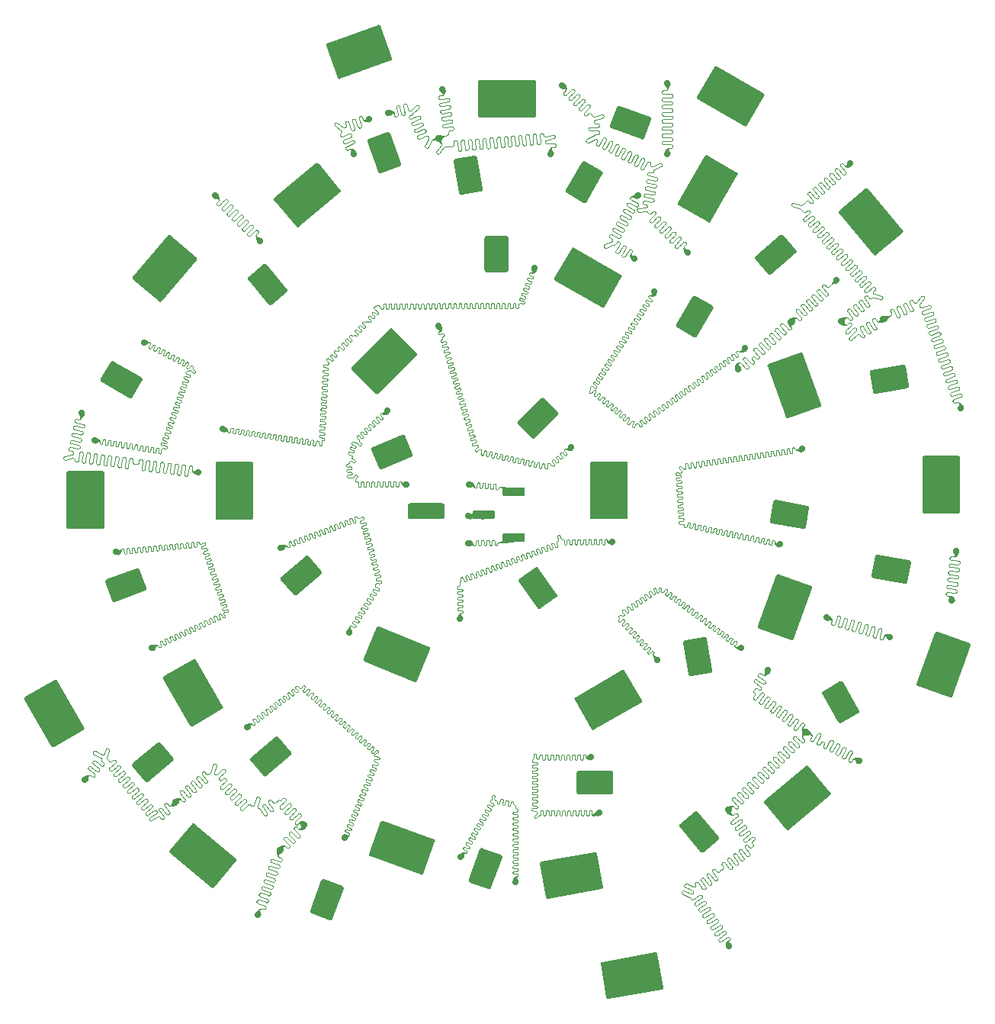
<source format=gbr>
G04 #@! TF.GenerationSoftware,KiCad,Pcbnew,5.1.5+dfsg1-2build2*
G04 #@! TF.CreationDate,2021-03-12T16:21:47+01:00*
G04 #@! TF.ProjectId,Kugel-100mm_Adafruit-3094,4b756765-6c2d-4313-9030-6d6d5f416461,v2.2*
G04 #@! TF.SameCoordinates,Original*
G04 #@! TF.FileFunction,Copper,L2,Bot*
G04 #@! TF.FilePolarity,Positive*
%FSLAX46Y46*%
G04 Gerber Fmt 4.6, Leading zero omitted, Abs format (unit mm)*
G04 Created by KiCad (PCBNEW 5.1.5+dfsg1-2build2) date 2021-03-12 16:21:47*
%MOMM*%
%LPD*%
G04 APERTURE LIST*
%ADD10C,0.100000*%
%ADD11C,0.700000*%
%ADD12C,0.025400*%
G04 APERTURE END LIST*
G04 #@! TA.AperFunction,SMDPad,CuDef*
D10*
G36*
X129890295Y-99234686D02*
G01*
X129910570Y-99238375D01*
X129930386Y-99244034D01*
X129949552Y-99251608D01*
X129967884Y-99261024D01*
X135146716Y-102251024D01*
X135164036Y-102262191D01*
X135180179Y-102275003D01*
X135194987Y-102289335D01*
X135208320Y-102305049D01*
X135220048Y-102321995D01*
X135230059Y-102340008D01*
X135238256Y-102358916D01*
X135244560Y-102378537D01*
X135248911Y-102398681D01*
X135251266Y-102419154D01*
X135251604Y-102439760D01*
X135249919Y-102460299D01*
X135246230Y-102480575D01*
X135240571Y-102500391D01*
X135232997Y-102519557D01*
X135223581Y-102537889D01*
X133333581Y-105811465D01*
X133322414Y-105828785D01*
X133309602Y-105844928D01*
X133295270Y-105859736D01*
X133279556Y-105873069D01*
X133262610Y-105884797D01*
X133244597Y-105894808D01*
X133225689Y-105903005D01*
X133206068Y-105909309D01*
X133185924Y-105913660D01*
X133165451Y-105916015D01*
X133144845Y-105916353D01*
X133124305Y-105914668D01*
X133104030Y-105910979D01*
X133084214Y-105905320D01*
X133065048Y-105897746D01*
X133046716Y-105888330D01*
X127867884Y-102898330D01*
X127850564Y-102887163D01*
X127834421Y-102874351D01*
X127819613Y-102860019D01*
X127806280Y-102844305D01*
X127794552Y-102827359D01*
X127784541Y-102809346D01*
X127776344Y-102790438D01*
X127770040Y-102770817D01*
X127765689Y-102750673D01*
X127763334Y-102730200D01*
X127762996Y-102709594D01*
X127764681Y-102689055D01*
X127768370Y-102668779D01*
X127774029Y-102648963D01*
X127781603Y-102629797D01*
X127791019Y-102611465D01*
X129681019Y-99337889D01*
X129692186Y-99320569D01*
X129704998Y-99304426D01*
X129719330Y-99289618D01*
X129735044Y-99276285D01*
X129751990Y-99264557D01*
X129770003Y-99254546D01*
X129788911Y-99246349D01*
X129808532Y-99240045D01*
X129828676Y-99235694D01*
X129849149Y-99233339D01*
X129869755Y-99233001D01*
X129890295Y-99234686D01*
G37*
G04 #@! TD.AperFunction*
G04 #@! TA.AperFunction,SMDPad,CuDef*
G36*
X128613103Y-162578307D02*
G01*
X128638739Y-162582684D01*
X128663821Y-162589551D01*
X128688110Y-162598844D01*
X128711371Y-162610474D01*
X128733380Y-162624327D01*
X128753925Y-162640270D01*
X128772808Y-162658151D01*
X128789848Y-162677797D01*
X128804881Y-162699018D01*
X128817761Y-162721610D01*
X128828364Y-162745356D01*
X128836589Y-162770027D01*
X128842356Y-162795385D01*
X129453598Y-166261909D01*
X129456852Y-166287711D01*
X129457561Y-166313707D01*
X129455719Y-166339647D01*
X129451342Y-166365282D01*
X129444475Y-166390365D01*
X129435182Y-166414654D01*
X129423552Y-166437915D01*
X129409699Y-166459924D01*
X129393756Y-166480469D01*
X129375875Y-166499352D01*
X129356230Y-166516392D01*
X129335008Y-166531425D01*
X129312416Y-166544305D01*
X129288670Y-166554908D01*
X129263999Y-166563133D01*
X129238641Y-166568900D01*
X127150849Y-166937034D01*
X127125047Y-166940288D01*
X127099051Y-166940997D01*
X127073111Y-166939155D01*
X127047475Y-166934778D01*
X127022393Y-166927911D01*
X126998104Y-166918618D01*
X126974843Y-166906988D01*
X126952834Y-166893135D01*
X126932289Y-166877192D01*
X126913406Y-166859311D01*
X126896366Y-166839665D01*
X126881333Y-166818444D01*
X126868453Y-166795852D01*
X126857850Y-166772106D01*
X126849625Y-166747435D01*
X126843858Y-166722077D01*
X126232616Y-163255553D01*
X126229362Y-163229751D01*
X126228653Y-163203755D01*
X126230495Y-163177815D01*
X126234872Y-163152180D01*
X126241739Y-163127097D01*
X126251032Y-163102808D01*
X126262662Y-163079547D01*
X126276515Y-163057538D01*
X126292458Y-163036993D01*
X126310339Y-163018110D01*
X126329984Y-163001070D01*
X126351206Y-162986037D01*
X126373798Y-162973157D01*
X126397544Y-162962554D01*
X126422215Y-162954329D01*
X126447573Y-162948562D01*
X128535365Y-162580428D01*
X128561167Y-162577174D01*
X128587163Y-162576465D01*
X128613103Y-162578307D01*
G37*
G04 #@! TD.AperFunction*
G04 #@! TA.AperFunction,SMDPad,CuDef*
G36*
X93835523Y-128314423D02*
G01*
X93855908Y-128317447D01*
X93875899Y-128322455D01*
X93895303Y-128329397D01*
X93913932Y-128338209D01*
X93931609Y-128348803D01*
X93948162Y-128361080D01*
X93963431Y-128374920D01*
X96636295Y-131047784D01*
X96650135Y-131063053D01*
X96662412Y-131079606D01*
X96673006Y-131097283D01*
X96681818Y-131115912D01*
X96688760Y-131135316D01*
X96693768Y-131155307D01*
X96696792Y-131175692D01*
X96697803Y-131196276D01*
X96696792Y-131216860D01*
X96693768Y-131237245D01*
X96688760Y-131257236D01*
X96681818Y-131276640D01*
X96673006Y-131295269D01*
X96662412Y-131312946D01*
X96650135Y-131329499D01*
X96636295Y-131344768D01*
X92407797Y-135573266D01*
X92392528Y-135587106D01*
X92375975Y-135599383D01*
X92358298Y-135609977D01*
X92339669Y-135618789D01*
X92320265Y-135625731D01*
X92300274Y-135630739D01*
X92279889Y-135633763D01*
X92259305Y-135634774D01*
X92238721Y-135633763D01*
X92218336Y-135630739D01*
X92198345Y-135625731D01*
X92178941Y-135618789D01*
X92160312Y-135609977D01*
X92142635Y-135599383D01*
X92126082Y-135587106D01*
X92110813Y-135573266D01*
X89437949Y-132900402D01*
X89424109Y-132885133D01*
X89411832Y-132868580D01*
X89401238Y-132850903D01*
X89392426Y-132832274D01*
X89385484Y-132812870D01*
X89380476Y-132792879D01*
X89377452Y-132772494D01*
X89376441Y-132751910D01*
X89377452Y-132731326D01*
X89380476Y-132710941D01*
X89385484Y-132690950D01*
X89392426Y-132671546D01*
X89401238Y-132652917D01*
X89411832Y-132635240D01*
X89424109Y-132618687D01*
X89437949Y-132603418D01*
X93666447Y-128374920D01*
X93681716Y-128361080D01*
X93698269Y-128348803D01*
X93715946Y-128338209D01*
X93734575Y-128329397D01*
X93753979Y-128322455D01*
X93773970Y-128317447D01*
X93794355Y-128314423D01*
X93814939Y-128313412D01*
X93835523Y-128314423D01*
G37*
G04 #@! TD.AperFunction*
G04 #@! TA.AperFunction,SMDPad,CuDef*
G36*
X99488229Y-147726263D02*
G01*
X99513711Y-147730043D01*
X99538700Y-147736302D01*
X99562954Y-147744981D01*
X99586242Y-147755995D01*
X99608337Y-147769238D01*
X99629028Y-147784584D01*
X99648116Y-147801883D01*
X99665415Y-147820971D01*
X99680761Y-147841662D01*
X99694004Y-147863757D01*
X99705018Y-147887045D01*
X99713697Y-147911299D01*
X99719956Y-147936288D01*
X99723736Y-147961770D01*
X99725000Y-147987499D01*
X99725000Y-149212499D01*
X99723736Y-149238228D01*
X99719956Y-149263710D01*
X99713697Y-149288699D01*
X99705018Y-149312953D01*
X99694004Y-149336241D01*
X99680761Y-149358336D01*
X99665415Y-149379027D01*
X99648116Y-149398115D01*
X99629028Y-149415414D01*
X99608337Y-149430760D01*
X99586242Y-149444003D01*
X99562954Y-149455017D01*
X99538700Y-149463696D01*
X99513711Y-149469955D01*
X99488229Y-149473735D01*
X99462500Y-149474999D01*
X95937500Y-149474999D01*
X95911771Y-149473735D01*
X95886289Y-149469955D01*
X95861300Y-149463696D01*
X95837046Y-149455017D01*
X95813758Y-149444003D01*
X95791663Y-149430760D01*
X95770972Y-149415414D01*
X95751884Y-149398115D01*
X95734585Y-149379027D01*
X95719239Y-149358336D01*
X95705996Y-149336241D01*
X95694982Y-149312953D01*
X95686303Y-149288699D01*
X95680044Y-149263710D01*
X95676264Y-149238228D01*
X95675000Y-149212499D01*
X95675000Y-147987499D01*
X95676264Y-147961770D01*
X95680044Y-147936288D01*
X95686303Y-147911299D01*
X95694982Y-147887045D01*
X95705996Y-147863757D01*
X95719239Y-147841662D01*
X95734585Y-147820971D01*
X95751884Y-147801883D01*
X95770972Y-147784584D01*
X95791663Y-147769238D01*
X95813758Y-147755995D01*
X95837046Y-147744981D01*
X95861300Y-147736302D01*
X95886289Y-147730043D01*
X95911771Y-147726263D01*
X95937500Y-147724999D01*
X99462500Y-147724999D01*
X99488229Y-147726263D01*
G37*
G04 #@! TD.AperFunction*
G04 #@! TA.AperFunction,SMDPad,CuDef*
G36*
X95152928Y-140119199D02*
G01*
X95178652Y-140123015D01*
X95203878Y-140129334D01*
X95228364Y-140138095D01*
X95251873Y-140149214D01*
X95274179Y-140162584D01*
X95295067Y-140178075D01*
X95314336Y-140195540D01*
X95331801Y-140214809D01*
X95347292Y-140235697D01*
X95360662Y-140258003D01*
X95371781Y-140281512D01*
X96183069Y-142240136D01*
X96191830Y-142264622D01*
X96198149Y-142289848D01*
X96201965Y-142315573D01*
X96203241Y-142341547D01*
X96201965Y-142367522D01*
X96198149Y-142393246D01*
X96191830Y-142418473D01*
X96183069Y-142442958D01*
X96171950Y-142466467D01*
X96158580Y-142488773D01*
X96143089Y-142509661D01*
X96125624Y-142528930D01*
X96106355Y-142546395D01*
X96085467Y-142561886D01*
X96063161Y-142575256D01*
X96039652Y-142586375D01*
X92787596Y-143933421D01*
X92763110Y-143942182D01*
X92737884Y-143948501D01*
X92712160Y-143952317D01*
X92686185Y-143953593D01*
X92660210Y-143952317D01*
X92634486Y-143948501D01*
X92609260Y-143942182D01*
X92584774Y-143933421D01*
X92561265Y-143922302D01*
X92538959Y-143908932D01*
X92518071Y-143893441D01*
X92498802Y-143875976D01*
X92481337Y-143856707D01*
X92465846Y-143835819D01*
X92452476Y-143813513D01*
X92441357Y-143790004D01*
X91630069Y-141831380D01*
X91621308Y-141806894D01*
X91614989Y-141781668D01*
X91611173Y-141755943D01*
X91609897Y-141729969D01*
X91611173Y-141703994D01*
X91614989Y-141678270D01*
X91621308Y-141653043D01*
X91630069Y-141628558D01*
X91641188Y-141605049D01*
X91654558Y-141582743D01*
X91670049Y-141561855D01*
X91687514Y-141542586D01*
X91706783Y-141525121D01*
X91727671Y-141509630D01*
X91749977Y-141496260D01*
X91773486Y-141485141D01*
X95025542Y-140138095D01*
X95050028Y-140129334D01*
X95075254Y-140123015D01*
X95100978Y-140119199D01*
X95126953Y-140117923D01*
X95152928Y-140119199D01*
G37*
G04 #@! TD.AperFunction*
G04 #@! TA.AperFunction,SMDPad,CuDef*
G36*
X68029979Y-174272695D02*
G01*
X68055744Y-174276230D01*
X68081038Y-174282274D01*
X68105617Y-174290767D01*
X68129246Y-174301629D01*
X68151697Y-174314755D01*
X68172753Y-174330018D01*
X68192211Y-174347271D01*
X68209885Y-174366348D01*
X69572595Y-175990362D01*
X69588313Y-176011080D01*
X69601926Y-176033239D01*
X69613300Y-176056625D01*
X69622328Y-176081014D01*
X69628922Y-176106170D01*
X69633018Y-176131851D01*
X69634577Y-176157810D01*
X69633585Y-176183797D01*
X69630050Y-176209562D01*
X69624006Y-176234856D01*
X69615513Y-176259435D01*
X69604651Y-176283064D01*
X69591525Y-176305515D01*
X69576262Y-176326571D01*
X69559009Y-176346029D01*
X69539932Y-176363703D01*
X66843456Y-178626315D01*
X66822738Y-178642033D01*
X66800579Y-178655646D01*
X66777193Y-178667020D01*
X66752804Y-178676048D01*
X66727648Y-178682642D01*
X66701967Y-178686738D01*
X66676008Y-178688297D01*
X66650021Y-178687305D01*
X66624256Y-178683770D01*
X66598962Y-178677726D01*
X66574383Y-178669233D01*
X66550754Y-178658371D01*
X66528303Y-178645245D01*
X66507247Y-178629982D01*
X66487789Y-178612729D01*
X66470115Y-178593652D01*
X65107405Y-176969638D01*
X65091687Y-176948920D01*
X65078074Y-176926761D01*
X65066700Y-176903375D01*
X65057672Y-176878986D01*
X65051078Y-176853830D01*
X65046982Y-176828149D01*
X65045423Y-176802190D01*
X65046415Y-176776203D01*
X65049950Y-176750438D01*
X65055994Y-176725144D01*
X65064487Y-176700565D01*
X65075349Y-176676936D01*
X65088475Y-176654485D01*
X65103738Y-176633429D01*
X65120991Y-176613971D01*
X65140068Y-176596297D01*
X67836544Y-174333685D01*
X67857262Y-174317967D01*
X67879421Y-174304354D01*
X67902807Y-174292980D01*
X67927196Y-174283952D01*
X67952352Y-174277358D01*
X67978033Y-174273262D01*
X68003992Y-174271703D01*
X68029979Y-174272695D01*
G37*
G04 #@! TD.AperFunction*
G04 #@! TA.AperFunction,SMDPad,CuDef*
G36*
X86290327Y-189448994D02*
G01*
X86316194Y-189451684D01*
X86341672Y-189456897D01*
X86366516Y-189464581D01*
X88358665Y-190189663D01*
X88382637Y-190199746D01*
X88405505Y-190212130D01*
X88427049Y-190226696D01*
X88447061Y-190243303D01*
X88465350Y-190261792D01*
X88481738Y-190281985D01*
X88496068Y-190303686D01*
X88508202Y-190326688D01*
X88518022Y-190350768D01*
X88525436Y-190375695D01*
X88530370Y-190401229D01*
X88532778Y-190427123D01*
X88532636Y-190453128D01*
X88529946Y-190478995D01*
X88524733Y-190504473D01*
X88517049Y-190529317D01*
X87313138Y-193837035D01*
X87303055Y-193861007D01*
X87290671Y-193883875D01*
X87276105Y-193905419D01*
X87259497Y-193925431D01*
X87241009Y-193943720D01*
X87220816Y-193960108D01*
X87199114Y-193974438D01*
X87176113Y-193986572D01*
X87152033Y-193996392D01*
X87127106Y-194003806D01*
X87101572Y-194008740D01*
X87075678Y-194011148D01*
X87049673Y-194011006D01*
X87023806Y-194008316D01*
X86998328Y-194003103D01*
X86973484Y-193995419D01*
X84981335Y-193270337D01*
X84957363Y-193260254D01*
X84934495Y-193247870D01*
X84912951Y-193233304D01*
X84892939Y-193216697D01*
X84874650Y-193198208D01*
X84858262Y-193178015D01*
X84843932Y-193156314D01*
X84831798Y-193133312D01*
X84821978Y-193109232D01*
X84814564Y-193084305D01*
X84809630Y-193058771D01*
X84807222Y-193032877D01*
X84807364Y-193006872D01*
X84810054Y-192981005D01*
X84815267Y-192955527D01*
X84822951Y-192930683D01*
X86026862Y-189622965D01*
X86036945Y-189598993D01*
X86049329Y-189576125D01*
X86063895Y-189554581D01*
X86080503Y-189534569D01*
X86098991Y-189516280D01*
X86119184Y-189499892D01*
X86140886Y-189485562D01*
X86163887Y-189473428D01*
X86187967Y-189463608D01*
X86212894Y-189456194D01*
X86238428Y-189451260D01*
X86264322Y-189448852D01*
X86290327Y-189448994D01*
G37*
G04 #@! TD.AperFunction*
G04 #@! TA.AperFunction,SMDPad,CuDef*
G36*
X127703797Y-181916415D02*
G01*
X127729562Y-181919950D01*
X127754856Y-181925994D01*
X127779435Y-181934487D01*
X127803064Y-181945349D01*
X127825515Y-181958475D01*
X127846571Y-181973738D01*
X127866029Y-181990991D01*
X127883703Y-182010068D01*
X130146315Y-184706544D01*
X130162033Y-184727262D01*
X130175646Y-184749421D01*
X130187020Y-184772807D01*
X130196048Y-184797196D01*
X130202642Y-184822352D01*
X130206738Y-184848033D01*
X130208297Y-184873992D01*
X130207305Y-184899979D01*
X130203770Y-184925744D01*
X130197726Y-184951038D01*
X130189233Y-184975617D01*
X130178371Y-184999246D01*
X130165245Y-185021697D01*
X130149982Y-185042753D01*
X130132729Y-185062211D01*
X130113652Y-185079885D01*
X128489638Y-186442595D01*
X128468920Y-186458313D01*
X128446761Y-186471926D01*
X128423375Y-186483300D01*
X128398986Y-186492328D01*
X128373830Y-186498922D01*
X128348149Y-186503018D01*
X128322190Y-186504577D01*
X128296203Y-186503585D01*
X128270438Y-186500050D01*
X128245144Y-186494006D01*
X128220565Y-186485513D01*
X128196936Y-186474651D01*
X128174485Y-186461525D01*
X128153429Y-186446262D01*
X128133971Y-186429009D01*
X128116297Y-186409932D01*
X125853685Y-183713456D01*
X125837967Y-183692738D01*
X125824354Y-183670579D01*
X125812980Y-183647193D01*
X125803952Y-183622804D01*
X125797358Y-183597648D01*
X125793262Y-183571967D01*
X125791703Y-183546008D01*
X125792695Y-183520021D01*
X125796230Y-183494256D01*
X125802274Y-183468962D01*
X125810767Y-183444383D01*
X125821629Y-183420754D01*
X125834755Y-183398303D01*
X125850018Y-183377247D01*
X125867271Y-183357789D01*
X125886348Y-183340115D01*
X127510362Y-181977405D01*
X127531080Y-181961687D01*
X127553239Y-181948074D01*
X127576625Y-181936700D01*
X127601014Y-181927672D01*
X127626170Y-181921078D01*
X127651851Y-181916982D01*
X127677810Y-181915423D01*
X127703797Y-181916415D01*
G37*
G04 #@! TD.AperFunction*
G04 #@! TA.AperFunction,SMDPad,CuDef*
G36*
X143775319Y-167493798D02*
G01*
X143801154Y-167496771D01*
X143826574Y-167502261D01*
X143851333Y-167510216D01*
X143875194Y-167520560D01*
X143897925Y-167533192D01*
X143919309Y-167547992D01*
X143939139Y-167564817D01*
X143957225Y-167583504D01*
X143973391Y-167603874D01*
X143987484Y-167625731D01*
X145747484Y-170674141D01*
X145759366Y-170697274D01*
X145768923Y-170721460D01*
X145776064Y-170746466D01*
X145780720Y-170772052D01*
X145782845Y-170797970D01*
X145782420Y-170823973D01*
X145779447Y-170849808D01*
X145773957Y-170875228D01*
X145766002Y-170899987D01*
X145755658Y-170923848D01*
X145743026Y-170946579D01*
X145728226Y-170967963D01*
X145711401Y-170987793D01*
X145692714Y-171005879D01*
X145672344Y-171022045D01*
X145650487Y-171036138D01*
X143814513Y-172096138D01*
X143791380Y-172108020D01*
X143767194Y-172117577D01*
X143742188Y-172124718D01*
X143716602Y-172129374D01*
X143690684Y-172131499D01*
X143664681Y-172131074D01*
X143638846Y-172128101D01*
X143613426Y-172122611D01*
X143588667Y-172114656D01*
X143564806Y-172104312D01*
X143542075Y-172091680D01*
X143520691Y-172076880D01*
X143500861Y-172060055D01*
X143482775Y-172041368D01*
X143466609Y-172020998D01*
X143452516Y-171999141D01*
X141692516Y-168950731D01*
X141680634Y-168927598D01*
X141671077Y-168903412D01*
X141663936Y-168878406D01*
X141659280Y-168852820D01*
X141657155Y-168826902D01*
X141657580Y-168800899D01*
X141660553Y-168775064D01*
X141666043Y-168749644D01*
X141673998Y-168724885D01*
X141684342Y-168701024D01*
X141696974Y-168678293D01*
X141711774Y-168656909D01*
X141728599Y-168637079D01*
X141747286Y-168618993D01*
X141767656Y-168602827D01*
X141789513Y-168588734D01*
X143625487Y-167528734D01*
X143648620Y-167516852D01*
X143672806Y-167507295D01*
X143697812Y-167500154D01*
X143723398Y-167495498D01*
X143749316Y-167493373D01*
X143775319Y-167493798D01*
G37*
G04 #@! TD.AperFunction*
G04 #@! TA.AperFunction,SMDPad,CuDef*
G36*
X147812289Y-153423148D02*
G01*
X147838091Y-153426402D01*
X151304615Y-154037644D01*
X151329973Y-154043411D01*
X151354644Y-154051636D01*
X151378390Y-154062239D01*
X151400982Y-154075119D01*
X151422204Y-154090152D01*
X151441849Y-154107192D01*
X151459730Y-154126075D01*
X151475673Y-154146620D01*
X151489526Y-154168629D01*
X151501156Y-154191890D01*
X151510449Y-154216179D01*
X151517316Y-154241262D01*
X151521693Y-154266897D01*
X151523535Y-154292837D01*
X151522826Y-154318833D01*
X151519572Y-154344635D01*
X151151438Y-156432427D01*
X151145671Y-156457785D01*
X151137446Y-156482456D01*
X151126843Y-156506202D01*
X151113963Y-156528794D01*
X151098930Y-156550015D01*
X151081890Y-156569661D01*
X151063007Y-156587542D01*
X151042462Y-156603485D01*
X151020453Y-156617338D01*
X150997192Y-156628968D01*
X150972903Y-156638261D01*
X150947821Y-156645128D01*
X150922185Y-156649505D01*
X150896245Y-156651347D01*
X150870249Y-156650638D01*
X150844447Y-156647384D01*
X147377923Y-156036142D01*
X147352565Y-156030375D01*
X147327894Y-156022150D01*
X147304148Y-156011547D01*
X147281556Y-155998667D01*
X147260334Y-155983634D01*
X147240689Y-155966594D01*
X147222808Y-155947711D01*
X147206865Y-155927166D01*
X147193012Y-155905157D01*
X147181382Y-155881896D01*
X147172089Y-155857607D01*
X147165222Y-155832524D01*
X147160845Y-155806889D01*
X147159003Y-155780949D01*
X147159712Y-155754953D01*
X147162966Y-155729151D01*
X147531100Y-153641359D01*
X147536867Y-153616001D01*
X147545092Y-153591330D01*
X147555695Y-153567584D01*
X147568575Y-153544992D01*
X147583608Y-153523771D01*
X147600648Y-153504125D01*
X147619531Y-153486244D01*
X147640076Y-153470301D01*
X147662085Y-153456448D01*
X147685346Y-153444818D01*
X147709635Y-153435525D01*
X147734717Y-153428658D01*
X147760353Y-153424281D01*
X147786293Y-153422439D01*
X147812289Y-153423148D01*
G37*
G04 #@! TD.AperFunction*
G04 #@! TA.AperFunction,SMDPad,CuDef*
G36*
X150700916Y-132347388D02*
G01*
X150726551Y-132351765D01*
X150751634Y-132358632D01*
X150775923Y-132367925D01*
X150799184Y-132379555D01*
X150821193Y-132393408D01*
X150841738Y-132409351D01*
X150860621Y-132427232D01*
X150877661Y-132446877D01*
X150892694Y-132468099D01*
X150905574Y-132490691D01*
X150916177Y-132514437D01*
X150924402Y-132539108D01*
X150930169Y-132564466D01*
X151298303Y-134652258D01*
X151301557Y-134678060D01*
X151302266Y-134704056D01*
X151300424Y-134729996D01*
X151296047Y-134755632D01*
X151289180Y-134780714D01*
X151279887Y-134805003D01*
X151268257Y-134828264D01*
X151254404Y-134850273D01*
X151238461Y-134870818D01*
X151220580Y-134889701D01*
X151200934Y-134906741D01*
X151179713Y-134921774D01*
X151157121Y-134934654D01*
X151133375Y-134945257D01*
X151108704Y-134953482D01*
X151083346Y-134959249D01*
X147616822Y-135570491D01*
X147591020Y-135573745D01*
X147565024Y-135574454D01*
X147539084Y-135572612D01*
X147513449Y-135568235D01*
X147488366Y-135561368D01*
X147464077Y-135552075D01*
X147440816Y-135540445D01*
X147418807Y-135526592D01*
X147398262Y-135510649D01*
X147379379Y-135492768D01*
X147362339Y-135473123D01*
X147347306Y-135451901D01*
X147334426Y-135429309D01*
X147323823Y-135405563D01*
X147315598Y-135380892D01*
X147309831Y-135355534D01*
X146941697Y-133267742D01*
X146938443Y-133241940D01*
X146937734Y-133215944D01*
X146939576Y-133190004D01*
X146943953Y-133164368D01*
X146950820Y-133139286D01*
X146960113Y-133114997D01*
X146971743Y-133091736D01*
X146985596Y-133069727D01*
X147001539Y-133049182D01*
X147019420Y-133030299D01*
X147039066Y-133013259D01*
X147060287Y-132998226D01*
X147082879Y-132985346D01*
X147106625Y-132974743D01*
X147131296Y-132966518D01*
X147156654Y-132960751D01*
X150623178Y-132349509D01*
X150648980Y-132346255D01*
X150674976Y-132345546D01*
X150700916Y-132347388D01*
G37*
G04 #@! TD.AperFunction*
G04 #@! TA.AperFunction,SMDPad,CuDef*
G36*
X137209979Y-117952695D02*
G01*
X137235744Y-117956230D01*
X137261038Y-117962274D01*
X137285617Y-117970767D01*
X137309246Y-117981629D01*
X137331697Y-117994755D01*
X137352753Y-118010018D01*
X137372211Y-118027271D01*
X137389885Y-118046348D01*
X138752595Y-119670362D01*
X138768313Y-119691080D01*
X138781926Y-119713239D01*
X138793300Y-119736625D01*
X138802328Y-119761014D01*
X138808922Y-119786170D01*
X138813018Y-119811851D01*
X138814577Y-119837810D01*
X138813585Y-119863797D01*
X138810050Y-119889562D01*
X138804006Y-119914856D01*
X138795513Y-119939435D01*
X138784651Y-119963064D01*
X138771525Y-119985515D01*
X138756262Y-120006571D01*
X138739009Y-120026029D01*
X138719932Y-120043703D01*
X136023456Y-122306315D01*
X136002738Y-122322033D01*
X135980579Y-122335646D01*
X135957193Y-122347020D01*
X135932804Y-122356048D01*
X135907648Y-122362642D01*
X135881967Y-122366738D01*
X135856008Y-122368297D01*
X135830021Y-122367305D01*
X135804256Y-122363770D01*
X135778962Y-122357726D01*
X135754383Y-122349233D01*
X135730754Y-122338371D01*
X135708303Y-122325245D01*
X135687247Y-122309982D01*
X135667789Y-122292729D01*
X135650115Y-122273652D01*
X134287405Y-120649638D01*
X134271687Y-120628920D01*
X134258074Y-120606761D01*
X134246700Y-120583375D01*
X134237672Y-120558986D01*
X134231078Y-120533830D01*
X134226982Y-120508149D01*
X134225423Y-120482190D01*
X134226415Y-120456203D01*
X134229950Y-120430438D01*
X134235994Y-120405144D01*
X134244487Y-120380565D01*
X134255349Y-120356936D01*
X134268475Y-120334485D01*
X134283738Y-120313429D01*
X134300991Y-120293971D01*
X134320068Y-120276297D01*
X137016544Y-118013685D01*
X137037262Y-117997967D01*
X137059421Y-117984354D01*
X137082807Y-117972980D01*
X137107196Y-117963952D01*
X137132352Y-117957358D01*
X137158033Y-117953262D01*
X137183992Y-117951703D01*
X137209979Y-117952695D01*
G37*
G04 #@! TD.AperFunction*
G04 #@! TA.AperFunction,SMDPad,CuDef*
G36*
X119128698Y-103636192D02*
G01*
X119154565Y-103638882D01*
X119180043Y-103644095D01*
X119204887Y-103651779D01*
X122512605Y-104855690D01*
X122536577Y-104865773D01*
X122559445Y-104878157D01*
X122580989Y-104892723D01*
X122601001Y-104909331D01*
X122619290Y-104927819D01*
X122635678Y-104948012D01*
X122650008Y-104969714D01*
X122662142Y-104992715D01*
X122671962Y-105016795D01*
X122679376Y-105041722D01*
X122684310Y-105067256D01*
X122686718Y-105093150D01*
X122686576Y-105119155D01*
X122683886Y-105145022D01*
X122678673Y-105170500D01*
X122670989Y-105195344D01*
X121945907Y-107187493D01*
X121935824Y-107211465D01*
X121923440Y-107234333D01*
X121908874Y-107255877D01*
X121892267Y-107275889D01*
X121873778Y-107294178D01*
X121853585Y-107310566D01*
X121831884Y-107324896D01*
X121808882Y-107337030D01*
X121784802Y-107346850D01*
X121759875Y-107354264D01*
X121734341Y-107359198D01*
X121708447Y-107361606D01*
X121682442Y-107361464D01*
X121656575Y-107358774D01*
X121631097Y-107353561D01*
X121606253Y-107345877D01*
X118298535Y-106141966D01*
X118274563Y-106131883D01*
X118251695Y-106119499D01*
X118230151Y-106104933D01*
X118210139Y-106088325D01*
X118191850Y-106069837D01*
X118175462Y-106049644D01*
X118161132Y-106027942D01*
X118148998Y-106004941D01*
X118139178Y-105980861D01*
X118131764Y-105955934D01*
X118126830Y-105930400D01*
X118124422Y-105904506D01*
X118124564Y-105878501D01*
X118127254Y-105852634D01*
X118132467Y-105827156D01*
X118140151Y-105802312D01*
X118865233Y-103810163D01*
X118875316Y-103786191D01*
X118887700Y-103763323D01*
X118902266Y-103741779D01*
X118918873Y-103721767D01*
X118937362Y-103703478D01*
X118957555Y-103687090D01*
X118979256Y-103672760D01*
X119002258Y-103660626D01*
X119026338Y-103650806D01*
X119051265Y-103643392D01*
X119076799Y-103638458D01*
X119102693Y-103636050D01*
X119128698Y-103636192D01*
G37*
G04 #@! TD.AperFunction*
G04 #@! TA.AperFunction,SMDPad,CuDef*
G36*
X115256603Y-109785498D02*
G01*
X115282189Y-109790154D01*
X115307195Y-109797295D01*
X115331381Y-109806852D01*
X115354514Y-109818734D01*
X117190488Y-110878734D01*
X117212345Y-110892827D01*
X117232715Y-110908993D01*
X117251402Y-110927079D01*
X117268227Y-110946909D01*
X117283027Y-110968293D01*
X117295659Y-110991024D01*
X117306003Y-111014885D01*
X117313958Y-111039644D01*
X117319448Y-111065064D01*
X117322421Y-111090899D01*
X117322846Y-111116902D01*
X117320721Y-111142820D01*
X117316065Y-111168406D01*
X117308924Y-111193412D01*
X117299367Y-111217598D01*
X117287485Y-111240731D01*
X115527485Y-114289141D01*
X115513392Y-114310998D01*
X115497226Y-114331368D01*
X115479140Y-114350055D01*
X115459310Y-114366880D01*
X115437926Y-114381680D01*
X115415195Y-114394312D01*
X115391334Y-114404656D01*
X115366575Y-114412611D01*
X115341155Y-114418101D01*
X115315320Y-114421074D01*
X115289317Y-114421499D01*
X115263399Y-114419374D01*
X115237813Y-114414718D01*
X115212807Y-114407577D01*
X115188621Y-114398020D01*
X115165488Y-114386138D01*
X113329514Y-113326138D01*
X113307657Y-113312045D01*
X113287287Y-113295879D01*
X113268600Y-113277793D01*
X113251775Y-113257963D01*
X113236975Y-113236579D01*
X113224343Y-113213848D01*
X113213999Y-113189987D01*
X113206044Y-113165228D01*
X113200554Y-113139808D01*
X113197581Y-113113973D01*
X113197156Y-113087970D01*
X113199281Y-113062052D01*
X113203937Y-113036466D01*
X113211078Y-113011460D01*
X113220635Y-112987274D01*
X113232517Y-112964141D01*
X114992517Y-109915731D01*
X115006610Y-109893874D01*
X115022776Y-109873504D01*
X115040862Y-109854817D01*
X115060692Y-109837992D01*
X115082076Y-109823192D01*
X115104807Y-109810560D01*
X115128668Y-109800216D01*
X115153427Y-109792261D01*
X115178847Y-109786771D01*
X115204682Y-109783798D01*
X115230685Y-109783373D01*
X115256603Y-109785498D01*
G37*
G04 #@! TD.AperFunction*
G04 #@! TA.AperFunction,SMDPad,CuDef*
G36*
X103119996Y-109169576D02*
G01*
X103145632Y-109173953D01*
X103170714Y-109180820D01*
X103195003Y-109190113D01*
X103218264Y-109201743D01*
X103240273Y-109215596D01*
X103260818Y-109231539D01*
X103279701Y-109249420D01*
X103296741Y-109269066D01*
X103311774Y-109290287D01*
X103324654Y-109312879D01*
X103335257Y-109336625D01*
X103343482Y-109361296D01*
X103349249Y-109386654D01*
X103960491Y-112853178D01*
X103963745Y-112878980D01*
X103964454Y-112904976D01*
X103962612Y-112930916D01*
X103958235Y-112956551D01*
X103951368Y-112981634D01*
X103942075Y-113005923D01*
X103930445Y-113029184D01*
X103916592Y-113051193D01*
X103900649Y-113071738D01*
X103882768Y-113090621D01*
X103863123Y-113107661D01*
X103841901Y-113122694D01*
X103819309Y-113135574D01*
X103795563Y-113146177D01*
X103770892Y-113154402D01*
X103745534Y-113160169D01*
X101657742Y-113528303D01*
X101631940Y-113531557D01*
X101605944Y-113532266D01*
X101580004Y-113530424D01*
X101554368Y-113526047D01*
X101529286Y-113519180D01*
X101504997Y-113509887D01*
X101481736Y-113498257D01*
X101459727Y-113484404D01*
X101439182Y-113468461D01*
X101420299Y-113450580D01*
X101403259Y-113430934D01*
X101388226Y-113409713D01*
X101375346Y-113387121D01*
X101364743Y-113363375D01*
X101356518Y-113338704D01*
X101350751Y-113313346D01*
X100739509Y-109846822D01*
X100736255Y-109821020D01*
X100735546Y-109795024D01*
X100737388Y-109769084D01*
X100741765Y-109743449D01*
X100748632Y-109718366D01*
X100757925Y-109694077D01*
X100769555Y-109670816D01*
X100783408Y-109648807D01*
X100799351Y-109628262D01*
X100817232Y-109609379D01*
X100836877Y-109592339D01*
X100858099Y-109577306D01*
X100880691Y-109564426D01*
X100904437Y-109553823D01*
X100929108Y-109545598D01*
X100954466Y-109539831D01*
X103042258Y-109171697D01*
X103068060Y-109168443D01*
X103094056Y-109167734D01*
X103119996Y-109169576D01*
G37*
G04 #@! TD.AperFunction*
G04 #@! TA.AperFunction,SMDPad,CuDef*
G36*
X93470400Y-106566830D02*
G01*
X93495934Y-106571764D01*
X93520861Y-106579178D01*
X93544941Y-106588998D01*
X93567943Y-106601132D01*
X93589644Y-106615462D01*
X93609837Y-106631850D01*
X93628326Y-106650139D01*
X93644933Y-106670151D01*
X93659499Y-106691695D01*
X93671883Y-106714563D01*
X93681966Y-106738535D01*
X94885877Y-110046253D01*
X94893561Y-110071097D01*
X94898774Y-110096575D01*
X94901464Y-110122442D01*
X94901606Y-110148447D01*
X94899198Y-110174341D01*
X94894264Y-110199875D01*
X94886850Y-110224802D01*
X94877030Y-110248882D01*
X94864896Y-110271883D01*
X94850566Y-110293585D01*
X94834178Y-110313778D01*
X94815889Y-110332266D01*
X94795877Y-110348874D01*
X94774333Y-110363440D01*
X94751465Y-110375824D01*
X94727493Y-110385907D01*
X92735344Y-111110989D01*
X92710500Y-111118673D01*
X92685022Y-111123886D01*
X92659155Y-111126576D01*
X92633150Y-111126718D01*
X92607256Y-111124310D01*
X92581722Y-111119376D01*
X92556795Y-111111962D01*
X92532715Y-111102142D01*
X92509713Y-111090008D01*
X92488012Y-111075678D01*
X92467819Y-111059290D01*
X92449330Y-111041001D01*
X92432723Y-111020989D01*
X92418157Y-110999445D01*
X92405773Y-110976577D01*
X92395690Y-110952605D01*
X91191779Y-107644887D01*
X91184095Y-107620043D01*
X91178882Y-107594565D01*
X91176192Y-107568698D01*
X91176050Y-107542693D01*
X91178458Y-107516799D01*
X91183392Y-107491265D01*
X91190806Y-107466338D01*
X91200626Y-107442258D01*
X91212760Y-107419257D01*
X91227090Y-107397555D01*
X91243478Y-107377362D01*
X91261767Y-107358874D01*
X91281779Y-107342266D01*
X91303323Y-107327700D01*
X91326191Y-107315316D01*
X91350163Y-107305233D01*
X93342312Y-106580151D01*
X93367156Y-106572467D01*
X93392634Y-106567254D01*
X93418501Y-106564564D01*
X93444506Y-106564422D01*
X93470400Y-106566830D01*
G37*
G04 #@! TD.AperFunction*
G04 #@! TA.AperFunction,SMDPad,CuDef*
G36*
X79783797Y-121176415D02*
G01*
X79809562Y-121179950D01*
X79834856Y-121185994D01*
X79859435Y-121194487D01*
X79883064Y-121205349D01*
X79905515Y-121218475D01*
X79926571Y-121233738D01*
X79946029Y-121250991D01*
X79963703Y-121270068D01*
X82226315Y-123966544D01*
X82242033Y-123987262D01*
X82255646Y-124009421D01*
X82267020Y-124032807D01*
X82276048Y-124057196D01*
X82282642Y-124082352D01*
X82286738Y-124108033D01*
X82288297Y-124133992D01*
X82287305Y-124159979D01*
X82283770Y-124185744D01*
X82277726Y-124211038D01*
X82269233Y-124235617D01*
X82258371Y-124259246D01*
X82245245Y-124281697D01*
X82229982Y-124302753D01*
X82212729Y-124322211D01*
X82193652Y-124339885D01*
X80569638Y-125702595D01*
X80548920Y-125718313D01*
X80526761Y-125731926D01*
X80503375Y-125743300D01*
X80478986Y-125752328D01*
X80453830Y-125758922D01*
X80428149Y-125763018D01*
X80402190Y-125764577D01*
X80376203Y-125763585D01*
X80350438Y-125760050D01*
X80325144Y-125754006D01*
X80300565Y-125745513D01*
X80276936Y-125734651D01*
X80254485Y-125721525D01*
X80233429Y-125706262D01*
X80213971Y-125689009D01*
X80196297Y-125669932D01*
X77933685Y-122973456D01*
X77917967Y-122952738D01*
X77904354Y-122930579D01*
X77892980Y-122907193D01*
X77883952Y-122882804D01*
X77877358Y-122857648D01*
X77873262Y-122831967D01*
X77871703Y-122806008D01*
X77872695Y-122780021D01*
X77876230Y-122754256D01*
X77882274Y-122728962D01*
X77890767Y-122704383D01*
X77901629Y-122680754D01*
X77914755Y-122658303D01*
X77930018Y-122637247D01*
X77947271Y-122617789D01*
X77966348Y-122600115D01*
X79590362Y-121237405D01*
X79611080Y-121221687D01*
X79633239Y-121208074D01*
X79656625Y-121196700D01*
X79681014Y-121187672D01*
X79706170Y-121181078D01*
X79731851Y-121176982D01*
X79757810Y-121175423D01*
X79783797Y-121176415D01*
G37*
G04 #@! TD.AperFunction*
G04 #@! TA.AperFunction,SMDPad,CuDef*
G36*
X62910384Y-131969280D02*
G01*
X62935970Y-131973936D01*
X62960976Y-131981077D01*
X62985162Y-131990634D01*
X63008295Y-132002516D01*
X66056705Y-133762516D01*
X66078562Y-133776609D01*
X66098932Y-133792775D01*
X66117619Y-133810861D01*
X66134444Y-133830691D01*
X66149244Y-133852075D01*
X66161876Y-133874806D01*
X66172220Y-133898667D01*
X66180175Y-133923426D01*
X66185665Y-133948846D01*
X66188638Y-133974681D01*
X66189063Y-134000684D01*
X66186938Y-134026602D01*
X66182282Y-134052188D01*
X66175141Y-134077194D01*
X66165584Y-134101380D01*
X66153702Y-134124513D01*
X65093702Y-135960487D01*
X65079609Y-135982344D01*
X65063443Y-136002714D01*
X65045357Y-136021401D01*
X65025527Y-136038226D01*
X65004143Y-136053026D01*
X64981412Y-136065658D01*
X64957551Y-136076002D01*
X64932792Y-136083957D01*
X64907372Y-136089447D01*
X64881537Y-136092420D01*
X64855534Y-136092845D01*
X64829616Y-136090720D01*
X64804030Y-136086064D01*
X64779024Y-136078923D01*
X64754838Y-136069366D01*
X64731705Y-136057484D01*
X61683295Y-134297484D01*
X61661438Y-134283391D01*
X61641068Y-134267225D01*
X61622381Y-134249139D01*
X61605556Y-134229309D01*
X61590756Y-134207925D01*
X61578124Y-134185194D01*
X61567780Y-134161333D01*
X61559825Y-134136574D01*
X61554335Y-134111154D01*
X61551362Y-134085319D01*
X61550937Y-134059316D01*
X61553062Y-134033398D01*
X61557718Y-134007812D01*
X61564859Y-133982806D01*
X61574416Y-133958620D01*
X61586298Y-133935487D01*
X62646298Y-132099513D01*
X62660391Y-132077656D01*
X62676557Y-132057286D01*
X62694643Y-132038599D01*
X62714473Y-132021774D01*
X62735857Y-132006974D01*
X62758588Y-131994342D01*
X62782449Y-131983998D01*
X62807208Y-131976043D01*
X62832628Y-131970553D01*
X62858463Y-131967580D01*
X62884466Y-131967155D01*
X62910384Y-131969280D01*
G37*
G04 #@! TD.AperFunction*
G04 #@! TA.AperFunction,SMDPad,CuDef*
G36*
X65668771Y-154959630D02*
G01*
X65694305Y-154964564D01*
X65719232Y-154971978D01*
X65743312Y-154981798D01*
X65766313Y-154993932D01*
X65788015Y-155008262D01*
X65808208Y-155024650D01*
X65826696Y-155042939D01*
X65843304Y-155062951D01*
X65857870Y-155084495D01*
X65870254Y-155107363D01*
X65880337Y-155131335D01*
X66605419Y-157123484D01*
X66613103Y-157148328D01*
X66618316Y-157173806D01*
X66621006Y-157199673D01*
X66621148Y-157225678D01*
X66618740Y-157251572D01*
X66613806Y-157277106D01*
X66606392Y-157302033D01*
X66596572Y-157326113D01*
X66584438Y-157349115D01*
X66570108Y-157370816D01*
X66553720Y-157391009D01*
X66535431Y-157409498D01*
X66515419Y-157426105D01*
X66493875Y-157440671D01*
X66471007Y-157453055D01*
X66447035Y-157463138D01*
X63139317Y-158667049D01*
X63114473Y-158674733D01*
X63088995Y-158679946D01*
X63063128Y-158682636D01*
X63037123Y-158682778D01*
X63011229Y-158680370D01*
X62985695Y-158675436D01*
X62960768Y-158668022D01*
X62936688Y-158658202D01*
X62913687Y-158646068D01*
X62891985Y-158631738D01*
X62871792Y-158615350D01*
X62853304Y-158597061D01*
X62836696Y-158577049D01*
X62822130Y-158555505D01*
X62809746Y-158532637D01*
X62799663Y-158508665D01*
X62074581Y-156516516D01*
X62066897Y-156491672D01*
X62061684Y-156466194D01*
X62058994Y-156440327D01*
X62058852Y-156414322D01*
X62061260Y-156388428D01*
X62066194Y-156362894D01*
X62073608Y-156337967D01*
X62083428Y-156313887D01*
X62095562Y-156290885D01*
X62109892Y-156269184D01*
X62126280Y-156248991D01*
X62144569Y-156230502D01*
X62164581Y-156213895D01*
X62186125Y-156199329D01*
X62208993Y-156186945D01*
X62232965Y-156176862D01*
X65540683Y-154972951D01*
X65565527Y-154965267D01*
X65591005Y-154960054D01*
X65616872Y-154957364D01*
X65642877Y-154957222D01*
X65668771Y-154959630D01*
G37*
G04 #@! TD.AperFunction*
G04 #@! TA.AperFunction,SMDPad,CuDef*
G36*
X81129979Y-173632695D02*
G01*
X81155744Y-173636230D01*
X81181038Y-173642274D01*
X81205617Y-173650767D01*
X81229246Y-173661629D01*
X81251697Y-173674755D01*
X81272753Y-173690018D01*
X81292211Y-173707271D01*
X81309885Y-173726348D01*
X82672595Y-175350362D01*
X82688313Y-175371080D01*
X82701926Y-175393239D01*
X82713300Y-175416625D01*
X82722328Y-175441014D01*
X82728922Y-175466170D01*
X82733018Y-175491851D01*
X82734577Y-175517810D01*
X82733585Y-175543797D01*
X82730050Y-175569562D01*
X82724006Y-175594856D01*
X82715513Y-175619435D01*
X82704651Y-175643064D01*
X82691525Y-175665515D01*
X82676262Y-175686571D01*
X82659009Y-175706029D01*
X82639932Y-175723703D01*
X79943456Y-177986315D01*
X79922738Y-178002033D01*
X79900579Y-178015646D01*
X79877193Y-178027020D01*
X79852804Y-178036048D01*
X79827648Y-178042642D01*
X79801967Y-178046738D01*
X79776008Y-178048297D01*
X79750021Y-178047305D01*
X79724256Y-178043770D01*
X79698962Y-178037726D01*
X79674383Y-178029233D01*
X79650754Y-178018371D01*
X79628303Y-178005245D01*
X79607247Y-177989982D01*
X79587789Y-177972729D01*
X79570115Y-177953652D01*
X78207405Y-176329638D01*
X78191687Y-176308920D01*
X78178074Y-176286761D01*
X78166700Y-176263375D01*
X78157672Y-176238986D01*
X78151078Y-176213830D01*
X78146982Y-176188149D01*
X78145423Y-176162190D01*
X78146415Y-176136203D01*
X78149950Y-176110438D01*
X78155994Y-176085144D01*
X78164487Y-176060565D01*
X78175349Y-176036936D01*
X78188475Y-176014485D01*
X78203738Y-175993429D01*
X78220991Y-175973971D01*
X78240068Y-175956297D01*
X80936544Y-173693685D01*
X80957262Y-173677967D01*
X80979421Y-173664354D01*
X81002807Y-173652980D01*
X81027196Y-173643952D01*
X81052352Y-173637358D01*
X81078033Y-173633262D01*
X81103992Y-173631703D01*
X81129979Y-173632695D01*
G37*
G04 #@! TD.AperFunction*
G04 #@! TA.AperFunction,SMDPad,CuDef*
G36*
X103911499Y-185994564D02*
G01*
X103937366Y-185997254D01*
X103962844Y-186002467D01*
X103987688Y-186010151D01*
X105979837Y-186735233D01*
X106003809Y-186745316D01*
X106026677Y-186757700D01*
X106048221Y-186772266D01*
X106068233Y-186788873D01*
X106086522Y-186807362D01*
X106102910Y-186827555D01*
X106117240Y-186849256D01*
X106129374Y-186872258D01*
X106139194Y-186896338D01*
X106146608Y-186921265D01*
X106151542Y-186946799D01*
X106153950Y-186972693D01*
X106153808Y-186998698D01*
X106151118Y-187024565D01*
X106145905Y-187050043D01*
X106138221Y-187074887D01*
X104934310Y-190382605D01*
X104924227Y-190406577D01*
X104911843Y-190429445D01*
X104897277Y-190450989D01*
X104880669Y-190471001D01*
X104862181Y-190489290D01*
X104841988Y-190505678D01*
X104820286Y-190520008D01*
X104797285Y-190532142D01*
X104773205Y-190541962D01*
X104748278Y-190549376D01*
X104722744Y-190554310D01*
X104696850Y-190556718D01*
X104670845Y-190556576D01*
X104644978Y-190553886D01*
X104619500Y-190548673D01*
X104594656Y-190540989D01*
X102602507Y-189815907D01*
X102578535Y-189805824D01*
X102555667Y-189793440D01*
X102534123Y-189778874D01*
X102514111Y-189762267D01*
X102495822Y-189743778D01*
X102479434Y-189723585D01*
X102465104Y-189701884D01*
X102452970Y-189678882D01*
X102443150Y-189654802D01*
X102435736Y-189629875D01*
X102430802Y-189604341D01*
X102428394Y-189578447D01*
X102428536Y-189552442D01*
X102431226Y-189526575D01*
X102436439Y-189501097D01*
X102444123Y-189476253D01*
X103648034Y-186168535D01*
X103658117Y-186144563D01*
X103670501Y-186121695D01*
X103685067Y-186100151D01*
X103701675Y-186080139D01*
X103720163Y-186061850D01*
X103740356Y-186045462D01*
X103762058Y-186031132D01*
X103785059Y-186018998D01*
X103809139Y-186009178D01*
X103834066Y-186001764D01*
X103859600Y-185996830D01*
X103885494Y-185994422D01*
X103911499Y-185994564D01*
G37*
G04 #@! TD.AperFunction*
G04 #@! TA.AperFunction,SMDPad,CuDef*
G36*
X118215975Y-177416276D02*
G01*
X118241699Y-177420092D01*
X118266925Y-177426411D01*
X118291411Y-177435172D01*
X118314920Y-177446291D01*
X118337226Y-177459661D01*
X118358114Y-177475152D01*
X118377383Y-177492617D01*
X118394848Y-177511886D01*
X118410339Y-177532774D01*
X118423709Y-177555080D01*
X118434828Y-177578589D01*
X118443589Y-177603075D01*
X118449908Y-177628301D01*
X118453724Y-177654025D01*
X118455000Y-177680000D01*
X118455000Y-179800000D01*
X118453724Y-179825975D01*
X118449908Y-179851699D01*
X118443589Y-179876925D01*
X118434828Y-179901411D01*
X118423709Y-179924920D01*
X118410339Y-179947226D01*
X118394848Y-179968114D01*
X118377383Y-179987383D01*
X118358114Y-180004848D01*
X118337226Y-180020339D01*
X118314920Y-180033709D01*
X118291411Y-180044828D01*
X118266925Y-180053589D01*
X118241699Y-180059908D01*
X118215975Y-180063724D01*
X118190000Y-180065000D01*
X114670000Y-180065000D01*
X114644025Y-180063724D01*
X114618301Y-180059908D01*
X114593075Y-180053589D01*
X114568589Y-180044828D01*
X114545080Y-180033709D01*
X114522774Y-180020339D01*
X114501886Y-180004848D01*
X114482617Y-179987383D01*
X114465152Y-179968114D01*
X114449661Y-179947226D01*
X114436291Y-179924920D01*
X114425172Y-179901411D01*
X114416411Y-179876925D01*
X114410092Y-179851699D01*
X114406276Y-179825975D01*
X114405000Y-179800000D01*
X114405000Y-177680000D01*
X114406276Y-177654025D01*
X114410092Y-177628301D01*
X114416411Y-177603075D01*
X114425172Y-177578589D01*
X114436291Y-177555080D01*
X114449661Y-177532774D01*
X114465152Y-177511886D01*
X114482617Y-177492617D01*
X114501886Y-177475152D01*
X114522774Y-177459661D01*
X114545080Y-177446291D01*
X114568589Y-177435172D01*
X114593075Y-177426411D01*
X114618301Y-177420092D01*
X114644025Y-177416276D01*
X114670000Y-177415000D01*
X118190000Y-177415000D01*
X118215975Y-177416276D01*
G37*
G04 #@! TD.AperFunction*
G04 #@! TA.AperFunction,SMDPad,CuDef*
G36*
X136531020Y-147376255D02*
G01*
X136556822Y-147379509D01*
X140023346Y-147990751D01*
X140048704Y-147996518D01*
X140073375Y-148004743D01*
X140097121Y-148015346D01*
X140119713Y-148028226D01*
X140140935Y-148043259D01*
X140160580Y-148060299D01*
X140178461Y-148079182D01*
X140194404Y-148099727D01*
X140208257Y-148121736D01*
X140219887Y-148144997D01*
X140229180Y-148169286D01*
X140236047Y-148194369D01*
X140240424Y-148220004D01*
X140242266Y-148245944D01*
X140241557Y-148271940D01*
X140238303Y-148297742D01*
X139870169Y-150385534D01*
X139864402Y-150410892D01*
X139856177Y-150435563D01*
X139845574Y-150459309D01*
X139832694Y-150481901D01*
X139817661Y-150503122D01*
X139800621Y-150522768D01*
X139781738Y-150540649D01*
X139761193Y-150556592D01*
X139739184Y-150570445D01*
X139715923Y-150582075D01*
X139691634Y-150591368D01*
X139666552Y-150598235D01*
X139640916Y-150602612D01*
X139614976Y-150604454D01*
X139588980Y-150603745D01*
X139563178Y-150600491D01*
X136096654Y-149989249D01*
X136071296Y-149983482D01*
X136046625Y-149975257D01*
X136022879Y-149964654D01*
X136000287Y-149951774D01*
X135979065Y-149936741D01*
X135959420Y-149919701D01*
X135941539Y-149900818D01*
X135925596Y-149880273D01*
X135911743Y-149858264D01*
X135900113Y-149835003D01*
X135890820Y-149810714D01*
X135883953Y-149785631D01*
X135879576Y-149759996D01*
X135877734Y-149734056D01*
X135878443Y-149708060D01*
X135881697Y-149682258D01*
X136249831Y-147594466D01*
X136255598Y-147569108D01*
X136263823Y-147544437D01*
X136274426Y-147520691D01*
X136287306Y-147498099D01*
X136302339Y-147476878D01*
X136319379Y-147457232D01*
X136338262Y-147439351D01*
X136358807Y-147423408D01*
X136380816Y-147409555D01*
X136404077Y-147397925D01*
X136428366Y-147388632D01*
X136453448Y-147381765D01*
X136479084Y-147377388D01*
X136505024Y-147375546D01*
X136531020Y-147376255D01*
G37*
G04 #@! TD.AperFunction*
G04 #@! TA.AperFunction,SMDPad,CuDef*
G36*
X127516602Y-124710626D02*
G01*
X127542188Y-124715282D01*
X127567194Y-124722423D01*
X127591380Y-124731980D01*
X127614513Y-124743862D01*
X129450487Y-125803862D01*
X129472344Y-125817955D01*
X129492714Y-125834121D01*
X129511401Y-125852207D01*
X129528226Y-125872037D01*
X129543026Y-125893421D01*
X129555658Y-125916152D01*
X129566002Y-125940013D01*
X129573957Y-125964772D01*
X129579447Y-125990192D01*
X129582420Y-126016027D01*
X129582845Y-126042030D01*
X129580720Y-126067948D01*
X129576064Y-126093534D01*
X129568923Y-126118540D01*
X129559366Y-126142726D01*
X129547484Y-126165859D01*
X127787484Y-129214269D01*
X127773391Y-129236126D01*
X127757225Y-129256496D01*
X127739139Y-129275183D01*
X127719309Y-129292008D01*
X127697925Y-129306808D01*
X127675194Y-129319440D01*
X127651333Y-129329784D01*
X127626574Y-129337739D01*
X127601154Y-129343229D01*
X127575319Y-129346202D01*
X127549316Y-129346627D01*
X127523398Y-129344502D01*
X127497812Y-129339846D01*
X127472806Y-129332705D01*
X127448620Y-129323148D01*
X127425487Y-129311266D01*
X125589513Y-128251266D01*
X125567656Y-128237173D01*
X125547286Y-128221007D01*
X125528599Y-128202921D01*
X125511774Y-128183091D01*
X125496974Y-128161707D01*
X125484342Y-128138976D01*
X125473998Y-128115115D01*
X125466043Y-128090356D01*
X125460553Y-128064936D01*
X125457580Y-128039101D01*
X125457155Y-128013098D01*
X125459280Y-127987180D01*
X125463936Y-127961594D01*
X125471077Y-127936588D01*
X125480634Y-127912402D01*
X125492516Y-127889269D01*
X127252516Y-124840859D01*
X127266609Y-124819002D01*
X127282775Y-124798632D01*
X127300861Y-124779945D01*
X127320691Y-124763120D01*
X127342075Y-124748320D01*
X127364806Y-124735688D01*
X127388667Y-124725344D01*
X127413426Y-124717389D01*
X127438846Y-124711899D01*
X127464681Y-124708926D01*
X127490684Y-124708501D01*
X127516602Y-124710626D01*
G37*
G04 #@! TD.AperFunction*
G04 #@! TA.AperFunction,SMDPad,CuDef*
G36*
X106585975Y-118056276D02*
G01*
X106611699Y-118060092D01*
X106636925Y-118066411D01*
X106661411Y-118075172D01*
X106684920Y-118086291D01*
X106707226Y-118099661D01*
X106728114Y-118115152D01*
X106747383Y-118132617D01*
X106764848Y-118151886D01*
X106780339Y-118172774D01*
X106793709Y-118195080D01*
X106804828Y-118218589D01*
X106813589Y-118243075D01*
X106819908Y-118268301D01*
X106823724Y-118294025D01*
X106825000Y-118320000D01*
X106825000Y-121840000D01*
X106823724Y-121865975D01*
X106819908Y-121891699D01*
X106813589Y-121916925D01*
X106804828Y-121941411D01*
X106793709Y-121964920D01*
X106780339Y-121987226D01*
X106764848Y-122008114D01*
X106747383Y-122027383D01*
X106728114Y-122044848D01*
X106707226Y-122060339D01*
X106684920Y-122073709D01*
X106661411Y-122084828D01*
X106636925Y-122093589D01*
X106611699Y-122099908D01*
X106585975Y-122103724D01*
X106560000Y-122105000D01*
X104440000Y-122105000D01*
X104414025Y-122103724D01*
X104388301Y-122099908D01*
X104363075Y-122093589D01*
X104338589Y-122084828D01*
X104315080Y-122073709D01*
X104292774Y-122060339D01*
X104271886Y-122044848D01*
X104252617Y-122027383D01*
X104235152Y-122008114D01*
X104219661Y-121987226D01*
X104206291Y-121964920D01*
X104195172Y-121941411D01*
X104186411Y-121916925D01*
X104180092Y-121891699D01*
X104176276Y-121865975D01*
X104175000Y-121840000D01*
X104175000Y-118320000D01*
X104176276Y-118294025D01*
X104180092Y-118268301D01*
X104186411Y-118243075D01*
X104195172Y-118218589D01*
X104206291Y-118195080D01*
X104219661Y-118172774D01*
X104235152Y-118151886D01*
X104252617Y-118132617D01*
X104271886Y-118115152D01*
X104292774Y-118099661D01*
X104315080Y-118086291D01*
X104338589Y-118075172D01*
X104363075Y-118066411D01*
X104388301Y-118060092D01*
X104414025Y-118056276D01*
X104440000Y-118055000D01*
X106560000Y-118055000D01*
X106585975Y-118056276D01*
G37*
G04 #@! TD.AperFunction*
G04 #@! TA.AperFunction,SMDPad,CuDef*
G36*
X84492441Y-153552792D02*
G01*
X84518206Y-153556327D01*
X84543500Y-153562371D01*
X84568079Y-153570864D01*
X84591708Y-153581726D01*
X84614159Y-153594852D01*
X84635215Y-153610115D01*
X84654673Y-153627368D01*
X84672347Y-153646445D01*
X86035057Y-155270459D01*
X86050775Y-155291177D01*
X86064388Y-155313336D01*
X86075762Y-155336722D01*
X86084790Y-155361111D01*
X86091384Y-155386267D01*
X86095480Y-155411948D01*
X86097039Y-155437907D01*
X86096047Y-155463894D01*
X86092512Y-155489659D01*
X86086468Y-155514953D01*
X86077975Y-155539532D01*
X86067113Y-155563161D01*
X86053987Y-155585612D01*
X86038724Y-155606668D01*
X86021471Y-155626126D01*
X86002394Y-155643800D01*
X83305918Y-157906412D01*
X83285200Y-157922130D01*
X83263041Y-157935743D01*
X83239655Y-157947117D01*
X83215266Y-157956145D01*
X83190110Y-157962739D01*
X83164429Y-157966835D01*
X83138470Y-157968394D01*
X83112483Y-157967402D01*
X83086718Y-157963867D01*
X83061424Y-157957823D01*
X83036845Y-157949330D01*
X83013216Y-157938468D01*
X82990765Y-157925342D01*
X82969709Y-157910079D01*
X82950251Y-157892826D01*
X82932577Y-157873749D01*
X81569867Y-156249735D01*
X81554149Y-156229017D01*
X81540536Y-156206858D01*
X81529162Y-156183472D01*
X81520134Y-156159083D01*
X81513540Y-156133927D01*
X81509444Y-156108246D01*
X81507885Y-156082287D01*
X81508877Y-156056300D01*
X81512412Y-156030535D01*
X81518456Y-156005241D01*
X81526949Y-155980662D01*
X81537811Y-155957033D01*
X81550937Y-155934582D01*
X81566200Y-155913526D01*
X81583453Y-155894068D01*
X81602530Y-155876394D01*
X84299006Y-153613782D01*
X84319724Y-153598064D01*
X84341883Y-153584451D01*
X84365269Y-153573077D01*
X84389658Y-153564049D01*
X84414814Y-153557455D01*
X84440495Y-153553359D01*
X84466454Y-153551800D01*
X84492441Y-153552792D01*
G37*
G04 #@! TD.AperFunction*
G04 #@! TA.AperFunction,SMDPad,CuDef*
G36*
X109982029Y-154832886D02*
G01*
X110007831Y-154836140D01*
X110033189Y-154841907D01*
X110057860Y-154850132D01*
X110081606Y-154860735D01*
X110104198Y-154873615D01*
X110125420Y-154888648D01*
X110145065Y-154905688D01*
X110162946Y-154924571D01*
X110178889Y-154945116D01*
X112197878Y-157828532D01*
X112211731Y-157850541D01*
X112223361Y-157873802D01*
X112232654Y-157898091D01*
X112239521Y-157923174D01*
X112243898Y-157948809D01*
X112245740Y-157974749D01*
X112245031Y-158000745D01*
X112241777Y-158026547D01*
X112236010Y-158051905D01*
X112227785Y-158076576D01*
X112217182Y-158100322D01*
X112204302Y-158122914D01*
X112189269Y-158144136D01*
X112172229Y-158163781D01*
X112153346Y-158181662D01*
X112132801Y-158197605D01*
X110396198Y-159413587D01*
X110374189Y-159427440D01*
X110350928Y-159439070D01*
X110326639Y-159448363D01*
X110301556Y-159455230D01*
X110275921Y-159459607D01*
X110249981Y-159461449D01*
X110223985Y-159460740D01*
X110198183Y-159457486D01*
X110172825Y-159451719D01*
X110148154Y-159443494D01*
X110124408Y-159432891D01*
X110101816Y-159420011D01*
X110080594Y-159404978D01*
X110060949Y-159387938D01*
X110043068Y-159369055D01*
X110027125Y-159348510D01*
X108008136Y-156465094D01*
X107994283Y-156443085D01*
X107982653Y-156419824D01*
X107973360Y-156395535D01*
X107966493Y-156370452D01*
X107962116Y-156344817D01*
X107960274Y-156318877D01*
X107960983Y-156292881D01*
X107964237Y-156267079D01*
X107970004Y-156241721D01*
X107978229Y-156217050D01*
X107988832Y-156193304D01*
X108001712Y-156170712D01*
X108016745Y-156149490D01*
X108033785Y-156129845D01*
X108052668Y-156111964D01*
X108073213Y-156096021D01*
X109809816Y-154880039D01*
X109831825Y-154866186D01*
X109855086Y-154854556D01*
X109879375Y-154845263D01*
X109904458Y-154838396D01*
X109930093Y-154834019D01*
X109956033Y-154832177D01*
X109982029Y-154832886D01*
G37*
G04 #@! TD.AperFunction*
G04 #@! TA.AperFunction,SMDPad,CuDef*
G36*
X110620950Y-136042235D02*
G01*
X110646674Y-136046051D01*
X110671900Y-136052370D01*
X110696386Y-136061131D01*
X110719895Y-136072250D01*
X110742201Y-136085620D01*
X110763089Y-136101111D01*
X110782358Y-136118576D01*
X112281424Y-137617642D01*
X112298889Y-137636911D01*
X112314380Y-137657799D01*
X112327750Y-137680105D01*
X112338869Y-137703614D01*
X112347630Y-137728100D01*
X112353949Y-137753326D01*
X112357765Y-137779050D01*
X112359041Y-137805025D01*
X112357765Y-137831000D01*
X112353949Y-137856724D01*
X112347630Y-137881950D01*
X112338869Y-137906436D01*
X112327750Y-137929945D01*
X112314380Y-137952251D01*
X112298889Y-137973139D01*
X112281424Y-137992408D01*
X109792408Y-140481424D01*
X109773139Y-140498889D01*
X109752251Y-140514380D01*
X109729945Y-140527750D01*
X109706436Y-140538869D01*
X109681950Y-140547630D01*
X109656724Y-140553949D01*
X109631000Y-140557765D01*
X109605025Y-140559041D01*
X109579050Y-140557765D01*
X109553326Y-140553949D01*
X109528100Y-140547630D01*
X109503614Y-140538869D01*
X109480105Y-140527750D01*
X109457799Y-140514380D01*
X109436911Y-140498889D01*
X109417642Y-140481424D01*
X107918576Y-138982358D01*
X107901111Y-138963089D01*
X107885620Y-138942201D01*
X107872250Y-138919895D01*
X107861131Y-138896386D01*
X107852370Y-138871900D01*
X107846051Y-138846674D01*
X107842235Y-138820950D01*
X107840959Y-138794975D01*
X107842235Y-138769000D01*
X107846051Y-138743276D01*
X107852370Y-138718050D01*
X107861131Y-138693564D01*
X107872250Y-138670055D01*
X107885620Y-138647749D01*
X107901111Y-138626861D01*
X107918576Y-138607592D01*
X110407592Y-136118576D01*
X110426861Y-136101111D01*
X110447749Y-136085620D01*
X110470055Y-136072250D01*
X110493564Y-136061131D01*
X110518050Y-136052370D01*
X110543276Y-136046051D01*
X110569000Y-136042235D01*
X110594975Y-136040959D01*
X110620950Y-136042235D01*
G37*
G04 #@! TD.AperFunction*
G04 #@! TA.AperFunction,SMDPad,CuDef*
G36*
X69141110Y-117959378D02*
G01*
X69161461Y-117962624D01*
X69181396Y-117967849D01*
X69200723Y-117975003D01*
X69219256Y-117984017D01*
X69236815Y-117994804D01*
X69253233Y-118007261D01*
X72148881Y-120436998D01*
X72163999Y-120451003D01*
X72177672Y-120466423D01*
X72189767Y-120483109D01*
X72200168Y-120500900D01*
X72208776Y-120519625D01*
X72215506Y-120539103D01*
X72220296Y-120559147D01*
X72223097Y-120579564D01*
X72223884Y-120600158D01*
X72222648Y-120620729D01*
X72219402Y-120641080D01*
X72214177Y-120661015D01*
X72207023Y-120680342D01*
X72198009Y-120698875D01*
X72187222Y-120716434D01*
X72174765Y-120732852D01*
X68330895Y-125313797D01*
X68316890Y-125328915D01*
X68301470Y-125342588D01*
X68284784Y-125354683D01*
X68266993Y-125365084D01*
X68248268Y-125373692D01*
X68228790Y-125380422D01*
X68208746Y-125385212D01*
X68188329Y-125388013D01*
X68167735Y-125388800D01*
X68147164Y-125387564D01*
X68126813Y-125384318D01*
X68106878Y-125379093D01*
X68087551Y-125371939D01*
X68069018Y-125362925D01*
X68051459Y-125352138D01*
X68035041Y-125339681D01*
X65139393Y-122909944D01*
X65124275Y-122895939D01*
X65110602Y-122880519D01*
X65098507Y-122863833D01*
X65088106Y-122846042D01*
X65079498Y-122827317D01*
X65072768Y-122807839D01*
X65067978Y-122787795D01*
X65065177Y-122767378D01*
X65064390Y-122746784D01*
X65065626Y-122726213D01*
X65068872Y-122705862D01*
X65074097Y-122685927D01*
X65081251Y-122666600D01*
X65090265Y-122648067D01*
X65101052Y-122630508D01*
X65113509Y-122614090D01*
X68957379Y-118033145D01*
X68971384Y-118018027D01*
X68986804Y-118004354D01*
X69003490Y-117992259D01*
X69021281Y-117981858D01*
X69040006Y-117973250D01*
X69059484Y-117966520D01*
X69079528Y-117961730D01*
X69099945Y-117958929D01*
X69120539Y-117958142D01*
X69141110Y-117959378D01*
G37*
G04 #@! TD.AperFunction*
G04 #@! TA.AperFunction,SMDPad,CuDef*
G36*
X114060295Y-119364686D02*
G01*
X114080570Y-119368375D01*
X114100386Y-119374034D01*
X114119552Y-119381608D01*
X114137884Y-119391024D01*
X119316716Y-122381024D01*
X119334036Y-122392191D01*
X119350179Y-122405003D01*
X119364987Y-122419335D01*
X119378320Y-122435049D01*
X119390048Y-122451995D01*
X119400059Y-122470008D01*
X119408256Y-122488916D01*
X119414560Y-122508537D01*
X119418911Y-122528681D01*
X119421266Y-122549154D01*
X119421604Y-122569760D01*
X119419919Y-122590299D01*
X119416230Y-122610575D01*
X119410571Y-122630391D01*
X119402997Y-122649557D01*
X119393581Y-122667889D01*
X117503581Y-125941465D01*
X117492414Y-125958785D01*
X117479602Y-125974928D01*
X117465270Y-125989736D01*
X117449556Y-126003069D01*
X117432610Y-126014797D01*
X117414597Y-126024808D01*
X117395689Y-126033005D01*
X117376068Y-126039309D01*
X117355924Y-126043660D01*
X117335451Y-126046015D01*
X117314845Y-126046353D01*
X117294305Y-126044668D01*
X117274030Y-126040979D01*
X117254214Y-126035320D01*
X117235048Y-126027746D01*
X117216716Y-126018330D01*
X112037884Y-123028330D01*
X112020564Y-123017163D01*
X112004421Y-123004351D01*
X111989613Y-122990019D01*
X111976280Y-122974305D01*
X111964552Y-122957359D01*
X111954541Y-122939346D01*
X111946344Y-122920438D01*
X111940040Y-122900817D01*
X111935689Y-122880673D01*
X111933334Y-122860200D01*
X111932996Y-122839594D01*
X111934681Y-122819055D01*
X111938370Y-122798779D01*
X111944029Y-122778963D01*
X111951603Y-122759797D01*
X111961019Y-122741465D01*
X113851019Y-119467889D01*
X113862186Y-119450569D01*
X113874998Y-119434426D01*
X113889330Y-119419618D01*
X113905044Y-119406285D01*
X113921990Y-119394557D01*
X113940003Y-119384546D01*
X113958911Y-119376349D01*
X113978532Y-119370045D01*
X113998676Y-119365694D01*
X114019149Y-119363339D01*
X114039755Y-119363001D01*
X114060295Y-119364686D01*
G37*
G04 #@! TD.AperFunction*
G04 #@! TA.AperFunction,SMDPad,CuDef*
G36*
X92444790Y-94648523D02*
G01*
X92465024Y-94652433D01*
X92484777Y-94658308D01*
X92503860Y-94666090D01*
X92522088Y-94675706D01*
X92539285Y-94687062D01*
X92555287Y-94700048D01*
X92569938Y-94714541D01*
X92583099Y-94730400D01*
X92594642Y-94747473D01*
X92604455Y-94765594D01*
X92612445Y-94784591D01*
X93905281Y-98336629D01*
X93911371Y-98356317D01*
X93915502Y-98376507D01*
X93917634Y-98397005D01*
X93917746Y-98417613D01*
X93915838Y-98438133D01*
X93911928Y-98458367D01*
X93906053Y-98478120D01*
X93898271Y-98497203D01*
X93888655Y-98515431D01*
X93877299Y-98532628D01*
X93864313Y-98548630D01*
X93849820Y-98563281D01*
X93833961Y-98576442D01*
X93816888Y-98587984D01*
X93798767Y-98597798D01*
X93779770Y-98605788D01*
X88160408Y-100651068D01*
X88140720Y-100657158D01*
X88120530Y-100661289D01*
X88100032Y-100663421D01*
X88079424Y-100663533D01*
X88058904Y-100661625D01*
X88038670Y-100657715D01*
X88018917Y-100651840D01*
X87999834Y-100644058D01*
X87981606Y-100634442D01*
X87964409Y-100623086D01*
X87948407Y-100610100D01*
X87933756Y-100595607D01*
X87920595Y-100579748D01*
X87909052Y-100562675D01*
X87899239Y-100544554D01*
X87891249Y-100525557D01*
X86598413Y-96973519D01*
X86592323Y-96953831D01*
X86588192Y-96933641D01*
X86586060Y-96913143D01*
X86585948Y-96892535D01*
X86587856Y-96872015D01*
X86591766Y-96851781D01*
X86597641Y-96832028D01*
X86605423Y-96812945D01*
X86615039Y-96794717D01*
X86626395Y-96777520D01*
X86639381Y-96761518D01*
X86653874Y-96746867D01*
X86669733Y-96733706D01*
X86686806Y-96722164D01*
X86704927Y-96712350D01*
X86723924Y-96704360D01*
X92343286Y-94659080D01*
X92362974Y-94652990D01*
X92383164Y-94648859D01*
X92403662Y-94646727D01*
X92424270Y-94646615D01*
X92444790Y-94648523D01*
G37*
G04 #@! TD.AperFunction*
G04 #@! TA.AperFunction,SMDPad,CuDef*
G36*
X56550200Y-167313334D02*
G01*
X56570673Y-167315689D01*
X56590817Y-167320040D01*
X56610438Y-167326344D01*
X56629346Y-167334541D01*
X56647359Y-167344552D01*
X56664305Y-167356280D01*
X56680019Y-167369613D01*
X56694351Y-167384421D01*
X56707163Y-167400564D01*
X56718330Y-167417884D01*
X59708330Y-172596716D01*
X59717746Y-172615048D01*
X59725320Y-172634214D01*
X59730979Y-172654030D01*
X59734668Y-172674306D01*
X59736353Y-172694845D01*
X59736015Y-172715451D01*
X59733660Y-172735924D01*
X59729309Y-172756068D01*
X59723005Y-172775689D01*
X59714808Y-172794597D01*
X59704797Y-172812610D01*
X59693069Y-172829556D01*
X59679736Y-172845270D01*
X59664928Y-172859602D01*
X59648785Y-172872414D01*
X59631465Y-172883581D01*
X56357889Y-174773581D01*
X56339557Y-174782997D01*
X56320391Y-174790571D01*
X56300575Y-174796230D01*
X56280300Y-174799919D01*
X56259760Y-174801604D01*
X56239154Y-174801266D01*
X56218681Y-174798911D01*
X56198537Y-174794560D01*
X56178916Y-174788256D01*
X56160008Y-174780059D01*
X56141995Y-174770048D01*
X56125049Y-174758320D01*
X56109335Y-174744987D01*
X56095003Y-174730179D01*
X56082191Y-174714036D01*
X56071024Y-174696716D01*
X53081024Y-169517884D01*
X53071608Y-169499552D01*
X53064034Y-169480386D01*
X53058375Y-169460570D01*
X53054686Y-169440294D01*
X53053001Y-169419755D01*
X53053339Y-169399149D01*
X53055694Y-169378676D01*
X53060045Y-169358532D01*
X53066349Y-169338911D01*
X53074546Y-169320003D01*
X53084557Y-169301990D01*
X53096285Y-169285044D01*
X53109618Y-169269330D01*
X53124426Y-169254998D01*
X53140569Y-169242186D01*
X53157889Y-169231019D01*
X56431465Y-167341019D01*
X56449797Y-167331603D01*
X56468963Y-167324029D01*
X56488779Y-167318370D01*
X56509054Y-167314681D01*
X56529594Y-167312996D01*
X56550200Y-167313334D01*
G37*
G04 #@! TD.AperFunction*
G04 #@! TA.AperFunction,SMDPad,CuDef*
G36*
X71855999Y-183266511D02*
G01*
X71876350Y-183269757D01*
X71896285Y-183274982D01*
X71915612Y-183282136D01*
X71934145Y-183291150D01*
X71951704Y-183301937D01*
X71968122Y-183314394D01*
X76549067Y-187158264D01*
X76564185Y-187172269D01*
X76577858Y-187187689D01*
X76589953Y-187204375D01*
X76600354Y-187222166D01*
X76608962Y-187240891D01*
X76615692Y-187260369D01*
X76620482Y-187280413D01*
X76623283Y-187300830D01*
X76624070Y-187321424D01*
X76622834Y-187341995D01*
X76619588Y-187362346D01*
X76614363Y-187382281D01*
X76607209Y-187401608D01*
X76598195Y-187420141D01*
X76587408Y-187437700D01*
X76574951Y-187454118D01*
X74145214Y-190349766D01*
X74131209Y-190364884D01*
X74115789Y-190378557D01*
X74099103Y-190390652D01*
X74081312Y-190401053D01*
X74062587Y-190409661D01*
X74043109Y-190416391D01*
X74023065Y-190421181D01*
X74002648Y-190423982D01*
X73982054Y-190424769D01*
X73961483Y-190423533D01*
X73941132Y-190420287D01*
X73921197Y-190415062D01*
X73901870Y-190407908D01*
X73883337Y-190398894D01*
X73865778Y-190388107D01*
X73849360Y-190375650D01*
X69268415Y-186531780D01*
X69253297Y-186517775D01*
X69239624Y-186502355D01*
X69227529Y-186485669D01*
X69217128Y-186467878D01*
X69208520Y-186449153D01*
X69201790Y-186429675D01*
X69197000Y-186409631D01*
X69194199Y-186389214D01*
X69193412Y-186368620D01*
X69194648Y-186348049D01*
X69197894Y-186327698D01*
X69203119Y-186307763D01*
X69210273Y-186288436D01*
X69219287Y-186269903D01*
X69230074Y-186252344D01*
X69242531Y-186235926D01*
X71672268Y-183340278D01*
X71686273Y-183325160D01*
X71701693Y-183311487D01*
X71718379Y-183299392D01*
X71736170Y-183288991D01*
X71754895Y-183280383D01*
X71774373Y-183273653D01*
X71794417Y-183268863D01*
X71814834Y-183266062D01*
X71835428Y-183265275D01*
X71855999Y-183266511D01*
G37*
G04 #@! TD.AperFunction*
G04 #@! TA.AperFunction,SMDPad,CuDef*
G36*
X123180580Y-197585697D02*
G01*
X123200894Y-197589165D01*
X123220771Y-197594607D01*
X123240019Y-197601972D01*
X123258452Y-197611187D01*
X123275893Y-197622165D01*
X123292174Y-197634800D01*
X123307138Y-197648969D01*
X123320642Y-197664537D01*
X123332554Y-197681354D01*
X123342761Y-197699257D01*
X123351164Y-197718075D01*
X123357681Y-197737626D01*
X123362252Y-197757721D01*
X124018642Y-201480295D01*
X124021220Y-201500741D01*
X124021782Y-201521342D01*
X124020322Y-201541899D01*
X124016854Y-201562213D01*
X124011412Y-201582090D01*
X124004047Y-201601338D01*
X123994832Y-201619771D01*
X123983854Y-201637212D01*
X123971219Y-201653493D01*
X123957050Y-201668457D01*
X123941482Y-201681961D01*
X123924665Y-201693873D01*
X123906762Y-201704080D01*
X123887944Y-201712483D01*
X123868393Y-201719000D01*
X123848298Y-201723571D01*
X117959148Y-202761987D01*
X117938702Y-202764565D01*
X117918101Y-202765127D01*
X117897544Y-202763667D01*
X117877230Y-202760199D01*
X117857353Y-202754757D01*
X117838105Y-202747392D01*
X117819672Y-202738177D01*
X117802231Y-202727199D01*
X117785950Y-202714564D01*
X117770986Y-202700395D01*
X117757482Y-202684827D01*
X117745570Y-202668010D01*
X117735363Y-202650107D01*
X117726960Y-202631289D01*
X117720443Y-202611738D01*
X117715872Y-202591643D01*
X117059482Y-198869069D01*
X117056904Y-198848623D01*
X117056342Y-198828022D01*
X117057802Y-198807465D01*
X117061270Y-198787151D01*
X117066712Y-198767274D01*
X117074077Y-198748026D01*
X117083292Y-198729593D01*
X117094270Y-198712152D01*
X117106905Y-198695871D01*
X117121074Y-198680907D01*
X117136642Y-198667403D01*
X117153459Y-198655491D01*
X117171362Y-198645284D01*
X117190180Y-198636881D01*
X117209731Y-198630364D01*
X117229826Y-198625793D01*
X123118976Y-197587377D01*
X123139422Y-197584799D01*
X123160023Y-197584237D01*
X123180580Y-197585697D01*
G37*
G04 #@! TD.AperFunction*
G04 #@! TA.AperFunction,SMDPad,CuDef*
G36*
X140010436Y-176856903D02*
G01*
X140030853Y-176859704D01*
X140050897Y-176864494D01*
X140070375Y-176871224D01*
X140089100Y-176879832D01*
X140106891Y-176890233D01*
X140123577Y-176902328D01*
X140138997Y-176916001D01*
X140153002Y-176931119D01*
X142582739Y-179826767D01*
X142595196Y-179843185D01*
X142605983Y-179860744D01*
X142614997Y-179879277D01*
X142622151Y-179898604D01*
X142627376Y-179918539D01*
X142630622Y-179938890D01*
X142631858Y-179959461D01*
X142631071Y-179980055D01*
X142628270Y-180000472D01*
X142623480Y-180020516D01*
X142616750Y-180039994D01*
X142608142Y-180058719D01*
X142597741Y-180076510D01*
X142585646Y-180093196D01*
X142571973Y-180108616D01*
X142556855Y-180122621D01*
X137975910Y-183966491D01*
X137959492Y-183978948D01*
X137941933Y-183989735D01*
X137923400Y-183998749D01*
X137904073Y-184005903D01*
X137884138Y-184011128D01*
X137863787Y-184014374D01*
X137843216Y-184015610D01*
X137822622Y-184014823D01*
X137802205Y-184012022D01*
X137782161Y-184007232D01*
X137762683Y-184000502D01*
X137743958Y-183991894D01*
X137726167Y-183981493D01*
X137709481Y-183969398D01*
X137694061Y-183955725D01*
X137680056Y-183940607D01*
X135250319Y-181044959D01*
X135237862Y-181028541D01*
X135227075Y-181010982D01*
X135218061Y-180992449D01*
X135210907Y-180973122D01*
X135205682Y-180953187D01*
X135202436Y-180932836D01*
X135201200Y-180912265D01*
X135201987Y-180891671D01*
X135204788Y-180871254D01*
X135209578Y-180851210D01*
X135216308Y-180831732D01*
X135224916Y-180813007D01*
X135235317Y-180795216D01*
X135247412Y-180778530D01*
X135261085Y-180763110D01*
X135276203Y-180749105D01*
X139857148Y-176905235D01*
X139873566Y-176892778D01*
X139891125Y-176881991D01*
X139909658Y-176872977D01*
X139928985Y-176865823D01*
X139948920Y-176860598D01*
X139969271Y-176857352D01*
X139989842Y-176856116D01*
X140010436Y-176856903D01*
G37*
G04 #@! TD.AperFunction*
G04 #@! TA.AperFunction,SMDPad,CuDef*
G36*
X154422995Y-161992366D02*
G01*
X154443493Y-161994498D01*
X154463683Y-161998629D01*
X154483371Y-162004719D01*
X158035409Y-163297555D01*
X158054406Y-163305545D01*
X158072527Y-163315359D01*
X158089600Y-163326901D01*
X158105459Y-163340062D01*
X158119952Y-163354713D01*
X158132938Y-163370715D01*
X158144294Y-163387912D01*
X158153910Y-163406140D01*
X158161692Y-163425223D01*
X158167567Y-163444976D01*
X158171477Y-163465210D01*
X158173385Y-163485730D01*
X158173273Y-163506338D01*
X158171141Y-163526836D01*
X158167010Y-163547026D01*
X158160920Y-163566714D01*
X156115640Y-169186076D01*
X156107650Y-169205073D01*
X156097837Y-169223194D01*
X156086294Y-169240267D01*
X156073133Y-169256126D01*
X156058482Y-169270619D01*
X156042480Y-169283605D01*
X156025283Y-169294961D01*
X156007055Y-169304577D01*
X155987972Y-169312359D01*
X155968219Y-169318234D01*
X155947985Y-169322144D01*
X155927465Y-169324052D01*
X155906857Y-169323940D01*
X155886359Y-169321808D01*
X155866169Y-169317677D01*
X155846481Y-169311587D01*
X152294443Y-168018751D01*
X152275446Y-168010761D01*
X152257325Y-168000947D01*
X152240252Y-167989405D01*
X152224393Y-167976244D01*
X152209900Y-167961593D01*
X152196914Y-167945591D01*
X152185558Y-167928394D01*
X152175942Y-167910166D01*
X152168160Y-167891083D01*
X152162285Y-167871330D01*
X152158375Y-167851096D01*
X152156467Y-167830576D01*
X152156579Y-167809968D01*
X152158711Y-167789470D01*
X152162842Y-167769280D01*
X152168932Y-167749592D01*
X154214212Y-162130230D01*
X154222202Y-162111233D01*
X154232015Y-162093112D01*
X154243558Y-162076039D01*
X154256719Y-162060180D01*
X154271370Y-162045687D01*
X154287372Y-162032701D01*
X154304569Y-162021345D01*
X154322797Y-162011729D01*
X154341880Y-162003947D01*
X154361633Y-161998072D01*
X154381867Y-161994162D01*
X154402387Y-161992254D01*
X154422995Y-161992366D01*
G37*
G04 #@! TD.AperFunction*
G04 #@! TA.AperFunction,SMDPad,CuDef*
G36*
X156795184Y-142481011D02*
G01*
X156815569Y-142484035D01*
X156835560Y-142489043D01*
X156854964Y-142495985D01*
X156873593Y-142504797D01*
X156891270Y-142515391D01*
X156907823Y-142527668D01*
X156923092Y-142541508D01*
X156936932Y-142556777D01*
X156949209Y-142573330D01*
X156959803Y-142591007D01*
X156968615Y-142609636D01*
X156975557Y-142629040D01*
X156980565Y-142649031D01*
X156983589Y-142669416D01*
X156984600Y-142690000D01*
X156984600Y-148670000D01*
X156983589Y-148690584D01*
X156980565Y-148710969D01*
X156975557Y-148730960D01*
X156968615Y-148750364D01*
X156959803Y-148768993D01*
X156949209Y-148786670D01*
X156936932Y-148803223D01*
X156923092Y-148818492D01*
X156907823Y-148832332D01*
X156891270Y-148844609D01*
X156873593Y-148855203D01*
X156854964Y-148864015D01*
X156835560Y-148870957D01*
X156815569Y-148875965D01*
X156795184Y-148878989D01*
X156774600Y-148880000D01*
X152994600Y-148880000D01*
X152974016Y-148878989D01*
X152953631Y-148875965D01*
X152933640Y-148870957D01*
X152914236Y-148864015D01*
X152895607Y-148855203D01*
X152877930Y-148844609D01*
X152861377Y-148832332D01*
X152846108Y-148818492D01*
X152832268Y-148803223D01*
X152819991Y-148786670D01*
X152809397Y-148768993D01*
X152800585Y-148750364D01*
X152793643Y-148730960D01*
X152788635Y-148710969D01*
X152785611Y-148690584D01*
X152784600Y-148670000D01*
X152784600Y-142690000D01*
X152785611Y-142669416D01*
X152788635Y-142649031D01*
X152793643Y-142629040D01*
X152800585Y-142609636D01*
X152809397Y-142591007D01*
X152819991Y-142573330D01*
X152832268Y-142556777D01*
X152846108Y-142541508D01*
X152861377Y-142527668D01*
X152877930Y-142515391D01*
X152895607Y-142504797D01*
X152914236Y-142495985D01*
X152933640Y-142489043D01*
X152953631Y-142484035D01*
X152974016Y-142481011D01*
X152994600Y-142480000D01*
X156774600Y-142480000D01*
X156795184Y-142481011D01*
G37*
G04 #@! TD.AperFunction*
G04 #@! TA.AperFunction,SMDPad,CuDef*
G36*
X146630055Y-112798929D02*
G01*
X146650472Y-112801730D01*
X146670516Y-112806520D01*
X146689994Y-112813250D01*
X146708719Y-112821858D01*
X146726510Y-112832259D01*
X146743196Y-112844354D01*
X146758616Y-112858027D01*
X146772621Y-112873145D01*
X150616491Y-117454090D01*
X150628948Y-117470508D01*
X150639735Y-117488067D01*
X150648749Y-117506600D01*
X150655903Y-117525927D01*
X150661128Y-117545862D01*
X150664374Y-117566213D01*
X150665610Y-117586784D01*
X150664823Y-117607378D01*
X150662022Y-117627795D01*
X150657232Y-117647839D01*
X150650502Y-117667317D01*
X150641894Y-117686042D01*
X150631493Y-117703833D01*
X150619398Y-117720519D01*
X150605725Y-117735939D01*
X150590607Y-117749944D01*
X147694959Y-120179681D01*
X147678541Y-120192138D01*
X147660982Y-120202925D01*
X147642449Y-120211939D01*
X147623122Y-120219093D01*
X147603187Y-120224318D01*
X147582836Y-120227564D01*
X147562265Y-120228800D01*
X147541671Y-120228013D01*
X147521254Y-120225212D01*
X147501210Y-120220422D01*
X147481732Y-120213692D01*
X147463007Y-120205084D01*
X147445216Y-120194683D01*
X147428530Y-120182588D01*
X147413110Y-120168915D01*
X147399105Y-120153797D01*
X143555235Y-115572852D01*
X143542778Y-115556434D01*
X143531991Y-115538875D01*
X143522977Y-115520342D01*
X143515823Y-115501015D01*
X143510598Y-115481080D01*
X143507352Y-115460729D01*
X143506116Y-115440158D01*
X143506903Y-115419564D01*
X143509704Y-115399147D01*
X143514494Y-115379103D01*
X143521224Y-115359625D01*
X143529832Y-115340900D01*
X143540233Y-115323109D01*
X143552328Y-115306423D01*
X143566001Y-115291003D01*
X143581119Y-115276998D01*
X146476767Y-112847261D01*
X146493185Y-112834804D01*
X146510744Y-112824017D01*
X146529277Y-112815003D01*
X146548604Y-112807849D01*
X146568539Y-112802624D01*
X146588890Y-112799378D01*
X146609461Y-112798142D01*
X146630055Y-112798929D01*
G37*
G04 #@! TD.AperFunction*
G04 #@! TA.AperFunction,SMDPad,CuDef*
G36*
X128850299Y-109110081D02*
G01*
X128870575Y-109113770D01*
X128890391Y-109119429D01*
X128909557Y-109127003D01*
X128927889Y-109136419D01*
X132201465Y-111026419D01*
X132218785Y-111037586D01*
X132234928Y-111050398D01*
X132249736Y-111064730D01*
X132263069Y-111080444D01*
X132274797Y-111097390D01*
X132284808Y-111115403D01*
X132293005Y-111134311D01*
X132299309Y-111153932D01*
X132303660Y-111174076D01*
X132306015Y-111194549D01*
X132306353Y-111215155D01*
X132304668Y-111235695D01*
X132300979Y-111255970D01*
X132295320Y-111275786D01*
X132287746Y-111294952D01*
X132278330Y-111313284D01*
X129288330Y-116492116D01*
X129277163Y-116509436D01*
X129264351Y-116525579D01*
X129250019Y-116540387D01*
X129234305Y-116553720D01*
X129217359Y-116565448D01*
X129199346Y-116575459D01*
X129180438Y-116583656D01*
X129160817Y-116589960D01*
X129140673Y-116594311D01*
X129120200Y-116596666D01*
X129099594Y-116597004D01*
X129079055Y-116595319D01*
X129058779Y-116591630D01*
X129038963Y-116585971D01*
X129019797Y-116578397D01*
X129001465Y-116568981D01*
X125727889Y-114678981D01*
X125710569Y-114667814D01*
X125694426Y-114655002D01*
X125679618Y-114640670D01*
X125666285Y-114624956D01*
X125654557Y-114608010D01*
X125644546Y-114589997D01*
X125636349Y-114571089D01*
X125630045Y-114551468D01*
X125625694Y-114531324D01*
X125623339Y-114510851D01*
X125623001Y-114490245D01*
X125624686Y-114469705D01*
X125628375Y-114449430D01*
X125634034Y-114429614D01*
X125641608Y-114410448D01*
X125651024Y-114392116D01*
X128641024Y-109213284D01*
X128652191Y-109195964D01*
X128665003Y-109179821D01*
X128679335Y-109165013D01*
X128695049Y-109151680D01*
X128711995Y-109139952D01*
X128730008Y-109129941D01*
X128748916Y-109121744D01*
X128768537Y-109115440D01*
X128788681Y-109111089D01*
X128809154Y-109108734D01*
X128829760Y-109108396D01*
X128850299Y-109110081D01*
G37*
G04 #@! TD.AperFunction*
G04 #@! TA.AperFunction,SMDPad,CuDef*
G36*
X109700584Y-100766411D02*
G01*
X109720969Y-100769435D01*
X109740960Y-100774443D01*
X109760364Y-100781385D01*
X109778993Y-100790197D01*
X109796670Y-100800791D01*
X109813223Y-100813068D01*
X109828492Y-100826908D01*
X109842332Y-100842177D01*
X109854609Y-100858730D01*
X109865203Y-100876407D01*
X109874015Y-100895036D01*
X109880957Y-100914440D01*
X109885965Y-100934431D01*
X109888989Y-100954816D01*
X109890000Y-100975400D01*
X109890000Y-104755400D01*
X109888989Y-104775984D01*
X109885965Y-104796369D01*
X109880957Y-104816360D01*
X109874015Y-104835764D01*
X109865203Y-104854393D01*
X109854609Y-104872070D01*
X109842332Y-104888623D01*
X109828492Y-104903892D01*
X109813223Y-104917732D01*
X109796670Y-104930009D01*
X109778993Y-104940603D01*
X109760364Y-104949415D01*
X109740960Y-104956357D01*
X109720969Y-104961365D01*
X109700584Y-104964389D01*
X109680000Y-104965400D01*
X103700000Y-104965400D01*
X103679416Y-104964389D01*
X103659031Y-104961365D01*
X103639040Y-104956357D01*
X103619636Y-104949415D01*
X103601007Y-104940603D01*
X103583330Y-104930009D01*
X103566777Y-104917732D01*
X103551508Y-104903892D01*
X103537668Y-104888623D01*
X103525391Y-104872070D01*
X103514797Y-104854393D01*
X103505985Y-104835764D01*
X103499043Y-104816360D01*
X103494035Y-104796369D01*
X103491011Y-104775984D01*
X103490000Y-104755400D01*
X103490000Y-100975400D01*
X103491011Y-100954816D01*
X103494035Y-100934431D01*
X103499043Y-100914440D01*
X103505985Y-100895036D01*
X103514797Y-100876407D01*
X103525391Y-100858730D01*
X103537668Y-100842177D01*
X103551508Y-100826908D01*
X103566777Y-100813068D01*
X103583330Y-100800791D01*
X103601007Y-100790197D01*
X103619636Y-100781385D01*
X103639040Y-100774443D01*
X103659031Y-100769435D01*
X103679416Y-100766411D01*
X103700000Y-100765400D01*
X109680000Y-100765400D01*
X109700584Y-100766411D01*
G37*
G04 #@! TD.AperFunction*
G04 #@! TA.AperFunction,SMDPad,CuDef*
G36*
X85597378Y-109975177D02*
G01*
X85617795Y-109977978D01*
X85637839Y-109982768D01*
X85657317Y-109989498D01*
X85676042Y-109998106D01*
X85693833Y-110008507D01*
X85710519Y-110020602D01*
X85725939Y-110034275D01*
X85739944Y-110049393D01*
X88169681Y-112945041D01*
X88182138Y-112961459D01*
X88192925Y-112979018D01*
X88201939Y-112997551D01*
X88209093Y-113016878D01*
X88214318Y-113036813D01*
X88217564Y-113057164D01*
X88218800Y-113077735D01*
X88218013Y-113098329D01*
X88215212Y-113118746D01*
X88210422Y-113138790D01*
X88203692Y-113158268D01*
X88195084Y-113176993D01*
X88184683Y-113194784D01*
X88172588Y-113211470D01*
X88158915Y-113226890D01*
X88143797Y-113240895D01*
X83562852Y-117084765D01*
X83546434Y-117097222D01*
X83528875Y-117108009D01*
X83510342Y-117117023D01*
X83491015Y-117124177D01*
X83471080Y-117129402D01*
X83450729Y-117132648D01*
X83430158Y-117133884D01*
X83409564Y-117133097D01*
X83389147Y-117130296D01*
X83369103Y-117125506D01*
X83349625Y-117118776D01*
X83330900Y-117110168D01*
X83313109Y-117099767D01*
X83296423Y-117087672D01*
X83281003Y-117073999D01*
X83266998Y-117058881D01*
X80837261Y-114163233D01*
X80824804Y-114146815D01*
X80814017Y-114129256D01*
X80805003Y-114110723D01*
X80797849Y-114091396D01*
X80792624Y-114071461D01*
X80789378Y-114051110D01*
X80788142Y-114030539D01*
X80788929Y-114009945D01*
X80791730Y-113989528D01*
X80796520Y-113969484D01*
X80803250Y-113950006D01*
X80811858Y-113931281D01*
X80822259Y-113913490D01*
X80834354Y-113896804D01*
X80848027Y-113881384D01*
X80863145Y-113867379D01*
X85444090Y-110023509D01*
X85460508Y-110011052D01*
X85478067Y-110000265D01*
X85496600Y-109991251D01*
X85515927Y-109984097D01*
X85535862Y-109978872D01*
X85556213Y-109975626D01*
X85576784Y-109974390D01*
X85597378Y-109975177D01*
G37*
G04 #@! TD.AperFunction*
G04 #@! TA.AperFunction,SMDPad,CuDef*
G36*
X61765984Y-144171011D02*
G01*
X61786369Y-144174035D01*
X61806360Y-144179043D01*
X61825764Y-144185985D01*
X61844393Y-144194797D01*
X61862070Y-144205391D01*
X61878623Y-144217668D01*
X61893892Y-144231508D01*
X61907732Y-144246777D01*
X61920009Y-144263330D01*
X61930603Y-144281007D01*
X61939415Y-144299636D01*
X61946357Y-144319040D01*
X61951365Y-144339031D01*
X61954389Y-144359416D01*
X61955400Y-144380000D01*
X61955400Y-150360000D01*
X61954389Y-150380584D01*
X61951365Y-150400969D01*
X61946357Y-150420960D01*
X61939415Y-150440364D01*
X61930603Y-150458993D01*
X61920009Y-150476670D01*
X61907732Y-150493223D01*
X61893892Y-150508492D01*
X61878623Y-150522332D01*
X61862070Y-150534609D01*
X61844393Y-150545203D01*
X61825764Y-150554015D01*
X61806360Y-150560957D01*
X61786369Y-150565965D01*
X61765984Y-150568989D01*
X61745400Y-150570000D01*
X57965400Y-150570000D01*
X57944816Y-150568989D01*
X57924431Y-150565965D01*
X57904440Y-150560957D01*
X57885036Y-150554015D01*
X57866407Y-150545203D01*
X57848730Y-150534609D01*
X57832177Y-150522332D01*
X57816908Y-150508492D01*
X57803068Y-150493223D01*
X57790791Y-150476670D01*
X57780197Y-150458993D01*
X57771385Y-150440364D01*
X57764443Y-150420960D01*
X57759435Y-150400969D01*
X57756411Y-150380584D01*
X57755400Y-150360000D01*
X57755400Y-144380000D01*
X57756411Y-144359416D01*
X57759435Y-144339031D01*
X57764443Y-144319040D01*
X57771385Y-144299636D01*
X57780197Y-144281007D01*
X57790791Y-144263330D01*
X57803068Y-144246777D01*
X57816908Y-144231508D01*
X57832177Y-144217668D01*
X57848730Y-144205391D01*
X57866407Y-144194797D01*
X57885036Y-144185985D01*
X57904440Y-144179043D01*
X57924431Y-144174035D01*
X57944816Y-144171011D01*
X57965400Y-144170000D01*
X61745400Y-144170000D01*
X61765984Y-144171011D01*
G37*
G04 #@! TD.AperFunction*
G04 #@! TA.AperFunction,SMDPad,CuDef*
G36*
X71960200Y-165013334D02*
G01*
X71980673Y-165015689D01*
X72000817Y-165020040D01*
X72020438Y-165026344D01*
X72039346Y-165034541D01*
X72057359Y-165044552D01*
X72074305Y-165056280D01*
X72090019Y-165069613D01*
X72104351Y-165084421D01*
X72117163Y-165100564D01*
X72128330Y-165117884D01*
X75118330Y-170296716D01*
X75127746Y-170315048D01*
X75135320Y-170334214D01*
X75140979Y-170354030D01*
X75144668Y-170374306D01*
X75146353Y-170394845D01*
X75146015Y-170415451D01*
X75143660Y-170435924D01*
X75139309Y-170456068D01*
X75133005Y-170475689D01*
X75124808Y-170494597D01*
X75114797Y-170512610D01*
X75103069Y-170529556D01*
X75089736Y-170545270D01*
X75074928Y-170559602D01*
X75058785Y-170572414D01*
X75041465Y-170583581D01*
X71767889Y-172473581D01*
X71749557Y-172482997D01*
X71730391Y-172490571D01*
X71710575Y-172496230D01*
X71690300Y-172499919D01*
X71669760Y-172501604D01*
X71649154Y-172501266D01*
X71628681Y-172498911D01*
X71608537Y-172494560D01*
X71588916Y-172488256D01*
X71570008Y-172480059D01*
X71551995Y-172470048D01*
X71535049Y-172458320D01*
X71519335Y-172444987D01*
X71505003Y-172430179D01*
X71492191Y-172414036D01*
X71481024Y-172396716D01*
X68491024Y-167217884D01*
X68481608Y-167199552D01*
X68474034Y-167180386D01*
X68468375Y-167160570D01*
X68464686Y-167140294D01*
X68463001Y-167119755D01*
X68463339Y-167099149D01*
X68465694Y-167078676D01*
X68470045Y-167058532D01*
X68476349Y-167038911D01*
X68484546Y-167020003D01*
X68494557Y-167001990D01*
X68506285Y-166985044D01*
X68519618Y-166969330D01*
X68534426Y-166954998D01*
X68550569Y-166942186D01*
X68567889Y-166931019D01*
X71841465Y-165041019D01*
X71859797Y-165031603D01*
X71878963Y-165024029D01*
X71898779Y-165018370D01*
X71919054Y-165014681D01*
X71939594Y-165012996D01*
X71960200Y-165013334D01*
G37*
G04 #@! TD.AperFunction*
G04 #@! TA.AperFunction,SMDPad,CuDef*
G36*
X92860032Y-182956579D02*
G01*
X92880530Y-182958711D01*
X92900720Y-182962842D01*
X92920408Y-182968932D01*
X98539770Y-185014212D01*
X98558767Y-185022202D01*
X98576888Y-185032015D01*
X98593961Y-185043558D01*
X98609820Y-185056719D01*
X98624313Y-185071370D01*
X98637299Y-185087372D01*
X98648655Y-185104569D01*
X98658271Y-185122797D01*
X98666053Y-185141880D01*
X98671928Y-185161633D01*
X98675838Y-185181867D01*
X98677746Y-185202387D01*
X98677634Y-185222995D01*
X98675502Y-185243493D01*
X98671371Y-185263683D01*
X98665281Y-185283371D01*
X97372445Y-188835409D01*
X97364455Y-188854406D01*
X97354641Y-188872527D01*
X97343099Y-188889600D01*
X97329938Y-188905459D01*
X97315287Y-188919952D01*
X97299285Y-188932938D01*
X97282088Y-188944294D01*
X97263860Y-188953910D01*
X97244777Y-188961692D01*
X97225024Y-188967567D01*
X97204790Y-188971477D01*
X97184270Y-188973385D01*
X97163662Y-188973273D01*
X97143164Y-188971141D01*
X97122974Y-188967010D01*
X97103286Y-188960920D01*
X91483924Y-186915640D01*
X91464927Y-186907650D01*
X91446806Y-186897837D01*
X91429733Y-186886294D01*
X91413874Y-186873133D01*
X91399381Y-186858482D01*
X91386395Y-186842480D01*
X91375039Y-186825283D01*
X91365423Y-186807055D01*
X91357641Y-186787972D01*
X91351766Y-186768219D01*
X91347856Y-186747985D01*
X91345948Y-186727465D01*
X91346060Y-186706857D01*
X91348192Y-186686359D01*
X91352323Y-186666169D01*
X91358413Y-186646481D01*
X92651249Y-183094443D01*
X92659239Y-183075446D01*
X92669053Y-183057325D01*
X92680595Y-183040252D01*
X92693756Y-183024393D01*
X92708407Y-183009900D01*
X92724409Y-182996914D01*
X92741606Y-182985558D01*
X92759834Y-182975942D01*
X92778917Y-182968160D01*
X92798670Y-182962285D01*
X92818904Y-182958375D01*
X92839424Y-182956467D01*
X92860032Y-182956579D01*
G37*
G04 #@! TD.AperFunction*
G04 #@! TA.AperFunction,SMDPad,CuDef*
G36*
X116470580Y-186435697D02*
G01*
X116490894Y-186439165D01*
X116510771Y-186444607D01*
X116530019Y-186451972D01*
X116548452Y-186461187D01*
X116565893Y-186472165D01*
X116582174Y-186484800D01*
X116597138Y-186498969D01*
X116610642Y-186514537D01*
X116622554Y-186531354D01*
X116632761Y-186549257D01*
X116641164Y-186568075D01*
X116647681Y-186587626D01*
X116652252Y-186607721D01*
X117308642Y-190330295D01*
X117311220Y-190350741D01*
X117311782Y-190371342D01*
X117310322Y-190391899D01*
X117306854Y-190412213D01*
X117301412Y-190432090D01*
X117294047Y-190451338D01*
X117284832Y-190469771D01*
X117273854Y-190487212D01*
X117261219Y-190503493D01*
X117247050Y-190518457D01*
X117231482Y-190531961D01*
X117214665Y-190543873D01*
X117196762Y-190554080D01*
X117177944Y-190562483D01*
X117158393Y-190569000D01*
X117138298Y-190573571D01*
X111249148Y-191611987D01*
X111228702Y-191614565D01*
X111208101Y-191615127D01*
X111187544Y-191613667D01*
X111167230Y-191610199D01*
X111147353Y-191604757D01*
X111128105Y-191597392D01*
X111109672Y-191588177D01*
X111092231Y-191577199D01*
X111075950Y-191564564D01*
X111060986Y-191550395D01*
X111047482Y-191534827D01*
X111035570Y-191518010D01*
X111025363Y-191500107D01*
X111016960Y-191481289D01*
X111010443Y-191461738D01*
X111005872Y-191441643D01*
X110349482Y-187719069D01*
X110346904Y-187698623D01*
X110346342Y-187678022D01*
X110347802Y-187657465D01*
X110351270Y-187637151D01*
X110356712Y-187617274D01*
X110364077Y-187598026D01*
X110373292Y-187579593D01*
X110384270Y-187562152D01*
X110396905Y-187545871D01*
X110411074Y-187530907D01*
X110426642Y-187517403D01*
X110443459Y-187505491D01*
X110461362Y-187495284D01*
X110480180Y-187486881D01*
X110499731Y-187480364D01*
X110519826Y-187475793D01*
X116408976Y-186437377D01*
X116429422Y-186434799D01*
X116450023Y-186434237D01*
X116470580Y-186435697D01*
G37*
G04 #@! TD.AperFunction*
G04 #@! TA.AperFunction,SMDPad,CuDef*
G36*
X119565451Y-166223985D02*
G01*
X119585924Y-166226340D01*
X119606068Y-166230691D01*
X119625689Y-166236995D01*
X119644597Y-166245192D01*
X119662610Y-166255203D01*
X119679556Y-166266931D01*
X119695270Y-166280264D01*
X119709602Y-166295072D01*
X119722414Y-166311215D01*
X119733581Y-166328535D01*
X121623581Y-169602111D01*
X121632997Y-169620443D01*
X121640571Y-169639609D01*
X121646230Y-169659425D01*
X121649919Y-169679700D01*
X121651604Y-169700240D01*
X121651266Y-169720846D01*
X121648911Y-169741319D01*
X121644560Y-169761463D01*
X121638256Y-169781084D01*
X121630059Y-169799992D01*
X121620048Y-169818005D01*
X121608320Y-169834951D01*
X121594987Y-169850665D01*
X121580179Y-169864997D01*
X121564036Y-169877809D01*
X121546716Y-169888976D01*
X116367884Y-172878976D01*
X116349552Y-172888392D01*
X116330386Y-172895966D01*
X116310570Y-172901625D01*
X116290294Y-172905314D01*
X116269755Y-172906999D01*
X116249149Y-172906661D01*
X116228676Y-172904306D01*
X116208532Y-172899955D01*
X116188911Y-172893651D01*
X116170003Y-172885454D01*
X116151990Y-172875443D01*
X116135044Y-172863715D01*
X116119330Y-172850382D01*
X116104998Y-172835574D01*
X116092186Y-172819431D01*
X116081019Y-172802111D01*
X114191019Y-169528535D01*
X114181603Y-169510203D01*
X114174029Y-169491037D01*
X114168370Y-169471221D01*
X114164681Y-169450946D01*
X114162996Y-169430406D01*
X114163334Y-169409800D01*
X114165689Y-169389327D01*
X114170040Y-169369183D01*
X114176344Y-169349562D01*
X114184541Y-169330654D01*
X114194552Y-169312641D01*
X114206280Y-169295695D01*
X114219613Y-169279981D01*
X114234421Y-169265649D01*
X114250564Y-169252837D01*
X114267884Y-169241670D01*
X119446716Y-166251670D01*
X119465048Y-166242254D01*
X119484214Y-166234680D01*
X119504030Y-166229021D01*
X119524306Y-166225332D01*
X119544845Y-166223647D01*
X119565451Y-166223985D01*
G37*
G04 #@! TD.AperFunction*
G04 #@! TA.AperFunction,SMDPad,CuDef*
G36*
X136802995Y-155602366D02*
G01*
X136823493Y-155604498D01*
X136843683Y-155608629D01*
X136863371Y-155614719D01*
X140415409Y-156907555D01*
X140434406Y-156915545D01*
X140452527Y-156925359D01*
X140469600Y-156936901D01*
X140485459Y-156950062D01*
X140499952Y-156964713D01*
X140512938Y-156980715D01*
X140524294Y-156997912D01*
X140533910Y-157016140D01*
X140541692Y-157035223D01*
X140547567Y-157054976D01*
X140551477Y-157075210D01*
X140553385Y-157095730D01*
X140553273Y-157116338D01*
X140551141Y-157136836D01*
X140547010Y-157157026D01*
X140540920Y-157176714D01*
X138495640Y-162796076D01*
X138487650Y-162815073D01*
X138477837Y-162833194D01*
X138466294Y-162850267D01*
X138453133Y-162866126D01*
X138438482Y-162880619D01*
X138422480Y-162893605D01*
X138405283Y-162904961D01*
X138387055Y-162914577D01*
X138367972Y-162922359D01*
X138348219Y-162928234D01*
X138327985Y-162932144D01*
X138307465Y-162934052D01*
X138286857Y-162933940D01*
X138266359Y-162931808D01*
X138246169Y-162927677D01*
X138226481Y-162921587D01*
X134674443Y-161628751D01*
X134655446Y-161620761D01*
X134637325Y-161610947D01*
X134620252Y-161599405D01*
X134604393Y-161586244D01*
X134589900Y-161571593D01*
X134576914Y-161555591D01*
X134565558Y-161538394D01*
X134555942Y-161520166D01*
X134548160Y-161501083D01*
X134542285Y-161481330D01*
X134538375Y-161461096D01*
X134536467Y-161440576D01*
X134536579Y-161419968D01*
X134538711Y-161399470D01*
X134542842Y-161379280D01*
X134548932Y-161359592D01*
X136594212Y-155740230D01*
X136602202Y-155721233D01*
X136612015Y-155703112D01*
X136623558Y-155686039D01*
X136636719Y-155670180D01*
X136651370Y-155655687D01*
X136667372Y-155642701D01*
X136684569Y-155631345D01*
X136702797Y-155621729D01*
X136721880Y-155613947D01*
X136741633Y-155608072D01*
X136761867Y-155604162D01*
X136782387Y-155602254D01*
X136802995Y-155602366D01*
G37*
G04 #@! TD.AperFunction*
G04 #@! TA.AperFunction,SMDPad,CuDef*
G36*
X139367985Y-131007856D02*
G01*
X139388219Y-131011766D01*
X139407972Y-131017641D01*
X139427055Y-131025423D01*
X139445283Y-131035039D01*
X139462480Y-131046395D01*
X139478482Y-131059381D01*
X139493133Y-131073874D01*
X139506294Y-131089733D01*
X139517836Y-131106806D01*
X139527650Y-131124927D01*
X139535640Y-131143924D01*
X141580920Y-136763286D01*
X141587010Y-136782974D01*
X141591141Y-136803164D01*
X141593273Y-136823662D01*
X141593385Y-136844270D01*
X141591477Y-136864790D01*
X141587567Y-136885024D01*
X141581692Y-136904777D01*
X141573910Y-136923860D01*
X141564294Y-136942088D01*
X141552938Y-136959285D01*
X141539952Y-136975287D01*
X141525459Y-136989938D01*
X141509600Y-137003099D01*
X141492527Y-137014642D01*
X141474406Y-137024455D01*
X141455409Y-137032445D01*
X137903371Y-138325281D01*
X137883683Y-138331371D01*
X137863493Y-138335502D01*
X137842995Y-138337634D01*
X137822387Y-138337746D01*
X137801867Y-138335838D01*
X137781633Y-138331928D01*
X137761880Y-138326053D01*
X137742797Y-138318271D01*
X137724569Y-138308655D01*
X137707372Y-138297299D01*
X137691370Y-138284313D01*
X137676719Y-138269820D01*
X137663558Y-138253961D01*
X137652016Y-138236888D01*
X137642202Y-138218767D01*
X137634212Y-138199770D01*
X135588932Y-132580408D01*
X135582842Y-132560720D01*
X135578711Y-132540530D01*
X135576579Y-132520032D01*
X135576467Y-132499424D01*
X135578375Y-132478904D01*
X135582285Y-132458670D01*
X135588160Y-132438917D01*
X135595942Y-132419834D01*
X135605558Y-132401606D01*
X135616914Y-132384409D01*
X135629900Y-132368407D01*
X135644393Y-132353756D01*
X135660252Y-132340595D01*
X135677325Y-132329052D01*
X135695446Y-132319239D01*
X135714443Y-132311249D01*
X139266481Y-131018413D01*
X139286169Y-131012323D01*
X139306359Y-131008192D01*
X139326857Y-131006060D01*
X139347465Y-131005948D01*
X139367985Y-131007856D01*
G37*
G04 #@! TD.AperFunction*
G04 #@! TA.AperFunction,SMDPad,CuDef*
G36*
X78305984Y-143151011D02*
G01*
X78326369Y-143154035D01*
X78346360Y-143159043D01*
X78365764Y-143165985D01*
X78384393Y-143174797D01*
X78402070Y-143185391D01*
X78418623Y-143197668D01*
X78433892Y-143211508D01*
X78447732Y-143226777D01*
X78460009Y-143243330D01*
X78470603Y-143261007D01*
X78479415Y-143279636D01*
X78486357Y-143299040D01*
X78491365Y-143319031D01*
X78494389Y-143339416D01*
X78495400Y-143360000D01*
X78495400Y-149340000D01*
X78494389Y-149360584D01*
X78491365Y-149380969D01*
X78486357Y-149400960D01*
X78479415Y-149420364D01*
X78470603Y-149438993D01*
X78460009Y-149456670D01*
X78447732Y-149473223D01*
X78433892Y-149488492D01*
X78418623Y-149502332D01*
X78402070Y-149514609D01*
X78384393Y-149525203D01*
X78365764Y-149534015D01*
X78346360Y-149540957D01*
X78326369Y-149545965D01*
X78305984Y-149548989D01*
X78285400Y-149550000D01*
X74505400Y-149550000D01*
X74484816Y-149548989D01*
X74464431Y-149545965D01*
X74444440Y-149540957D01*
X74425036Y-149534015D01*
X74406407Y-149525203D01*
X74388730Y-149514609D01*
X74372177Y-149502332D01*
X74356908Y-149488492D01*
X74343068Y-149473223D01*
X74330791Y-149456670D01*
X74320197Y-149438993D01*
X74311385Y-149420364D01*
X74304443Y-149400960D01*
X74299435Y-149380969D01*
X74296411Y-149360584D01*
X74295400Y-149340000D01*
X74295400Y-143360000D01*
X74296411Y-143339416D01*
X74299435Y-143319031D01*
X74304443Y-143299040D01*
X74311385Y-143279636D01*
X74320197Y-143261007D01*
X74330791Y-143243330D01*
X74343068Y-143226777D01*
X74356908Y-143211508D01*
X74372177Y-143197668D01*
X74388730Y-143185391D01*
X74406407Y-143174797D01*
X74425036Y-143165985D01*
X74444440Y-143159043D01*
X74464431Y-143154035D01*
X74484816Y-143151011D01*
X74505400Y-143150000D01*
X78285400Y-143150000D01*
X78305984Y-143151011D01*
G37*
G04 #@! TD.AperFunction*
G04 #@! TA.AperFunction,SMDPad,CuDef*
G36*
X92432311Y-161379884D02*
G01*
X92452696Y-161382908D01*
X92472687Y-161387916D01*
X92492091Y-161394858D01*
X98016890Y-163683305D01*
X98035519Y-163692117D01*
X98053196Y-163702711D01*
X98069749Y-163714988D01*
X98085018Y-163728828D01*
X98098858Y-163744097D01*
X98111135Y-163760650D01*
X98121729Y-163778327D01*
X98130541Y-163796956D01*
X98137483Y-163816360D01*
X98142491Y-163836351D01*
X98145515Y-163856736D01*
X98146526Y-163877320D01*
X98145515Y-163897904D01*
X98142491Y-163918289D01*
X98137483Y-163938280D01*
X98130541Y-163957683D01*
X96683998Y-167449948D01*
X96675186Y-167468578D01*
X96664592Y-167486255D01*
X96652315Y-167502808D01*
X96638475Y-167518077D01*
X96623206Y-167531917D01*
X96606653Y-167544194D01*
X96588976Y-167554788D01*
X96570347Y-167563600D01*
X96550943Y-167570542D01*
X96530952Y-167575550D01*
X96510567Y-167578574D01*
X96489983Y-167579585D01*
X96469399Y-167578574D01*
X96449014Y-167575550D01*
X96429023Y-167570542D01*
X96409619Y-167563600D01*
X90884820Y-165275153D01*
X90866191Y-165266341D01*
X90848514Y-165255747D01*
X90831961Y-165243470D01*
X90816692Y-165229630D01*
X90802852Y-165214361D01*
X90790575Y-165197808D01*
X90779981Y-165180131D01*
X90771169Y-165161502D01*
X90764227Y-165142098D01*
X90759219Y-165122107D01*
X90756195Y-165101722D01*
X90755184Y-165081138D01*
X90756195Y-165060554D01*
X90759219Y-165040169D01*
X90764227Y-165020178D01*
X90771169Y-165000775D01*
X92217712Y-161508510D01*
X92226524Y-161489880D01*
X92237118Y-161472203D01*
X92249395Y-161455650D01*
X92263235Y-161440381D01*
X92278504Y-161426541D01*
X92295057Y-161414264D01*
X92312734Y-161403670D01*
X92331363Y-161394858D01*
X92350767Y-161387916D01*
X92370758Y-161382908D01*
X92391143Y-161379884D01*
X92411727Y-161378873D01*
X92432311Y-161379884D01*
G37*
G04 #@! TD.AperFunction*
G04 #@! TA.AperFunction,SMDPad,CuDef*
G36*
X119905184Y-143101011D02*
G01*
X119925569Y-143104035D01*
X119945560Y-143109043D01*
X119964964Y-143115985D01*
X119983593Y-143124797D01*
X120001270Y-143135391D01*
X120017823Y-143147668D01*
X120033092Y-143161508D01*
X120046932Y-143176777D01*
X120059209Y-143193330D01*
X120069803Y-143211007D01*
X120078615Y-143229636D01*
X120085557Y-143249040D01*
X120090565Y-143269031D01*
X120093589Y-143289416D01*
X120094600Y-143310000D01*
X120094600Y-149290000D01*
X120093589Y-149310584D01*
X120090565Y-149330969D01*
X120085557Y-149350960D01*
X120078615Y-149370364D01*
X120069803Y-149388993D01*
X120059209Y-149406670D01*
X120046932Y-149423223D01*
X120033092Y-149438492D01*
X120017823Y-149452332D01*
X120001270Y-149464609D01*
X119983593Y-149475203D01*
X119964964Y-149484015D01*
X119945560Y-149490957D01*
X119925569Y-149495965D01*
X119905184Y-149498989D01*
X119884600Y-149500000D01*
X116104600Y-149500000D01*
X116084016Y-149498989D01*
X116063631Y-149495965D01*
X116043640Y-149490957D01*
X116024236Y-149484015D01*
X116005607Y-149475203D01*
X115987930Y-149464609D01*
X115971377Y-149452332D01*
X115956108Y-149438492D01*
X115942268Y-149423223D01*
X115929991Y-149406670D01*
X115919397Y-149388993D01*
X115910585Y-149370364D01*
X115903643Y-149350960D01*
X115898635Y-149330969D01*
X115895611Y-149310584D01*
X115894600Y-149290000D01*
X115894600Y-143310000D01*
X115895611Y-143289416D01*
X115898635Y-143269031D01*
X115903643Y-143249040D01*
X115910585Y-143229636D01*
X115919397Y-143211007D01*
X115929991Y-143193330D01*
X115942268Y-143176777D01*
X115956108Y-143161508D01*
X115971377Y-143147668D01*
X115987930Y-143135391D01*
X116005607Y-143124797D01*
X116024236Y-143115985D01*
X116043640Y-143109043D01*
X116063631Y-143104035D01*
X116084016Y-143101011D01*
X116104600Y-143100000D01*
X119884600Y-143100000D01*
X119905184Y-143101011D01*
G37*
G04 #@! TD.AperFunction*
G04 #@! TA.AperFunction,SMDPad,CuDef*
G36*
X108434504Y-145961204D02*
G01*
X108458773Y-145964804D01*
X108482571Y-145970765D01*
X108505671Y-145979030D01*
X108527849Y-145989520D01*
X108548893Y-146002133D01*
X108568598Y-146016747D01*
X108586777Y-146033223D01*
X108603253Y-146051402D01*
X108617867Y-146071107D01*
X108630480Y-146092151D01*
X108640970Y-146114329D01*
X108649235Y-146137429D01*
X108655196Y-146161227D01*
X108658796Y-146185496D01*
X108660000Y-146210000D01*
X108660000Y-146710000D01*
X108658796Y-146734504D01*
X108655196Y-146758773D01*
X108649235Y-146782571D01*
X108640970Y-146805671D01*
X108630480Y-146827849D01*
X108617867Y-146848893D01*
X108603253Y-146868598D01*
X108586777Y-146886777D01*
X108568598Y-146903253D01*
X108548893Y-146917867D01*
X108527849Y-146930480D01*
X108505671Y-146940970D01*
X108482571Y-146949235D01*
X108458773Y-146955196D01*
X108434504Y-146958796D01*
X108410000Y-146960000D01*
X106400000Y-146960000D01*
X106375496Y-146958796D01*
X106351227Y-146955196D01*
X106327429Y-146949235D01*
X106304329Y-146940970D01*
X106282151Y-146930480D01*
X106261107Y-146917867D01*
X106241402Y-146903253D01*
X106223223Y-146886777D01*
X106206747Y-146868598D01*
X106192133Y-146848893D01*
X106179520Y-146827849D01*
X106169030Y-146805671D01*
X106160765Y-146782571D01*
X106154804Y-146758773D01*
X106151204Y-146734504D01*
X106150000Y-146710000D01*
X106150000Y-146210000D01*
X106151204Y-146185496D01*
X106154804Y-146161227D01*
X106160765Y-146137429D01*
X106169030Y-146114329D01*
X106179520Y-146092151D01*
X106192133Y-146071107D01*
X106206747Y-146051402D01*
X106223223Y-146033223D01*
X106241402Y-146016747D01*
X106261107Y-146002133D01*
X106282151Y-145989520D01*
X106304329Y-145979030D01*
X106327429Y-145970765D01*
X106351227Y-145964804D01*
X106375496Y-145961204D01*
X106400000Y-145960000D01*
X108410000Y-145960000D01*
X108434504Y-145961204D01*
G37*
G04 #@! TD.AperFunction*
G04 #@! TA.AperFunction,SMDPad,CuDef*
G36*
X108434504Y-151041204D02*
G01*
X108458773Y-151044804D01*
X108482571Y-151050765D01*
X108505671Y-151059030D01*
X108527849Y-151069520D01*
X108548893Y-151082133D01*
X108568598Y-151096747D01*
X108586777Y-151113223D01*
X108603253Y-151131402D01*
X108617867Y-151151107D01*
X108630480Y-151172151D01*
X108640970Y-151194329D01*
X108649235Y-151217429D01*
X108655196Y-151241227D01*
X108658796Y-151265496D01*
X108660000Y-151290000D01*
X108660000Y-151790000D01*
X108658796Y-151814504D01*
X108655196Y-151838773D01*
X108649235Y-151862571D01*
X108640970Y-151885671D01*
X108630480Y-151907849D01*
X108617867Y-151928893D01*
X108603253Y-151948598D01*
X108586777Y-151966777D01*
X108568598Y-151983253D01*
X108548893Y-151997867D01*
X108527849Y-152010480D01*
X108505671Y-152020970D01*
X108482571Y-152029235D01*
X108458773Y-152035196D01*
X108434504Y-152038796D01*
X108410000Y-152040000D01*
X106400000Y-152040000D01*
X106375496Y-152038796D01*
X106351227Y-152035196D01*
X106327429Y-152029235D01*
X106304329Y-152020970D01*
X106282151Y-152010480D01*
X106261107Y-151997867D01*
X106241402Y-151983253D01*
X106223223Y-151966777D01*
X106206747Y-151948598D01*
X106192133Y-151928893D01*
X106179520Y-151907849D01*
X106169030Y-151885671D01*
X106160765Y-151862571D01*
X106154804Y-151838773D01*
X106151204Y-151814504D01*
X106150000Y-151790000D01*
X106150000Y-151290000D01*
X106151204Y-151265496D01*
X106154804Y-151241227D01*
X106160765Y-151217429D01*
X106169030Y-151194329D01*
X106179520Y-151172151D01*
X106192133Y-151151107D01*
X106206747Y-151131402D01*
X106223223Y-151113223D01*
X106241402Y-151096747D01*
X106261107Y-151082133D01*
X106282151Y-151069520D01*
X106304329Y-151059030D01*
X106327429Y-151050765D01*
X106351227Y-151044804D01*
X106375496Y-151041204D01*
X106400000Y-151040000D01*
X108410000Y-151040000D01*
X108434504Y-151041204D01*
G37*
G04 #@! TD.AperFunction*
G04 #@! TA.AperFunction,SMDPad,CuDef*
G36*
X105124504Y-148501204D02*
G01*
X105148773Y-148504804D01*
X105172571Y-148510765D01*
X105195671Y-148519030D01*
X105217849Y-148529520D01*
X105238893Y-148542133D01*
X105258598Y-148556747D01*
X105276777Y-148573223D01*
X105293253Y-148591402D01*
X105307867Y-148611107D01*
X105320480Y-148632151D01*
X105330970Y-148654329D01*
X105339235Y-148677429D01*
X105345196Y-148701227D01*
X105348796Y-148725496D01*
X105350000Y-148750000D01*
X105350000Y-149250000D01*
X105348796Y-149274504D01*
X105345196Y-149298773D01*
X105339235Y-149322571D01*
X105330970Y-149345671D01*
X105320480Y-149367849D01*
X105307867Y-149388893D01*
X105293253Y-149408598D01*
X105276777Y-149426777D01*
X105258598Y-149443253D01*
X105238893Y-149457867D01*
X105217849Y-149470480D01*
X105195671Y-149480970D01*
X105172571Y-149489235D01*
X105148773Y-149495196D01*
X105124504Y-149498796D01*
X105100000Y-149500000D01*
X103090000Y-149500000D01*
X103065496Y-149498796D01*
X103041227Y-149495196D01*
X103017429Y-149489235D01*
X102994329Y-149480970D01*
X102972151Y-149470480D01*
X102951107Y-149457867D01*
X102931402Y-149443253D01*
X102913223Y-149426777D01*
X102896747Y-149408598D01*
X102882133Y-149388893D01*
X102869520Y-149367849D01*
X102859030Y-149345671D01*
X102850765Y-149322571D01*
X102844804Y-149298773D01*
X102841204Y-149274504D01*
X102840000Y-149250000D01*
X102840000Y-148750000D01*
X102841204Y-148725496D01*
X102844804Y-148701227D01*
X102850765Y-148677429D01*
X102859030Y-148654329D01*
X102869520Y-148632151D01*
X102882133Y-148611107D01*
X102896747Y-148591402D01*
X102913223Y-148573223D01*
X102931402Y-148556747D01*
X102951107Y-148542133D01*
X102972151Y-148529520D01*
X102994329Y-148519030D01*
X103017429Y-148510765D01*
X103041227Y-148504804D01*
X103065496Y-148501204D01*
X103090000Y-148500000D01*
X105100000Y-148500000D01*
X105124504Y-148501204D01*
G37*
G04 #@! TD.AperFunction*
D11*
X102355812Y-152154190D03*
X99060000Y-107188000D03*
X93480000Y-104420000D03*
X99520000Y-101770000D03*
X72399511Y-144279489D03*
X59436000Y-137668000D03*
X111506000Y-108966000D03*
X144780000Y-109982000D03*
X143764000Y-127508000D03*
X148440000Y-127270000D03*
X157060000Y-137200000D03*
X135608222Y-166261356D03*
X139880000Y-173120000D03*
X145770000Y-176350000D03*
X131190000Y-181760000D03*
X131300000Y-196870000D03*
X84125384Y-183464032D03*
X81430000Y-186190000D03*
X78980000Y-193420000D03*
X69820000Y-180890000D03*
X59790000Y-178420000D03*
X142110000Y-160420000D03*
X149190000Y-162560000D03*
X121210000Y-113590000D03*
X120809773Y-120570866D03*
X143256000Y-122936000D03*
X102470000Y-145640000D03*
X132300000Y-132860000D03*
X138243773Y-127543773D03*
X99080282Y-128060474D03*
X113771240Y-141508760D03*
X95470000Y-145630000D03*
X93370000Y-137480000D03*
X102373482Y-149163482D03*
X118395239Y-152011332D03*
X101450000Y-160600000D03*
X89131764Y-162057832D03*
X81542847Y-152664500D03*
X75075145Y-139504917D03*
X109700865Y-121607897D03*
X123049328Y-124260672D03*
X133094724Y-130525369D03*
X139437720Y-141712280D03*
X137023137Y-152302071D03*
X132636257Y-163781105D03*
X123374103Y-165119263D03*
X116024491Y-175901661D03*
X116887758Y-182082242D03*
X107598156Y-189735772D03*
X101551383Y-186998617D03*
X88656195Y-184840548D03*
X77783408Y-172576592D03*
X67208749Y-163788249D03*
X63277377Y-153141844D03*
X60839452Y-140745034D03*
X66340000Y-129900000D03*
X74215890Y-113538000D03*
X79248000Y-118618000D03*
X89630000Y-108970000D03*
X91390000Y-105070000D03*
X112776000Y-101346000D03*
X126746000Y-119888000D03*
X124460000Y-108966000D03*
X124460000Y-101092000D03*
X156510000Y-153020000D03*
X156020000Y-158570000D03*
D10*
X57443372Y-142593328D02*
X57419691Y-142631342D01*
X57420344Y-142804891D02*
X57444314Y-142842726D01*
X57556443Y-142912588D02*
X57600965Y-142917435D01*
X57600965Y-142917435D02*
X57645447Y-142912258D01*
X58483811Y-142101604D02*
X58488991Y-142146088D01*
X58488991Y-142146088D02*
X58484147Y-142190614D01*
X58469513Y-142232942D02*
X58445831Y-142270950D01*
X58445831Y-142270950D02*
X58414280Y-142302735D01*
X58414280Y-142302735D02*
X58376451Y-142326708D01*
X58376451Y-142326708D02*
X58334236Y-142341661D01*
X57512752Y-142537572D02*
X57474925Y-142561543D01*
X57474925Y-142561543D02*
X57443372Y-142593328D01*
X57419691Y-142631342D02*
X57405058Y-142673671D01*
X57405058Y-142673671D02*
X57400210Y-142718193D01*
X57400210Y-142718193D02*
X57405392Y-142762679D01*
X57405392Y-142762679D02*
X57420344Y-142804891D01*
X57444314Y-142842726D02*
X57476103Y-142874272D01*
X57476103Y-142874272D02*
X57514115Y-142897958D01*
X57514115Y-142897958D02*
X57556443Y-142912588D01*
X57645447Y-142912258D02*
X58424713Y-142731294D01*
X58424713Y-142731294D02*
X58469200Y-142726110D01*
X58469200Y-142726110D02*
X58513722Y-142730958D01*
X58513722Y-142730958D02*
X58556051Y-142745589D01*
X58625849Y-142800823D02*
X58649817Y-142838657D01*
X57554971Y-142522620D02*
X57512752Y-142537572D01*
X58556051Y-142745589D02*
X58594060Y-142769274D01*
X58594060Y-142769274D02*
X58625849Y-142800823D01*
X58649817Y-142838657D02*
X58664771Y-142880872D01*
X58664771Y-142880872D02*
X58669951Y-142925357D01*
X58334236Y-142341661D02*
X57554971Y-142522620D01*
X58484147Y-142190614D02*
X58469513Y-142232942D01*
X75397060Y-177442797D02*
X75398566Y-177398036D01*
X75311222Y-177248063D02*
X75271548Y-177227285D01*
X75139511Y-177222844D02*
X75098530Y-177240908D01*
X75098530Y-177240908D02*
X75062596Y-177267638D01*
X74741877Y-178388861D02*
X74715148Y-178352926D01*
X74715148Y-178352926D02*
X74697082Y-178311946D01*
X74688590Y-178267972D02*
X74690096Y-178223212D01*
X74690096Y-178223212D02*
X74701525Y-178179909D01*
X74701525Y-178179909D02*
X74722302Y-178140235D01*
X74722302Y-178140235D02*
X74751386Y-178106179D01*
X75364854Y-177525774D02*
X75385632Y-177486100D01*
X75385632Y-177486100D02*
X75397060Y-177442797D01*
X75398566Y-177398036D02*
X75390073Y-177354063D01*
X75390073Y-177354063D02*
X75372009Y-177313082D01*
X75372009Y-177313082D02*
X75345279Y-177277148D01*
X75345279Y-177277148D02*
X75311222Y-177248063D01*
X75271548Y-177227285D02*
X75228244Y-177215857D01*
X75228244Y-177215857D02*
X75183484Y-177214351D01*
X75183484Y-177214351D02*
X75139511Y-177222844D01*
X75062596Y-177267638D02*
X74478213Y-177813986D01*
X74478213Y-177813986D02*
X74442278Y-177840717D01*
X74442278Y-177840717D02*
X74401297Y-177858781D01*
X74401297Y-177858781D02*
X74357324Y-177867274D01*
X74269261Y-177854338D02*
X74229587Y-177833561D01*
X74142242Y-177683588D02*
X74143748Y-177638828D01*
X74143748Y-177638828D02*
X74155177Y-177595526D01*
X75335769Y-177559831D02*
X75364854Y-177525774D01*
X74357324Y-177867274D02*
X74312564Y-177865767D01*
X74312564Y-177865767D02*
X74269261Y-177854338D01*
X74168800Y-177768542D02*
X74150734Y-177727562D01*
X74150734Y-177727562D02*
X74142242Y-177683588D01*
X74229587Y-177833561D02*
X74195529Y-177804477D01*
X74195529Y-177804477D02*
X74168800Y-177768542D01*
X74751386Y-178106179D02*
X75335769Y-177559831D01*
X74697082Y-178311946D02*
X74688590Y-178267972D01*
X60861454Y-175220931D02*
X60818878Y-175234829D01*
X60707823Y-175368197D02*
X60701866Y-175412586D01*
X60742855Y-175538178D02*
X60773844Y-175570510D01*
X60773844Y-175570510D02*
X60811249Y-175595137D01*
X61974550Y-175513030D02*
X61949924Y-175550436D01*
X61949924Y-175550436D02*
X61917594Y-175581430D01*
X61879175Y-175604450D02*
X61836602Y-175618343D01*
X61836602Y-175618343D02*
X61792001Y-175622413D01*
X61792001Y-175622413D02*
X61747614Y-175616460D01*
X61747614Y-175616460D02*
X61705663Y-175600779D01*
X60950441Y-175222817D02*
X60906056Y-175216862D01*
X60906056Y-175216862D02*
X60861454Y-175220931D01*
X60818878Y-175234829D02*
X60780460Y-175257849D01*
X60780460Y-175257849D02*
X60748128Y-175288838D01*
X60748128Y-175288838D02*
X60723503Y-175326248D01*
X60723503Y-175326248D02*
X60707823Y-175368197D01*
X60701866Y-175412586D02*
X60705939Y-175457185D01*
X60705939Y-175457185D02*
X60719834Y-175499764D01*
X60719834Y-175499764D02*
X60742855Y-175538178D01*
X60811249Y-175595137D02*
X61524523Y-175957412D01*
X61524523Y-175957412D02*
X61561933Y-175982037D01*
X61561933Y-175982037D02*
X61592923Y-176014369D01*
X61592923Y-176014369D02*
X61615944Y-176052786D01*
X61633907Y-176139961D02*
X61627950Y-176184351D01*
X60992393Y-175238499D02*
X60950441Y-175222817D01*
X61615944Y-176052786D02*
X61629836Y-176095361D01*
X61629836Y-176095361D02*
X61633907Y-176139961D01*
X61705663Y-175600779D02*
X60992393Y-175238499D01*
X61917594Y-175581430D02*
X61879175Y-175604450D01*
X79199423Y-180419610D02*
X79178346Y-180380094D01*
X79027720Y-180293886D02*
X78982970Y-180295727D01*
X78866403Y-180357902D02*
X78839943Y-180394038D01*
X78839943Y-180394038D02*
X78822190Y-180435151D01*
X79105046Y-181566519D02*
X79063934Y-181548762D01*
X79063934Y-181548762D02*
X79027799Y-181522303D01*
X78998457Y-181488467D02*
X78977377Y-181448951D01*
X78977377Y-181448951D02*
X78965631Y-181405737D01*
X78965631Y-181405737D02*
X78963784Y-181360990D01*
X78963784Y-181360990D02*
X78971943Y-181316953D01*
X79213021Y-180507573D02*
X79211177Y-180462826D01*
X79211177Y-180462826D02*
X79199423Y-180419610D01*
X79178346Y-180380094D02*
X79149005Y-180346257D01*
X79149005Y-180346257D02*
X79112867Y-180319799D01*
X79112867Y-180319799D02*
X79071755Y-180302045D01*
X79071755Y-180302045D02*
X79027720Y-180293886D01*
X78982970Y-180295727D02*
X78939754Y-180307482D01*
X78939754Y-180307482D02*
X78900237Y-180328559D01*
X78900237Y-180328559D02*
X78866403Y-180357902D01*
X78822190Y-180435151D02*
X78589273Y-181200492D01*
X78589273Y-181200492D02*
X78571517Y-181241611D01*
X78571517Y-181241611D02*
X78545058Y-181277744D01*
X78545058Y-181277744D02*
X78511223Y-181307090D01*
X78428492Y-181339915D02*
X78383743Y-181341756D01*
X79204860Y-180551610D02*
X79213021Y-180507573D01*
X78511223Y-181307090D02*
X78471707Y-181328161D01*
X78471707Y-181328161D02*
X78428492Y-181339915D01*
X78298590Y-181315845D02*
X78262455Y-181289386D01*
X78262455Y-181289386D02*
X78233114Y-181255550D01*
X78383743Y-181341756D02*
X78339706Y-181333600D01*
X78339706Y-181333600D02*
X78298590Y-181315845D01*
X78971943Y-181316953D02*
X79204860Y-180551610D01*
X79027799Y-181522303D02*
X78998457Y-181488467D01*
X81344001Y-180665509D02*
X81300126Y-180674491D01*
X81388776Y-180666515D02*
X81344001Y-180665509D01*
X81432204Y-180677459D02*
X81388776Y-180666515D01*
X81300126Y-180674491D02*
X81259348Y-180693011D01*
X81259348Y-180693011D02*
X81223717Y-180720141D01*
X127529826Y-190282285D02*
X127556783Y-190246518D01*
X127583867Y-190161732D02*
X127582641Y-190116964D01*
X127575101Y-190205652D02*
X127583867Y-190161732D01*
X127556783Y-190246518D02*
X127575101Y-190205652D01*
X127582641Y-190116964D02*
X127571483Y-190073589D01*
X127571483Y-190073589D02*
X127550951Y-190033789D01*
X127445151Y-190307594D02*
X127489379Y-190300544D01*
X126359227Y-190083585D02*
X126381298Y-190044610D01*
X126343417Y-190171179D02*
X126346388Y-190126492D01*
X126425799Y-190323933D02*
X126392713Y-190293749D01*
X127489379Y-190300544D02*
X127530929Y-190283831D01*
X127357556Y-190291778D02*
X127400462Y-190304619D01*
X126621641Y-189978041D02*
X127357556Y-190291778D01*
X126578735Y-189965201D02*
X126621641Y-189978041D01*
X126489821Y-189969278D02*
X126534049Y-189962231D01*
X126448268Y-189985989D02*
X126489821Y-189969278D01*
X126411481Y-190011529D02*
X126448268Y-189985989D01*
X126381298Y-190044610D02*
X126411481Y-190011529D01*
X126346388Y-190126492D02*
X126359227Y-190083585D01*
X126350462Y-190215406D02*
X126343417Y-190171179D01*
X126367176Y-190256956D02*
X126350462Y-190215406D01*
X126464772Y-190345999D02*
X126425799Y-190323933D01*
X127200690Y-190659735D02*
X126464772Y-190345999D01*
X127239663Y-190681798D02*
X127200690Y-190659735D01*
X127272747Y-190711985D02*
X127239663Y-190681798D01*
X127400462Y-190304619D02*
X127445151Y-190307594D01*
X126392713Y-190293749D02*
X126367176Y-190256956D01*
X126534049Y-189962231D02*
X126578735Y-189965201D01*
X127185151Y-191077591D02*
X127229379Y-191070544D01*
X126099228Y-190853586D02*
X126121295Y-190814614D01*
X126083416Y-190941179D02*
X126086388Y-190896492D01*
X126165799Y-191093933D02*
X126132714Y-191063748D01*
X127307719Y-191028293D02*
X127337903Y-190995206D01*
X127270929Y-191053831D02*
X127307719Y-191028293D01*
X127229379Y-191070544D02*
X127270929Y-191053831D01*
X127097556Y-191061780D02*
X127140462Y-191074619D01*
X126361640Y-190748042D02*
X127097556Y-191061780D01*
X126318735Y-190735201D02*
X126361640Y-190748042D01*
X126229821Y-190739278D02*
X126274049Y-190732230D01*
X126188269Y-190755989D02*
X126229821Y-190739278D01*
X126151479Y-190781527D02*
X126188269Y-190755989D01*
X126121295Y-190814614D02*
X126151479Y-190781527D01*
X126086388Y-190896492D02*
X126099228Y-190853586D01*
X126090462Y-190985406D02*
X126083416Y-190941179D01*
X126107175Y-191026956D02*
X126090462Y-190985406D01*
X126204772Y-191115999D02*
X126165799Y-191093933D01*
X126940689Y-191429734D02*
X126204772Y-191115999D01*
X126979662Y-191451800D02*
X126940689Y-191429734D01*
X127012747Y-191481984D02*
X126979662Y-191451800D01*
X127038285Y-191518776D02*
X127012747Y-191481984D01*
X127054998Y-191560326D02*
X127038285Y-191518776D01*
X127140462Y-191074619D02*
X127185151Y-191077591D01*
X126132714Y-191063748D02*
X126107175Y-191026956D01*
X126274049Y-190732230D02*
X126318735Y-190735201D01*
X128451742Y-190549771D02*
X128493568Y-190565782D01*
X127623308Y-189812816D02*
X127661904Y-189790098D01*
X127565818Y-189880767D02*
X127590735Y-189843553D01*
X127560787Y-190054248D02*
X127547227Y-190011564D01*
X128582539Y-190568362D02*
X128625222Y-190554800D01*
X128537908Y-190572084D02*
X128582539Y-190568362D01*
X128493568Y-190565782D02*
X128537908Y-190572084D01*
X128383788Y-190492281D02*
X128414526Y-190524853D01*
X127903336Y-189852618D02*
X128383788Y-190492281D01*
X127872599Y-189820045D02*
X127903336Y-189852618D01*
X127793559Y-189779118D02*
X127835385Y-189795128D01*
X127749219Y-189772815D02*
X127793559Y-189779118D01*
X127704588Y-189776537D02*
X127749219Y-189772815D01*
X127661904Y-189790098D02*
X127704588Y-189776537D01*
X127590735Y-189843553D02*
X127623308Y-189812816D01*
X127549807Y-189922593D02*
X127565818Y-189880767D01*
X127543505Y-189966933D02*
X127549807Y-189922593D01*
X128414526Y-190524853D02*
X128451742Y-190549771D01*
X127547227Y-190011564D02*
X127543505Y-189966933D01*
X127835385Y-189795128D02*
X127872599Y-189820045D01*
X134005668Y-185680904D02*
X133998366Y-185648118D01*
X133997848Y-185747200D02*
X134005495Y-185714492D01*
X133983117Y-185777388D02*
X133997848Y-185747200D01*
X133962038Y-185803539D02*
X133983117Y-185777388D01*
X134005495Y-185714492D02*
X134005668Y-185680904D01*
X134035895Y-168695842D02*
X134059818Y-168719420D01*
X134017820Y-168667533D02*
X134035895Y-168695842D01*
X134002490Y-168602560D02*
X134006494Y-168635909D01*
X134006009Y-168569156D02*
X134002490Y-168602560D01*
X134016874Y-168537372D02*
X134006009Y-168569156D01*
X134006494Y-168635909D02*
X134017820Y-168667533D01*
X152028066Y-125532922D02*
X151983340Y-125530584D01*
X151900974Y-125496840D02*
X151867466Y-125467125D01*
X152988674Y-124985072D02*
X153000907Y-124941989D01*
X152072189Y-125525250D02*
X152028066Y-125532922D01*
X152706185Y-124734581D02*
X152669759Y-124760640D01*
X152478344Y-125849802D02*
X152470672Y-125805677D01*
X152918706Y-124745692D02*
X152879426Y-124724180D01*
X152879426Y-124724180D02*
X152836342Y-124711949D01*
X152978274Y-124811831D02*
X152952217Y-124775406D01*
X152506753Y-125678588D02*
X152967164Y-125024354D01*
X153000907Y-124941989D02*
X153003246Y-124897265D01*
X151867466Y-125467125D02*
X151841408Y-125430702D01*
X152179636Y-125448384D02*
X152149922Y-125481893D01*
X152640047Y-124794149D02*
X152179636Y-125448384D01*
X152669759Y-124760640D02*
X152640047Y-124794149D01*
X152747496Y-124717282D02*
X152706185Y-124734581D01*
X152836342Y-124711949D02*
X152791618Y-124709610D01*
X152995573Y-124853141D02*
X152978274Y-124811831D01*
X153003246Y-124897265D02*
X152995573Y-124853141D01*
X152967164Y-125024354D02*
X152988674Y-124985072D01*
X152485241Y-125717869D02*
X152506753Y-125678588D01*
X152473009Y-125760955D02*
X152485241Y-125717869D01*
X152470672Y-125805677D02*
X152473009Y-125760955D01*
X152952217Y-124775406D02*
X152918706Y-124745692D01*
X151841408Y-125430702D02*
X151824109Y-125389392D01*
X152791618Y-124709610D02*
X152747496Y-124717282D01*
X152149922Y-125481893D02*
X152113499Y-125507950D01*
X152113499Y-125507950D02*
X152072189Y-125525250D01*
X151983340Y-125530584D02*
X151940256Y-125518353D01*
X151940256Y-125518353D02*
X151900974Y-125496840D01*
X145714971Y-128975311D02*
X145758611Y-128985380D01*
X144673822Y-129348029D02*
X144654296Y-129388333D01*
X145670186Y-128975204D02*
X145714971Y-128975311D01*
X144908522Y-129643771D02*
X144948921Y-129624432D01*
X144701158Y-129595922D02*
X144736109Y-129623929D01*
X144736109Y-129623929D02*
X144776411Y-129643455D01*
X144653982Y-129520444D02*
X144673319Y-129560842D01*
X145268849Y-128748734D02*
X144701826Y-129313080D01*
X144654296Y-129388333D02*
X144644226Y-129431973D01*
X145551025Y-129032244D02*
X145586103Y-129004406D01*
X144983999Y-129596593D02*
X145551025Y-129032244D01*
X144948921Y-129624432D02*
X144983999Y-129596593D01*
X144864838Y-129653633D02*
X144908522Y-129643771D01*
X144776411Y-129643455D02*
X144820052Y-129653526D01*
X144644119Y-129476761D02*
X144653982Y-129520444D01*
X144644226Y-129431973D02*
X144644119Y-129476761D01*
X144701826Y-129313080D02*
X144673822Y-129348029D01*
X144673319Y-129560842D02*
X144701158Y-129595922D01*
X144820052Y-129653526D02*
X144864838Y-129653633D01*
X145586103Y-129004406D02*
X145626500Y-128985066D01*
X145626500Y-128985066D02*
X145670186Y-128975204D01*
X145758611Y-128985380D02*
X145798917Y-129004909D01*
X138471393Y-114419434D02*
X138426726Y-114422675D01*
X138332626Y-114770561D02*
X138369571Y-114795877D01*
X139458517Y-114603234D02*
X139419678Y-114625533D01*
X139491419Y-114572849D02*
X139458517Y-114603234D01*
X138270381Y-114567054D02*
X138263601Y-114611325D01*
X138263601Y-114611325D02*
X138266842Y-114655993D01*
X138312156Y-114488460D02*
X138286840Y-114525404D01*
X139287912Y-114635095D02*
X138515663Y-114426212D01*
X138426726Y-114422675D02*
X138383898Y-114435775D01*
X139183473Y-115021220D02*
X139225121Y-115037681D01*
X138411219Y-114812338D02*
X139183473Y-115021220D01*
X138369571Y-114795877D02*
X138411219Y-114812338D01*
X138302242Y-114737659D02*
X138332626Y-114770561D01*
X138266842Y-114655993D02*
X138279941Y-114698821D01*
X138345058Y-114458077D02*
X138312156Y-114488460D01*
X138383898Y-114435775D02*
X138345058Y-114458077D01*
X138515663Y-114426212D02*
X138471393Y-114419434D01*
X139332181Y-114641876D02*
X139287912Y-114635095D01*
X139376851Y-114638634D02*
X139332181Y-114641876D01*
X139419678Y-114625533D02*
X139376851Y-114638634D01*
X138286840Y-114525404D02*
X138270381Y-114567054D01*
X138279941Y-114698821D02*
X138302242Y-114737659D01*
X139225121Y-115037681D02*
X139262066Y-115062996D01*
X139262066Y-115062996D02*
X139292450Y-115095897D01*
X117499094Y-119055359D02*
X117466961Y-119086554D01*
X117618491Y-119413536D02*
X117663066Y-119409181D01*
X118373419Y-118561647D02*
X118358000Y-118603694D01*
X118379092Y-118517222D02*
X118373419Y-118561647D01*
X117439998Y-119297650D02*
X117463262Y-119335923D01*
X117463262Y-119335923D02*
X117494455Y-119368056D01*
X117421480Y-119210590D02*
X117425835Y-119255165D01*
X118263208Y-118695716D02*
X117537363Y-119032095D01*
X117466961Y-119086554D02*
X117442573Y-119124119D01*
X118431400Y-119058639D02*
X118473884Y-119044477D01*
X117705551Y-119395019D02*
X118431400Y-119058639D01*
X117663066Y-119409181D02*
X117705551Y-119395019D01*
X117574068Y-119407862D02*
X117618491Y-119413536D01*
X117494455Y-119368056D02*
X117532019Y-119392445D01*
X117427154Y-119166168D02*
X117421480Y-119210590D01*
X117442573Y-119124119D02*
X117427154Y-119166168D01*
X117537363Y-119032095D02*
X117499094Y-119055359D01*
X118301479Y-118672455D02*
X118263208Y-118695716D01*
X118333614Y-118641260D02*
X118301479Y-118672455D01*
X118358000Y-118603694D02*
X118333614Y-118641260D01*
X118374737Y-118472648D02*
X118379092Y-118517222D01*
X118360576Y-118430162D02*
X118374737Y-118472648D01*
X118337315Y-118391890D02*
X118360576Y-118430162D01*
X117425835Y-119255165D02*
X117439998Y-119297650D01*
X117532019Y-119392445D02*
X117574068Y-119407862D01*
X118473884Y-119044477D02*
X118518459Y-119040121D01*
X118518459Y-119040121D02*
X118562882Y-119045794D01*
X100184549Y-106715996D02*
X100169242Y-106758077D01*
X100144943Y-106795699D02*
X100112884Y-106826976D01*
X100190123Y-106671556D02*
X100184549Y-106715996D01*
X100112884Y-106826976D02*
X100074668Y-106850331D01*
X100169242Y-106758077D02*
X100144943Y-106795699D01*
X100185653Y-106626994D02*
X100190123Y-106671556D01*
X100074668Y-106850331D02*
X100032218Y-106864601D01*
X98838965Y-108681774D02*
X98862316Y-108643558D01*
X98824705Y-108724229D02*
X98838965Y-108681774D01*
X98865441Y-108892934D02*
X98841140Y-108855315D01*
X98935721Y-108947553D02*
X98897504Y-108924203D01*
X99022739Y-108966267D02*
X98978176Y-108961813D01*
X99067178Y-108960697D02*
X99022739Y-108966267D01*
X99109261Y-108945375D02*
X99067178Y-108960697D01*
X99146881Y-108921076D02*
X99109261Y-108945375D01*
X99669055Y-108257336D02*
X99178145Y-108889009D01*
X99700322Y-108225272D02*
X99669055Y-108257336D01*
X99780026Y-108185653D02*
X99737942Y-108200973D01*
X99824465Y-108180078D02*
X99780026Y-108185653D01*
X98897504Y-108924203D02*
X98865441Y-108892934D01*
X99353224Y-108011889D02*
X99376575Y-107973671D01*
X99395291Y-107886652D02*
X99389717Y-107842214D01*
X99737942Y-108200973D02*
X99700322Y-108225272D01*
X99389717Y-107842214D02*
X99374396Y-107800132D01*
X99390833Y-107931217D02*
X99395291Y-107886652D01*
X99178145Y-108889009D02*
X99146881Y-108921076D01*
X98978176Y-108961813D02*
X98935721Y-108947553D01*
X98862316Y-108643558D02*
X99353224Y-108011889D01*
X99376575Y-107973671D02*
X99390833Y-107931217D01*
X99374396Y-107800132D02*
X99350097Y-107762514D01*
X98841140Y-108855315D02*
X98825819Y-108813233D01*
X98825819Y-108813233D02*
X98820249Y-108768790D01*
X98820249Y-108768790D02*
X98824705Y-108724229D01*
X97558587Y-108059713D02*
X97574947Y-108018022D01*
X97551916Y-108103999D02*
X97558587Y-108059713D01*
X97621329Y-108263067D02*
X97590864Y-108230239D01*
X97700025Y-108304652D02*
X97658334Y-108288293D01*
X97788971Y-108307971D02*
X97744312Y-108311323D01*
X97831768Y-108294769D02*
X97788971Y-108307971D01*
X97870551Y-108272372D02*
X97831768Y-108294769D01*
X97903380Y-108241910D02*
X97870551Y-108272372D01*
X98302364Y-107497579D02*
X97928600Y-108204901D01*
X98327588Y-107460573D02*
X98302364Y-107497579D01*
X98399201Y-107407715D02*
X98360417Y-107430110D01*
X98441997Y-107394508D02*
X98399201Y-107407715D01*
X98486658Y-107391159D02*
X98441997Y-107394508D01*
X97658334Y-108288293D02*
X97621329Y-108263067D01*
X97948709Y-107310704D02*
X97965069Y-107269012D01*
X97968390Y-107180065D02*
X97955184Y-107137270D01*
X98360417Y-107430110D02*
X98327588Y-107460573D01*
X97971738Y-107224727D02*
X97968390Y-107180065D01*
X97928600Y-108204901D02*
X97903380Y-108241910D01*
X97744312Y-108311323D02*
X97700025Y-108304652D01*
X97574947Y-108018022D02*
X97948709Y-107310704D01*
X97965069Y-107269012D02*
X97971738Y-107224727D01*
X97590864Y-108230239D02*
X97568469Y-108191457D01*
X97568469Y-108191457D02*
X97555266Y-108148657D01*
X97555266Y-108148657D02*
X97551916Y-108103999D01*
X96865380Y-103863511D02*
X96835749Y-103897094D01*
X96886795Y-103824177D02*
X96865380Y-103863511D01*
X96875973Y-103650960D02*
X96893374Y-103692229D01*
X96816246Y-103584971D02*
X96849828Y-103614600D01*
X96733800Y-103551428D02*
X96776911Y-103563554D01*
X96689069Y-103549198D02*
X96733800Y-103551428D01*
X96644963Y-103556979D02*
X96689069Y-103549198D01*
X96603696Y-103574377D02*
X96644963Y-103556979D01*
X95974199Y-104137356D02*
X96567335Y-103600526D01*
X95937838Y-104163501D02*
X95974199Y-104137356D01*
X95852465Y-104188681D02*
X95896567Y-104180902D01*
X95807734Y-104186453D02*
X95852465Y-104188681D01*
X95764621Y-104174324D02*
X95807734Y-104186453D01*
X95725287Y-104152911D02*
X95764621Y-104174324D01*
X95691707Y-104123278D02*
X95725287Y-104152911D01*
X95665559Y-104086917D02*
X95691707Y-104123278D01*
X95648160Y-104045650D02*
X95665559Y-104086917D01*
X95640379Y-104001546D02*
X95648160Y-104045650D01*
X96849828Y-103614600D02*
X96875973Y-103650960D01*
X96242608Y-104433919D02*
X96212982Y-104467502D01*
X95896567Y-104180902D02*
X95937838Y-104163501D01*
X96191563Y-104506834D02*
X96179436Y-104549947D01*
X96567335Y-103600526D02*
X96603696Y-103574377D01*
X96776911Y-103563554D02*
X96816246Y-103584971D01*
X96835749Y-103897094D02*
X96242608Y-104433919D01*
X96212982Y-104467502D02*
X96191563Y-104506834D01*
X96893374Y-103692229D02*
X96901153Y-103736331D01*
X96901153Y-103736331D02*
X96898923Y-103781062D01*
X96898923Y-103781062D02*
X96886795Y-103824177D01*
X120032448Y-114424015D02*
X120071657Y-114402372D01*
X121241423Y-114635866D02*
X121238936Y-114591149D01*
X120986278Y-114816701D02*
X121030427Y-114824227D01*
X120386379Y-113753869D02*
X120419788Y-113724044D01*
X120335757Y-113875897D02*
X120343282Y-113831748D01*
X120051259Y-114762181D02*
X120014747Y-114736246D01*
X119963279Y-114663627D02*
X119950903Y-114620585D01*
X120944910Y-114799540D02*
X120986278Y-114816701D01*
X120402088Y-114036275D02*
X120372263Y-114002865D01*
X119950903Y-114620585D02*
X119948416Y-114575868D01*
X121118184Y-114809364D02*
X121157393Y-114787719D01*
X119955941Y-114531719D02*
X119973102Y-114490352D01*
X121204918Y-114508898D02*
X121175093Y-114475489D01*
X121238936Y-114591149D02*
X121226560Y-114548108D01*
X119973102Y-114490352D02*
X119999038Y-114453841D01*
X120203564Y-114395034D02*
X120244932Y-114412195D01*
X121030427Y-114824227D02*
X121075142Y-114821738D01*
X120114699Y-114389997D02*
X120159415Y-114387509D01*
X120372263Y-114002865D02*
X120350620Y-113963656D01*
X120343282Y-113831748D02*
X120360443Y-113790381D01*
X120438600Y-114062210D02*
X120402088Y-114036275D01*
X120159415Y-114387509D02*
X120203564Y-114395034D01*
X121233897Y-114680016D02*
X121241423Y-114635866D01*
X121190804Y-114757894D02*
X121216739Y-114721383D01*
X121226560Y-114548108D02*
X121204918Y-114508898D01*
X120360443Y-113790381D02*
X120386379Y-113753869D01*
X120014747Y-114736246D02*
X119984922Y-114702836D01*
X120458997Y-113702401D02*
X120502039Y-113690025D01*
X119948416Y-114575868D02*
X119955941Y-114531719D01*
X121216739Y-114721383D02*
X121233897Y-114680016D01*
X120350620Y-113963656D02*
X120338244Y-113920614D01*
X120071657Y-114402372D02*
X120114699Y-114389997D01*
X120338244Y-113920614D02*
X120335757Y-113875897D01*
X121157393Y-114787719D02*
X121190804Y-114757894D01*
X119984922Y-114702836D02*
X119963279Y-114663627D01*
X120244932Y-114412195D02*
X120944910Y-114799540D01*
X121175093Y-114475489D02*
X121138579Y-114449554D01*
X119999038Y-114453841D02*
X120032448Y-114424015D01*
X120419788Y-113724044D02*
X120458997Y-113702401D01*
X121075142Y-114821738D02*
X121118184Y-114809364D01*
X121138579Y-114449554D02*
X120438600Y-114062210D01*
X119642448Y-115124015D02*
X119681657Y-115102372D01*
X120851423Y-115335866D02*
X120848936Y-115291149D01*
X120596278Y-115516701D02*
X120640427Y-115524227D01*
X119996379Y-114453869D02*
X120029788Y-114424044D01*
X120112039Y-114390025D02*
X120156756Y-114387538D01*
X119945757Y-114575897D02*
X119953282Y-114531748D01*
X119661259Y-115462181D02*
X119624747Y-115436246D01*
X119573279Y-115363627D02*
X119560903Y-115320585D01*
X120554910Y-115499540D02*
X120596278Y-115516701D01*
X120012088Y-114736275D02*
X119982263Y-114702865D01*
X119560903Y-115320585D02*
X119558416Y-115275868D01*
X120728184Y-115509364D02*
X120767393Y-115487719D01*
X119565941Y-115231719D02*
X119583102Y-115190352D01*
X120814918Y-115208898D02*
X120785093Y-115175489D01*
X120848936Y-115291149D02*
X120836560Y-115248108D01*
X119583102Y-115190352D02*
X119609038Y-115153841D01*
X119813564Y-115095034D02*
X119854932Y-115112195D01*
X120640427Y-115524227D02*
X120685142Y-115521738D01*
X120156756Y-114387538D02*
X120200905Y-114395063D01*
X119724699Y-115089997D02*
X119769415Y-115087509D01*
X119982263Y-114702865D02*
X119960620Y-114663656D01*
X119953282Y-114531748D02*
X119970443Y-114490381D01*
X120048600Y-114762210D02*
X120012088Y-114736275D01*
X119769415Y-115087509D02*
X119813564Y-115095034D01*
X120843897Y-115380016D02*
X120851423Y-115335866D01*
X120800804Y-115457894D02*
X120826739Y-115421383D01*
X120836560Y-115248108D02*
X120814918Y-115208898D01*
X119970443Y-114490381D02*
X119996379Y-114453869D01*
X119624747Y-115436246D02*
X119594922Y-115402836D01*
X120068997Y-114402401D02*
X120112039Y-114390025D01*
X119558416Y-115275868D02*
X119565941Y-115231719D01*
X120826739Y-115421383D02*
X120843897Y-115380016D01*
X119960620Y-114663656D02*
X119948244Y-114620614D01*
X120200905Y-114395063D02*
X120242273Y-114412224D01*
X119681657Y-115102372D02*
X119724699Y-115089997D01*
X119948244Y-114620614D02*
X119945757Y-114575897D01*
X120767393Y-115487719D02*
X120800804Y-115457894D01*
X119594922Y-115402836D02*
X119573279Y-115363627D01*
X119854932Y-115112195D02*
X120554910Y-115499540D01*
X120785093Y-115175489D02*
X120748579Y-115149554D01*
X119609038Y-115153841D02*
X119642448Y-115124015D01*
X120029788Y-114424044D02*
X120068997Y-114402401D01*
X120685142Y-115521738D02*
X120728184Y-115509364D01*
X120748579Y-115149554D02*
X120048600Y-114762210D01*
X106411415Y-151960813D02*
X107405000Y-151540000D01*
X106130000Y-152080000D02*
X106411415Y-151960813D01*
X105681137Y-152103680D02*
X105712618Y-152091966D01*
X105418424Y-152390284D02*
X105451870Y-152393389D01*
X105386508Y-152379816D02*
X105418424Y-152390284D01*
X105357721Y-152362508D02*
X105386508Y-152379816D01*
X105315081Y-152311144D02*
X105333508Y-152339228D01*
X105298951Y-152246366D02*
X105303367Y-152279663D01*
X104885286Y-152400764D02*
X104916767Y-152389050D01*
X104733627Y-152351020D02*
X104757840Y-152374300D01*
X103785677Y-152341206D02*
X103796145Y-152309290D01*
X102864870Y-152200670D02*
X102883296Y-152228754D01*
X103796145Y-152309290D02*
X103799250Y-152275844D01*
X103768369Y-152369993D02*
X103785677Y-152341206D01*
X104715200Y-152322936D02*
X104733627Y-152351020D01*
X102903843Y-152326830D02*
X102915557Y-152358311D01*
X102779953Y-152149614D02*
X102811869Y-152160082D01*
X104218662Y-152413868D02*
X104252108Y-152416973D01*
X103717005Y-152412633D02*
X103745089Y-152394206D01*
X103652227Y-152428764D02*
X103685524Y-152424347D01*
X105712618Y-152091966D02*
X105745916Y-152087549D01*
X104157959Y-152386092D02*
X104186746Y-152403400D01*
X103586865Y-152415191D02*
X103618781Y-152425659D01*
X105106838Y-151803818D02*
X105140136Y-151799401D01*
X103558078Y-152397883D02*
X103586865Y-152415191D01*
X105585320Y-152305831D02*
X105595788Y-152273915D01*
X103488997Y-151948502D02*
X103493414Y-151981800D01*
X105075358Y-151815534D02*
X105106838Y-151803818D01*
X105601997Y-152207023D02*
X105612465Y-152175107D01*
X104093295Y-151970009D02*
X104099189Y-152269950D01*
X105047275Y-151833960D02*
X105075358Y-151815534D01*
X105006685Y-151886960D02*
X105023994Y-151858172D01*
X104077162Y-151905231D02*
X104088878Y-151936711D01*
X104996219Y-151918877D02*
X105006685Y-151886960D01*
X105544732Y-152358831D02*
X105568012Y-152334618D01*
X104034524Y-151853867D02*
X104058736Y-151877148D01*
X102986984Y-152426983D02*
X103018900Y-152437451D01*
X103745089Y-152394206D02*
X103768369Y-152369993D01*
X102811869Y-152160082D02*
X102840656Y-152177390D01*
X103685524Y-152424347D02*
X103717005Y-152412633D01*
X105745916Y-152087549D02*
X106130000Y-152080000D01*
X104186746Y-152403400D02*
X104218662Y-152413868D01*
X104252108Y-152416973D02*
X104285405Y-152412556D01*
X104851989Y-152405181D02*
X104885286Y-152400764D01*
X102915557Y-152358311D02*
X102933984Y-152386395D01*
X105023994Y-151858172D02*
X105047275Y-151833960D01*
X103185796Y-152352998D02*
X103196264Y-152321082D01*
X105451870Y-152393389D02*
X105485167Y-152388972D01*
X103373938Y-151837883D02*
X103405855Y-151848349D01*
X104993115Y-151952320D02*
X104996219Y-151918877D01*
X103618781Y-152425659D02*
X103652227Y-152428764D01*
X105140136Y-151799401D02*
X105173581Y-151802508D01*
X103196576Y-151954252D02*
X103207042Y-151922335D01*
X105595788Y-152273915D02*
X105601997Y-152207023D01*
X104088878Y-151936711D02*
X104093295Y-151970009D01*
X102933984Y-152386395D02*
X102958197Y-152409675D01*
X105234286Y-151830283D02*
X105258498Y-151853564D01*
X103085643Y-152436139D02*
X103117124Y-152424425D01*
X105485167Y-152388972D02*
X105516648Y-152377258D01*
X103405855Y-151848349D02*
X103434643Y-151865658D01*
X103196264Y-152321082D02*
X103199369Y-152287636D01*
X102746508Y-152146510D02*
X102779953Y-152149614D01*
X105653053Y-152122106D02*
X105681137Y-152103680D01*
X104115319Y-152334728D02*
X104133746Y-152362812D01*
X103199369Y-152287636D02*
X103193472Y-151987695D01*
X103168488Y-152381785D02*
X103185796Y-152352998D01*
X103018900Y-152437451D02*
X103052346Y-152440556D01*
X103224351Y-151893547D02*
X103247632Y-151869335D01*
X103193472Y-151987695D02*
X103196576Y-151954252D01*
X102883296Y-152228754D02*
X102895010Y-152260235D01*
X103207042Y-151922335D02*
X103224351Y-151893547D01*
X104344970Y-152382415D02*
X104368250Y-152358202D01*
X104916767Y-152389050D02*
X104944851Y-152370623D01*
X105333508Y-152339228D02*
X105357721Y-152362508D01*
X103824232Y-151881756D02*
X103847513Y-151857544D01*
X103247632Y-151869335D02*
X103275715Y-151850909D01*
X102355812Y-152154190D02*
X102746508Y-152146510D01*
X103973819Y-151826092D02*
X104005736Y-151836558D01*
X104985439Y-152317623D02*
X104995907Y-152285707D01*
X105516648Y-152377258D02*
X105544732Y-152358831D01*
X104005736Y-151836558D02*
X104034524Y-151853867D01*
X105568012Y-152334618D02*
X105585320Y-152305831D01*
X103477281Y-151917022D02*
X103488997Y-151948502D01*
X104058736Y-151877148D02*
X104077162Y-151905231D01*
X105612465Y-152175107D02*
X105629773Y-152146320D01*
X104099189Y-152269950D02*
X104103605Y-152303247D01*
X105629773Y-152146320D02*
X105653053Y-152122106D01*
X104103605Y-152303247D02*
X104115319Y-152334728D01*
X104133746Y-152362812D02*
X104157959Y-152386092D01*
X105303367Y-152279663D02*
X105315081Y-152311144D01*
X104285405Y-152412556D02*
X104316886Y-152400842D01*
X104316886Y-152400842D02*
X104344970Y-152382415D01*
X104944851Y-152370623D02*
X104968131Y-152346410D01*
X104368250Y-152358202D02*
X104385558Y-152329415D01*
X102958197Y-152409675D02*
X102986984Y-152426983D01*
X104968131Y-152346410D02*
X104985439Y-152317623D01*
X104385558Y-152329415D02*
X104396026Y-152297499D01*
X103799250Y-152275844D02*
X103793353Y-151975904D01*
X104396026Y-152297499D02*
X104399131Y-152264053D01*
X103793353Y-151975904D02*
X103796457Y-151942461D01*
X104399131Y-152264053D02*
X104393234Y-151964112D01*
X103796457Y-151942461D02*
X103806923Y-151910544D01*
X104393234Y-151964112D02*
X104396338Y-151930669D01*
X103117124Y-152424425D02*
X103145208Y-152405998D01*
X105293057Y-151946425D02*
X105298951Y-152246366D01*
X103806923Y-151910544D02*
X103824232Y-151881756D01*
X104396338Y-151930669D02*
X104406804Y-151898752D01*
X104406804Y-151898752D02*
X104424113Y-151869964D01*
X103847513Y-151857544D02*
X103875596Y-151839118D01*
X103275715Y-151850909D02*
X103307195Y-151839193D01*
X104424113Y-151869964D02*
X104447394Y-151845752D01*
X102895010Y-152260235D02*
X102903843Y-152326830D01*
X103875596Y-151839118D02*
X103907076Y-151827402D01*
X103307195Y-151839193D02*
X103340493Y-151834776D01*
X104447394Y-151845752D02*
X104475477Y-151827326D01*
X103907076Y-151827402D02*
X103940374Y-151822985D01*
X103340493Y-151834776D02*
X103373938Y-151837883D01*
X104475477Y-151827326D02*
X104506957Y-151815610D01*
X103940374Y-151822985D02*
X103973819Y-151826092D01*
X104506957Y-151815610D02*
X104540255Y-151811193D01*
X104540255Y-151811193D02*
X104573700Y-151814300D01*
X103434643Y-151865658D02*
X103458855Y-151888939D01*
X104573700Y-151814300D02*
X104605617Y-151824766D01*
X104634405Y-151842075D02*
X104658617Y-151865356D01*
X104658617Y-151865356D02*
X104677043Y-151893439D01*
X103493414Y-151981800D02*
X103499308Y-152281741D01*
X103052346Y-152440556D02*
X103085643Y-152436139D01*
X104677043Y-151893439D02*
X104688759Y-151924919D01*
X105276924Y-151881647D02*
X105288640Y-151913127D01*
X103145208Y-152405998D02*
X103168488Y-152381785D01*
X103499308Y-152281741D02*
X103503724Y-152315038D01*
X104688759Y-151924919D02*
X104693176Y-151958217D01*
X103503724Y-152315038D02*
X103515438Y-152346519D01*
X104693176Y-151958217D02*
X104699070Y-152258158D01*
X103515438Y-152346519D02*
X103533865Y-152374603D01*
X104699070Y-152258158D02*
X104703486Y-152291455D01*
X103533865Y-152374603D02*
X103558078Y-152397883D01*
X104703486Y-152291455D02*
X104715200Y-152322936D01*
X104757840Y-152374300D02*
X104786627Y-152391608D01*
X104786627Y-152391608D02*
X104818543Y-152402076D01*
X102840656Y-152177390D02*
X102864870Y-152200670D01*
X104818543Y-152402076D02*
X104851989Y-152405181D01*
X104995907Y-152285707D02*
X104999012Y-152252261D01*
X104999012Y-152252261D02*
X104993115Y-151952320D01*
X105173581Y-151802508D02*
X105205498Y-151812974D01*
X105205498Y-151812974D02*
X105234286Y-151830283D01*
X105258498Y-151853564D02*
X105276924Y-151881647D01*
X103458855Y-151888939D02*
X103477281Y-151917022D01*
X104605617Y-151824766D02*
X104634405Y-151842075D01*
X105288640Y-151913127D02*
X105293057Y-151946425D01*
X78980000Y-193420000D02*
X78980000Y-193240000D01*
X145234092Y-176078702D02*
X145278269Y-176086059D01*
X144680478Y-176436816D02*
X144721910Y-176453818D01*
X144643868Y-176411021D02*
X144680478Y-176436816D01*
X144576924Y-176250898D02*
X144579582Y-176295605D01*
X144584280Y-176206720D02*
X144576924Y-176250898D01*
X144973316Y-175251401D02*
X144995109Y-175290527D01*
X144943364Y-175218105D02*
X144973316Y-175251401D01*
X144865322Y-175175308D02*
X144906754Y-175192309D01*
X144821143Y-175167952D02*
X144865322Y-175175308D01*
X144776436Y-175170610D02*
X144821143Y-175167952D01*
X144733442Y-175183150D02*
X144776436Y-175170610D01*
X144661020Y-175234895D02*
X144694318Y-175204943D01*
X144635226Y-175271508D02*
X144661020Y-175234895D01*
X144224766Y-176009567D02*
X144250562Y-175972957D01*
X145002951Y-175422407D02*
X144985949Y-175463839D01*
X144109350Y-176073853D02*
X144152344Y-176061313D01*
X143979033Y-176052153D02*
X144020465Y-176069155D01*
X144308862Y-174993565D02*
X144301506Y-175037744D01*
X144306204Y-174948858D02*
X144308862Y-174993565D01*
X144293664Y-174905864D02*
X144306204Y-174948858D01*
X144271871Y-174866738D02*
X144293664Y-174905864D01*
X144119698Y-174783289D02*
X144163877Y-174790645D01*
X144613915Y-176377725D02*
X144643868Y-176411021D01*
X144031997Y-174798487D02*
X144074991Y-174785947D01*
X143490025Y-175654857D02*
X143523321Y-175624904D01*
X143450899Y-175676650D02*
X143490025Y-175654857D01*
X144020465Y-176069155D02*
X144064643Y-176076511D01*
X143363198Y-175691848D02*
X143407905Y-175689190D01*
X143319020Y-175684492D02*
X143363198Y-175691848D01*
X143240978Y-175641695D02*
X143277588Y-175667490D01*
X143189232Y-175569273D02*
X143211025Y-175608399D01*
X143176692Y-175526279D02*
X143189232Y-175569273D01*
X143174034Y-175481572D02*
X143176692Y-175526279D01*
X143181390Y-175437394D02*
X143174034Y-175481572D01*
X143583059Y-174694513D02*
X143198392Y-175395961D01*
X143600061Y-174653081D02*
X143583059Y-174694513D01*
X144995109Y-175290527D02*
X145007649Y-175333521D01*
X143604759Y-174564195D02*
X143607417Y-174608902D01*
X141444780Y-174434303D02*
X141540946Y-174258940D01*
X141566742Y-174222329D02*
X141600037Y-174192377D01*
X144592122Y-176338599D02*
X144613915Y-176377725D01*
X143992873Y-174820280D02*
X144031997Y-174798487D01*
X142749454Y-175291987D02*
X142788580Y-175270194D01*
X141385688Y-174500866D02*
X141418984Y-174470913D01*
X144163877Y-174790645D02*
X144205309Y-174807646D01*
X141214683Y-174530501D02*
X141258861Y-174537857D01*
X141258861Y-174537857D02*
X141303568Y-174535199D01*
X140497938Y-173508633D02*
X140510478Y-173551627D01*
X141173251Y-174513499D02*
X141214683Y-174530501D01*
X145319702Y-176103061D02*
X145770000Y-176350000D01*
X143912470Y-175993062D02*
X143942423Y-176026358D01*
X141136641Y-174487704D02*
X141173251Y-174513499D01*
X142589984Y-174050953D02*
X142629108Y-174029160D01*
X144853789Y-176445976D02*
X144892915Y-176424183D01*
X144191470Y-176039520D02*
X144224766Y-176009567D01*
X143330552Y-174413824D02*
X143373546Y-174401284D01*
X144906754Y-175192309D02*
X144943364Y-175218105D01*
X141084895Y-174415282D02*
X141106688Y-174454408D01*
X143198392Y-175395961D02*
X143181390Y-175437394D01*
X141072355Y-174372288D02*
X141084895Y-174415282D01*
X143875479Y-175866235D02*
X143878137Y-175910942D01*
X141313917Y-173244634D02*
X141358096Y-173251990D01*
X141190222Y-174066608D02*
X141094055Y-174241970D01*
X142509580Y-175223736D02*
X142539533Y-175257032D01*
X145073969Y-176145646D02*
X145107264Y-176115694D01*
X141500423Y-173410203D02*
X141503081Y-173454910D01*
X141495725Y-173499089D02*
X141478723Y-173540521D01*
X141466090Y-173328083D02*
X141487883Y-173367209D01*
X145146390Y-176093901D02*
X145189385Y-176081361D01*
X140488777Y-173681945D02*
X140392610Y-173857307D01*
X144241919Y-174833442D02*
X144271871Y-174866738D01*
X141399528Y-173268991D02*
X141436138Y-173294787D01*
X142760988Y-174021318D02*
X142802420Y-174038319D01*
X145189385Y-176081361D02*
X145234092Y-176078702D01*
X141358096Y-173251990D02*
X141399528Y-173268991D01*
X142146227Y-174818968D02*
X142530892Y-174117518D01*
X140368251Y-173942917D02*
X140370910Y-173987624D01*
X144250562Y-175972957D02*
X144635226Y-175271508D01*
X141303568Y-174535199D02*
X141346562Y-174522659D01*
X142716809Y-174013962D02*
X142760988Y-174021318D01*
X140392610Y-173857307D02*
X140375608Y-173898740D01*
X141503081Y-173454910D02*
X141495725Y-173499089D01*
X143277588Y-175667490D02*
X143319020Y-175684492D01*
X142475247Y-175141616D02*
X142487787Y-175184610D01*
X143899837Y-175780624D02*
X143882835Y-175822057D01*
X141487883Y-173367209D02*
X141500423Y-173410203D01*
X140505780Y-173640512D02*
X140488777Y-173681945D01*
X140435195Y-174103040D02*
X140471806Y-174128836D01*
X141900830Y-174277961D02*
X141913370Y-174320955D01*
X140510478Y-173551627D02*
X140513136Y-173596334D01*
X141069697Y-174327581D02*
X141072355Y-174372288D01*
X142048009Y-174907324D02*
X142087135Y-174885531D01*
X145278269Y-176086059D02*
X145319702Y-176103061D01*
X143890677Y-175953936D02*
X143912470Y-175993062D01*
X140684243Y-174116203D02*
X140717539Y-174086250D01*
X144810795Y-176458516D02*
X144853789Y-176445976D01*
X143291428Y-174435617D02*
X143330552Y-174413824D01*
X140446192Y-173436211D02*
X140476145Y-173469507D01*
X141346562Y-174522659D02*
X141385688Y-174500866D01*
X140513238Y-174145838D02*
X140557416Y-174153194D01*
X142472589Y-175096909D02*
X142475247Y-175141616D01*
X145048173Y-176182257D02*
X145073969Y-176145646D01*
X143503864Y-174422983D02*
X143540474Y-174448779D01*
X144284504Y-175079176D02*
X143899837Y-175780624D01*
X140409582Y-173410416D02*
X140446192Y-173436211D01*
X141838087Y-174872368D02*
X141874698Y-174898164D01*
X141600037Y-174192377D02*
X141639163Y-174170584D01*
X144721910Y-176453818D02*
X144766088Y-176461174D01*
X143232336Y-174502182D02*
X143258130Y-174465569D01*
X141106688Y-174454408D02*
X141136641Y-174487704D01*
X140383450Y-174030619D02*
X140405242Y-174069745D01*
X145007649Y-175333521D02*
X145010307Y-175378228D01*
X141778500Y-174668068D02*
X141771143Y-174712245D01*
X140405242Y-174069745D02*
X140435195Y-174103040D01*
X142556686Y-174080905D02*
X142589984Y-174050953D01*
X141436138Y-173294787D02*
X141466090Y-173328083D01*
X141478723Y-173540521D02*
X141190222Y-174066608D01*
X144152344Y-176061313D02*
X144191470Y-176039520D01*
X144205309Y-174807646D02*
X144241919Y-174833442D01*
X141874698Y-174898164D02*
X141916130Y-174915166D01*
X140370910Y-173987624D02*
X140383450Y-174030619D01*
X142120431Y-174855578D02*
X142146227Y-174818968D01*
X143933781Y-174886845D02*
X143959575Y-174850232D01*
X141094055Y-174241970D02*
X141077053Y-174283403D01*
X142661753Y-175307185D02*
X142706460Y-175304527D01*
X140557416Y-174153194D02*
X140602123Y-174150536D01*
X143878137Y-175910942D02*
X143890677Y-175953936D01*
X142672102Y-174016620D02*
X142716809Y-174013962D01*
X141540946Y-174258940D02*
X141566742Y-174222329D01*
X141960308Y-174922522D02*
X142005015Y-174919864D01*
X142539533Y-175257032D02*
X142576143Y-175282827D01*
X144766088Y-176461174D02*
X144810795Y-176458516D01*
X143258130Y-174465569D02*
X143291428Y-174435617D01*
X143882835Y-175822057D02*
X143875479Y-175866235D01*
X140717539Y-174086250D02*
X140743335Y-174049640D01*
X140645117Y-174137996D02*
X140684243Y-174116203D01*
X142005015Y-174919864D02*
X142048009Y-174907324D01*
X141128000Y-173348190D02*
X141153794Y-173311577D01*
X145010307Y-175378228D02*
X145002951Y-175422407D01*
X141153794Y-173311577D02*
X141187092Y-173281625D01*
X140476145Y-173469507D02*
X140497938Y-173508633D01*
X141808134Y-174839073D02*
X141838087Y-174872368D01*
X140743335Y-174049640D02*
X141128000Y-173348190D01*
X144985949Y-175463839D02*
X144601282Y-176165287D01*
X141269210Y-173247292D02*
X141313917Y-173244634D01*
X141187092Y-173281625D02*
X141226216Y-173259832D01*
X141771042Y-174162742D02*
X141812474Y-174179744D01*
X145107264Y-176115694D02*
X145146390Y-176093901D01*
X141077053Y-174283403D02*
X141069697Y-174327581D01*
X139880000Y-173120000D02*
X140409582Y-173410416D01*
X143570426Y-174482075D02*
X143592219Y-174521201D01*
X141682158Y-174158044D02*
X141726865Y-174155385D01*
X140471806Y-174128836D02*
X140513238Y-174145838D01*
X141726865Y-174155385D02*
X141771042Y-174162742D01*
X144579582Y-176295605D02*
X144592122Y-176338599D01*
X143959575Y-174850232D02*
X143992873Y-174820280D01*
X142706460Y-175304527D02*
X142749454Y-175291987D01*
X140602123Y-174150536D02*
X140645117Y-174137996D01*
X141849084Y-174205539D02*
X141879037Y-174238835D01*
X141879037Y-174238835D02*
X141900830Y-174277961D01*
X144601282Y-176165287D02*
X144584280Y-176206720D01*
X142576143Y-175282827D02*
X142617575Y-175299829D01*
X141913370Y-174320955D02*
X141916028Y-174365662D01*
X141916028Y-174365662D02*
X141908672Y-174409840D01*
X141908672Y-174409840D02*
X141891669Y-174451273D01*
X143211025Y-175608399D02*
X143240978Y-175641695D01*
X141891669Y-174451273D02*
X141795502Y-174626635D01*
X143942423Y-176026358D02*
X143979033Y-176052153D01*
X141795502Y-174626635D02*
X141778500Y-174668068D01*
X143607417Y-174608902D02*
X143600061Y-174653081D01*
X142788580Y-175270194D02*
X142821876Y-175240241D01*
X141771143Y-174712245D02*
X141773802Y-174756952D01*
X144301506Y-175037744D02*
X144284504Y-175079176D01*
X141418984Y-174470913D02*
X141444780Y-174434303D01*
X141773802Y-174756952D02*
X141786342Y-174799947D01*
X141786342Y-174799947D02*
X141808134Y-174839073D01*
X141226216Y-173259832D02*
X141269210Y-173247292D01*
X141916130Y-174915166D02*
X141960308Y-174922522D01*
X142847672Y-175203631D02*
X143232336Y-174502182D01*
X142087135Y-174885531D02*
X142120431Y-174855578D01*
X144064643Y-176076511D02*
X144109350Y-176073853D01*
X143407905Y-175689190D02*
X143450899Y-175676650D01*
X142530892Y-174117518D02*
X142556686Y-174080905D01*
X142629108Y-174029160D02*
X142672102Y-174016620D01*
X142802420Y-174038319D02*
X142839030Y-174064115D01*
X144694318Y-175204943D02*
X144733442Y-175183150D01*
X142868982Y-174097411D02*
X142890775Y-174136537D01*
X142890775Y-174136537D02*
X142903315Y-174179531D01*
X144926211Y-176394230D02*
X144952007Y-176357620D01*
X140375608Y-173898740D02*
X140368251Y-173942917D01*
X143418253Y-174398626D02*
X143462432Y-174405982D01*
X144074991Y-174785947D02*
X144119698Y-174783289D01*
X142903315Y-174179531D02*
X142905973Y-174224238D01*
X142905973Y-174224238D02*
X142898617Y-174268417D01*
X142898617Y-174268417D02*
X142881615Y-174309849D01*
X142881615Y-174309849D02*
X142689281Y-174660574D01*
X143523321Y-175624904D02*
X143549117Y-175588294D01*
X142689281Y-174660574D02*
X142496947Y-175011298D01*
X142496947Y-175011298D02*
X142479945Y-175052731D01*
X142479945Y-175052731D02*
X142472589Y-175096909D01*
X142487787Y-175184610D02*
X142509580Y-175223736D01*
X143549117Y-175588294D02*
X143933781Y-174886845D01*
X142617575Y-175299829D02*
X142661753Y-175307185D01*
X141812474Y-174179744D02*
X141849084Y-174205539D01*
X142821876Y-175240241D02*
X142847672Y-175203631D01*
X144892915Y-176424183D02*
X144926211Y-176394230D01*
X141639163Y-174170584D02*
X141682158Y-174158044D01*
X140513136Y-173596334D02*
X140505780Y-173640512D01*
X143373546Y-174401284D02*
X143418253Y-174398626D01*
X144952007Y-176357620D02*
X145048173Y-176182257D01*
X142839030Y-174064115D02*
X142868982Y-174097411D01*
X143462432Y-174405982D02*
X143503864Y-174422983D01*
X143540474Y-174448779D02*
X143570426Y-174482075D01*
X143592219Y-174521201D02*
X143604759Y-174564195D01*
X97944529Y-107101774D02*
X97956402Y-107144957D01*
X96768627Y-107275626D02*
X96809791Y-107293267D01*
X96732419Y-107249266D02*
X96768627Y-107275626D01*
X96702985Y-107215509D02*
X96732419Y-107249266D01*
X96681802Y-107176052D02*
X96702985Y-107215509D01*
X96669931Y-107132867D02*
X96681802Y-107176052D01*
X96667964Y-107088125D02*
X96669931Y-107132867D01*
X96676003Y-107044066D02*
X96667964Y-107088125D01*
X96693646Y-107002902D02*
X96676003Y-107044066D01*
X96720006Y-106966694D02*
X96693646Y-107002902D01*
X96793220Y-106916076D02*
X96753761Y-106937262D01*
X97535999Y-106618965D02*
X96793220Y-106916076D01*
X97575458Y-106597781D02*
X97535999Y-106618965D01*
X97609214Y-106568348D02*
X97575458Y-106597781D01*
X97653215Y-106490976D02*
X97635573Y-106532141D01*
X97661255Y-106446918D02*
X97653215Y-106490976D01*
X97647416Y-106358992D02*
X97659289Y-106402175D01*
X97626231Y-106319533D02*
X97647416Y-106358992D01*
X97560591Y-106259418D02*
X97596798Y-106285777D01*
X97519426Y-106241776D02*
X97560591Y-106259418D01*
X96644662Y-106544687D02*
X97387442Y-106247574D01*
X96556737Y-106558526D02*
X96601479Y-106556559D01*
X96512678Y-106550485D02*
X96556737Y-106558526D01*
X96471514Y-106532844D02*
X96512678Y-106550485D01*
X96435306Y-106506484D02*
X96471514Y-106532844D01*
X96384689Y-106433270D02*
X96405872Y-106472727D01*
X96372818Y-106390085D02*
X96384689Y-106433270D01*
X96370851Y-106345343D02*
X96372818Y-106390085D01*
X96396533Y-106260120D02*
X96378890Y-106301284D01*
X96422893Y-106223912D02*
X96396533Y-106260120D01*
X97238886Y-105876182D02*
X96496107Y-106173294D01*
X97278345Y-105854998D02*
X97238886Y-105876182D01*
X97312101Y-105825565D02*
X97278345Y-105854998D01*
X97338460Y-105789358D02*
X97312101Y-105825565D01*
X96108759Y-105729944D02*
X96138193Y-105763701D01*
X96601479Y-106556559D02*
X96644662Y-106544687D01*
X95121544Y-104681870D02*
X95166125Y-104677593D01*
X94520809Y-104736731D02*
X94536298Y-104694709D01*
X96099420Y-105517337D02*
X96081777Y-105558501D01*
X97058989Y-105005411D02*
X97041347Y-105046576D01*
X96456648Y-106194480D02*
X96422893Y-106223912D01*
X94091018Y-104450051D02*
X94105109Y-104492563D01*
X95778592Y-104904520D02*
X95790463Y-104947705D01*
X96087576Y-105690487D02*
X96108759Y-105729944D01*
X94658122Y-103602931D02*
X94695644Y-103627383D01*
X94368402Y-103778355D02*
X94374153Y-103733938D01*
X95035107Y-104660631D02*
X95077129Y-104676120D01*
X93957138Y-104339612D02*
X93999160Y-104355101D01*
X96753761Y-106937262D02*
X96720006Y-106966694D01*
X94749981Y-103697880D02*
X94764070Y-103740391D01*
X97684555Y-106990356D02*
X97727738Y-106978484D01*
X96204792Y-104485461D02*
X96187149Y-104526627D01*
X94146381Y-104688258D02*
X94160471Y-104730769D01*
X97014988Y-105082783D02*
X96981232Y-105112216D01*
X94695644Y-103627383D02*
X94726783Y-103659571D01*
X97923344Y-107062315D02*
X97944529Y-107101774D01*
X95862422Y-104708915D02*
X95828667Y-104738347D01*
X96405872Y-106472727D02*
X96435306Y-106506484D01*
X93868142Y-104338140D02*
X93912723Y-104333862D01*
X95077129Y-104676120D02*
X95121544Y-104681870D01*
X93999160Y-104355101D02*
X94036682Y-104379553D01*
X97329118Y-105576750D02*
X97350303Y-105616209D01*
X97362176Y-105659392D02*
X97364142Y-105704135D01*
X93912723Y-104333862D02*
X93957138Y-104339612D01*
X94105109Y-104492563D02*
X94146381Y-104688258D01*
X95279134Y-104609165D02*
X95303586Y-104571643D01*
X97222313Y-105498993D02*
X97263478Y-105516635D01*
X96378890Y-106301284D02*
X96370851Y-106345343D01*
X94294352Y-104841208D02*
X94338767Y-104846958D01*
X94160471Y-104730769D02*
X94183668Y-104769079D01*
X96496107Y-106173294D02*
X96456648Y-106194480D01*
X95166125Y-104677593D02*
X95208636Y-104663502D01*
X97387442Y-106247574D02*
X97430625Y-106235702D01*
X96347549Y-105801904D02*
X97090329Y-105504791D01*
X97596798Y-106285777D02*
X97626231Y-106319533D01*
X94214808Y-104801267D02*
X94252330Y-104825719D01*
X95303586Y-104571643D02*
X95319075Y-104529621D01*
X94183668Y-104769079D02*
X94214808Y-104801267D01*
X93480000Y-104420000D02*
X93868142Y-104338140D01*
X94252330Y-104825719D02*
X94294352Y-104841208D01*
X96853850Y-107301308D02*
X96898592Y-107299341D01*
X94372682Y-103822934D02*
X94368402Y-103778355D01*
X95320548Y-104440625D02*
X95279275Y-104244929D01*
X95319075Y-104529621D02*
X95324825Y-104485206D01*
X94383348Y-104842681D02*
X94425859Y-104828590D01*
X94067822Y-104411741D02*
X94091018Y-104450051D01*
X96138193Y-105763701D02*
X96174401Y-105790061D01*
X94425859Y-104828590D02*
X94464169Y-104805393D01*
X94542048Y-104650294D02*
X94537771Y-104605713D01*
X94997585Y-104636180D02*
X95035107Y-104660631D01*
X95828667Y-104738347D02*
X95802307Y-104774555D01*
X94616100Y-103587441D02*
X94658122Y-103602931D01*
X97032005Y-104833968D02*
X97053190Y-104873427D01*
X95208636Y-104663502D02*
X95246946Y-104640305D01*
X94464169Y-104805393D02*
X94496357Y-104774253D01*
X97430625Y-106235702D02*
X97475368Y-106233736D01*
X97090329Y-105504791D02*
X97133512Y-105492919D01*
X94496357Y-104774253D02*
X94520809Y-104736731D01*
X95246946Y-104640305D02*
X95279134Y-104609165D01*
X94943248Y-104565681D02*
X94966445Y-104603992D01*
X97857704Y-107002200D02*
X97893911Y-107028559D01*
X96087577Y-104613451D02*
X95901881Y-104687729D01*
X96881142Y-104748171D02*
X96925200Y-104756211D01*
X94536298Y-104694709D02*
X94542048Y-104650294D01*
X94374153Y-103733938D02*
X94389641Y-103691916D01*
X94414093Y-103654395D02*
X94446281Y-103623256D01*
X96966365Y-104773853D02*
X97002572Y-104800212D01*
X95324825Y-104485206D02*
X95320548Y-104440625D01*
X94537771Y-104605713D02*
X94372682Y-103822934D01*
X96259624Y-105815743D02*
X96304366Y-105813776D01*
X97475368Y-106233736D02*
X97519426Y-106241776D01*
X97133512Y-105492919D02*
X97178255Y-105490953D01*
X94338767Y-104846958D02*
X94383348Y-104842681D01*
X94446281Y-103623256D02*
X94484592Y-103600058D01*
X97364142Y-105704135D02*
X97356102Y-105748193D01*
X94389641Y-103691916D02*
X94414093Y-103654395D01*
X94484592Y-103600058D02*
X94527103Y-103585967D01*
X96898592Y-107299341D02*
X96941775Y-107287469D01*
X94764070Y-103740391D02*
X94929158Y-104523170D01*
X95918452Y-105064920D02*
X95962511Y-105072961D01*
X96809791Y-107293267D02*
X96853850Y-107301308D01*
X96941775Y-107287469D02*
X97684555Y-106990356D01*
X94726783Y-103659571D02*
X94749981Y-103697880D01*
X97727738Y-106978484D02*
X97772481Y-106976518D01*
X96187149Y-104526627D02*
X96160791Y-104562833D01*
X96981232Y-105112216D02*
X96941773Y-105133400D01*
X97772481Y-106976518D02*
X97816539Y-106984558D01*
X96160791Y-104562833D02*
X96127034Y-104592267D01*
X96941773Y-105133400D02*
X96198994Y-105430511D01*
X97816539Y-106984558D02*
X97857704Y-107002200D01*
X94929158Y-104523170D02*
X94943248Y-104565681D01*
X96127034Y-104592267D02*
X96087577Y-104613451D01*
X97893911Y-107028559D02*
X97923344Y-107062315D01*
X95901881Y-104687729D02*
X95862422Y-104708915D01*
X96081777Y-105558501D02*
X96073738Y-105602560D01*
X94571684Y-103581692D02*
X94616100Y-103587441D01*
X95802307Y-104774555D02*
X95784664Y-104815719D01*
X96073738Y-105602560D02*
X96075705Y-105647302D01*
X95784664Y-104815719D02*
X95776625Y-104859778D01*
X95790463Y-104947705D02*
X95811646Y-104987162D01*
X95811646Y-104987162D02*
X95841080Y-105020919D01*
X95776625Y-104859778D02*
X95778592Y-104904520D01*
X96075705Y-105647302D02*
X96087576Y-105690487D01*
X96215565Y-105807702D02*
X96259624Y-105815743D01*
X96304366Y-105813776D02*
X96347549Y-105801904D01*
X95841080Y-105020919D02*
X95877288Y-105047279D01*
X95877288Y-105047279D02*
X95918452Y-105064920D01*
X97356102Y-105748193D02*
X97338460Y-105789358D01*
X95962511Y-105072961D02*
X96007253Y-105070994D01*
X96007253Y-105070994D02*
X96050436Y-105059122D01*
X96050436Y-105059122D02*
X96793216Y-104762009D01*
X96793216Y-104762009D02*
X96836399Y-104750137D01*
X96174401Y-105790061D02*
X96215565Y-105807702D01*
X94527103Y-103585967D02*
X94571684Y-103581692D01*
X96836399Y-104750137D02*
X96881142Y-104748171D01*
X96925200Y-104756211D02*
X96966365Y-104773853D01*
X94966445Y-104603992D02*
X94997585Y-104636180D01*
X97002572Y-104800212D02*
X97032005Y-104833968D01*
X97065063Y-104916610D02*
X97067029Y-104961353D01*
X97635573Y-106532141D02*
X97609214Y-106568348D01*
X97067029Y-104961353D02*
X97058989Y-105005411D01*
X97041347Y-105046576D02*
X97014988Y-105082783D01*
X96198994Y-105430511D02*
X96159535Y-105451697D01*
X96159535Y-105451697D02*
X96125780Y-105481129D01*
X96125780Y-105481129D02*
X96099420Y-105517337D01*
X94036682Y-104379553D02*
X94067822Y-104411741D01*
X97178255Y-105490953D02*
X97222313Y-105498993D01*
X97263478Y-105516635D02*
X97299685Y-105542994D01*
X97053190Y-104873427D02*
X97065063Y-104916610D01*
X97299685Y-105542994D02*
X97329118Y-105576750D01*
X97659289Y-106402175D02*
X97661255Y-106446918D01*
X97350303Y-105616209D02*
X97362176Y-105659392D01*
X100189699Y-106515683D02*
X100180776Y-106559571D01*
X100208162Y-106474880D02*
X100189699Y-106515683D01*
X100235241Y-106439208D02*
X100208162Y-106474880D01*
X100269580Y-106410458D02*
X100235241Y-106439208D01*
X100309456Y-106390069D02*
X100269580Y-106410458D01*
X100594433Y-106340933D02*
X100551020Y-106351938D01*
X100668648Y-106291794D02*
X100634309Y-106320543D01*
X100695727Y-106256122D02*
X100668648Y-106291794D01*
X100714192Y-106215319D02*
X100695727Y-106256122D01*
X100723113Y-106171431D02*
X100714192Y-106215319D01*
X100722043Y-106126659D02*
X100723113Y-106171431D01*
X100711039Y-106083246D02*
X100722043Y-106126659D01*
X100690650Y-106043370D02*
X100711039Y-106083246D01*
X100626228Y-105981952D02*
X100661898Y-106009031D01*
X100585425Y-105963487D02*
X100626228Y-105981952D01*
X100541538Y-105954566D02*
X100585425Y-105963487D01*
X99659384Y-106065218D02*
X99704157Y-106064149D01*
X99615496Y-106056296D02*
X99659384Y-106065218D01*
X99510271Y-105976414D02*
X99539022Y-106010753D01*
X99477810Y-105848353D02*
X99478878Y-105893126D01*
X99486731Y-105804465D02*
X99477810Y-105848353D01*
X99505195Y-105763662D02*
X99486731Y-105804465D01*
X99532275Y-105727991D02*
X99505195Y-105763662D01*
X99566614Y-105699240D02*
X99532275Y-105727991D01*
X100551020Y-106351938D02*
X100352869Y-106379064D01*
X99649902Y-105667846D02*
X99606489Y-105678851D01*
X100485922Y-105548333D02*
X100442509Y-105559338D01*
X100259893Y-103585685D02*
X100300696Y-103604150D01*
X100171233Y-103577835D02*
X100216006Y-103576764D01*
X99213489Y-103632951D02*
X99249160Y-103660031D01*
X100368404Y-104378286D02*
X100409207Y-104396751D01*
X99586103Y-102289810D02*
X99577182Y-102333698D01*
X99153345Y-103515324D02*
X99164349Y-103558736D01*
X100496765Y-105955637D02*
X100541538Y-105954566D01*
X99161198Y-103426663D02*
X99152277Y-103470551D01*
X99206742Y-103350189D02*
X99179662Y-103385860D01*
X99322000Y-104425552D02*
X99357671Y-104452632D01*
X99324369Y-103290044D02*
X99280956Y-103301049D01*
X100261684Y-103085719D02*
X100234605Y-103121391D01*
X99184738Y-103598612D02*
X99213489Y-103632951D01*
X100634309Y-106320543D02*
X100594433Y-106340933D01*
X99172446Y-102508448D02*
X99132571Y-102528837D01*
X100396511Y-103748857D02*
X100397581Y-103793629D01*
X100478706Y-104670921D02*
X100451627Y-104706593D01*
X100388254Y-105163037D02*
X100433027Y-105161966D01*
X99378624Y-103686347D02*
X100171233Y-103577835D01*
X100116977Y-103181535D02*
X99324369Y-103290044D01*
X100234605Y-103121391D02*
X100200266Y-103150140D01*
X99289963Y-103678494D02*
X99333851Y-103687416D01*
X100280149Y-103044916D02*
X100261684Y-103085719D01*
X99398474Y-104471095D02*
X99442362Y-104480017D01*
X99333851Y-103687416D02*
X99378624Y-103686347D01*
X99458103Y-104906640D02*
X99423764Y-104935391D01*
X100289070Y-103001028D02*
X100280149Y-103044916D01*
X100336366Y-103631229D02*
X100365118Y-103665568D01*
X100661898Y-106009031D02*
X100690650Y-106043370D01*
X99104979Y-102840350D02*
X99140650Y-102867430D01*
X99225341Y-102894815D02*
X99270114Y-102893746D01*
X100160390Y-103170530D02*
X100116977Y-103181535D01*
X99520000Y-101770000D02*
X99585035Y-102245037D01*
X99489882Y-105936538D02*
X99510271Y-105976414D01*
X99215859Y-102497443D02*
X99172446Y-102508448D01*
X99055839Y-102766135D02*
X99076228Y-102806011D01*
X99497299Y-102438923D02*
X99457423Y-102459311D01*
X100324517Y-104369365D02*
X100368404Y-104378286D01*
X99704157Y-106064149D02*
X100496765Y-105955637D01*
X100442509Y-105559338D02*
X99649902Y-105667846D01*
X99044835Y-102722723D02*
X99055839Y-102766135D01*
X99531638Y-102410172D02*
X99497299Y-102438923D01*
X99052688Y-102634062D02*
X99043767Y-102677950D01*
X99414011Y-102470316D02*
X99215859Y-102497443D01*
X99071152Y-102593259D02*
X99052688Y-102634062D01*
X100613532Y-105334059D02*
X100614602Y-105378831D01*
X99280956Y-103301049D02*
X99241081Y-103321438D01*
X99539022Y-106010753D02*
X99574693Y-106037833D01*
X100256607Y-102872967D02*
X100276996Y-102912843D01*
X100476914Y-105170887D02*
X100517717Y-105189352D01*
X99249160Y-103660031D02*
X99289963Y-103678494D01*
X100180776Y-106559571D02*
X100181845Y-106604343D01*
X99478878Y-105893126D02*
X99489882Y-105936538D01*
X99098232Y-102557588D02*
X99071152Y-102593259D01*
X99152277Y-103470551D02*
X99153345Y-103515324D01*
X99241081Y-103321438D02*
X99206742Y-103350189D01*
X99457423Y-102459311D02*
X99414011Y-102470316D01*
X100451627Y-104706593D02*
X100417288Y-104735342D01*
X100433027Y-105161966D02*
X100476914Y-105170887D01*
X100352869Y-106379064D02*
X100309456Y-106390069D01*
X99606489Y-105678851D02*
X99566614Y-105699240D01*
X99585035Y-102245037D02*
X99586103Y-102289810D01*
X99370367Y-105100526D02*
X99381371Y-105143938D01*
X99179662Y-103385860D02*
X99161198Y-103426663D01*
X99349592Y-104114039D02*
X99315253Y-104142790D01*
X100288000Y-102956256D02*
X100289070Y-103001028D01*
X99270114Y-102893746D02*
X100062722Y-102785234D01*
X100192185Y-102811549D02*
X100227855Y-102838628D01*
X100227855Y-102838628D02*
X100256607Y-102872967D01*
X100333999Y-104766737D02*
X99541391Y-104875246D01*
X99164349Y-103558736D02*
X99184738Y-103598612D01*
X100553387Y-105216431D02*
X100582139Y-105250770D01*
X99577182Y-102333698D02*
X99558718Y-102374500D01*
X100397581Y-103793629D02*
X100388660Y-103837517D01*
X100300696Y-103604150D02*
X100336366Y-103631229D01*
X100494018Y-104498045D02*
X100505022Y-104541458D01*
X100200266Y-103150140D02*
X100160390Y-103170530D01*
X100216006Y-103576764D02*
X100259893Y-103585685D01*
X99466182Y-105245233D02*
X99506985Y-105263696D01*
X99132571Y-102528837D02*
X99098232Y-102557588D01*
X100276996Y-102912843D02*
X100288000Y-102956256D01*
X99043767Y-102677950D02*
X99044835Y-102722723D01*
X100385507Y-103705444D02*
X100396511Y-103748857D01*
X99076228Y-102806011D02*
X99104979Y-102840350D01*
X99140650Y-102867430D02*
X99181453Y-102885893D01*
X100062722Y-102785234D02*
X100107495Y-102784163D01*
X99574693Y-106037833D02*
X99615496Y-106056296D01*
X100151382Y-102793084D02*
X100192185Y-102811549D01*
X100525798Y-105527943D02*
X100485922Y-105548333D01*
X100365118Y-103665568D02*
X100385507Y-103705444D01*
X100388660Y-103837517D02*
X100370195Y-103878320D01*
X100370195Y-103878320D02*
X100343116Y-103913992D01*
X99558718Y-102374500D02*
X99531638Y-102410172D01*
X100308777Y-103942741D02*
X100268901Y-103963131D01*
X99181453Y-102885893D02*
X99225341Y-102894815D01*
X100268901Y-103963131D02*
X100225488Y-103974136D01*
X99369299Y-105055753D02*
X99370367Y-105100526D01*
X99389467Y-104093650D02*
X99349592Y-104114039D01*
X99381371Y-105143938D02*
X99401760Y-105183814D01*
X99315253Y-104142790D02*
X99288173Y-104178461D01*
X99288173Y-104178461D02*
X99269709Y-104219264D01*
X99269709Y-104219264D02*
X99260788Y-104263152D01*
X99260788Y-104263152D02*
X99261856Y-104307925D01*
X99261856Y-104307925D02*
X99272860Y-104351337D01*
X99272860Y-104351337D02*
X99293249Y-104391213D01*
X99293249Y-104391213D02*
X99322000Y-104425552D01*
X99357671Y-104452632D02*
X99398474Y-104471095D01*
X100343116Y-103913992D02*
X100308777Y-103942741D01*
X99497978Y-104886251D02*
X99458103Y-104906640D01*
X99442362Y-104480017D02*
X99487135Y-104478948D01*
X99487135Y-104478948D02*
X100279744Y-104370436D01*
X100225488Y-103974136D02*
X99432880Y-104082645D01*
X99396684Y-104971062D02*
X99378220Y-105011865D01*
X100279744Y-104370436D02*
X100324517Y-104369365D01*
X99432880Y-104082645D02*
X99389467Y-104093650D01*
X99378220Y-105011865D02*
X99369299Y-105055753D01*
X100614602Y-105378831D02*
X100605681Y-105422719D01*
X100409207Y-104396751D02*
X100444877Y-104423830D01*
X99401760Y-105183814D02*
X99430511Y-105218153D01*
X100587216Y-105463522D02*
X100560137Y-105499194D01*
X100473629Y-104458169D02*
X100494018Y-104498045D01*
X99430511Y-105218153D02*
X99466182Y-105245233D01*
X100505022Y-104541458D02*
X100506092Y-104586230D01*
X99506985Y-105263696D02*
X99550873Y-105272618D01*
X100107495Y-102784163D02*
X100151382Y-102793084D01*
X100506092Y-104586230D02*
X100497171Y-104630118D01*
X99550873Y-105272618D02*
X99595646Y-105271549D01*
X100497171Y-104630118D02*
X100478706Y-104670921D01*
X99595646Y-105271549D02*
X100388254Y-105163037D01*
X99423764Y-104935391D02*
X99396684Y-104971062D01*
X100417288Y-104735342D02*
X100377412Y-104755732D01*
X100377412Y-104755732D02*
X100333999Y-104766737D01*
X100517717Y-105189352D02*
X100553387Y-105216431D01*
X99541391Y-104875246D02*
X99497978Y-104886251D01*
X100582139Y-105250770D02*
X100602528Y-105290646D01*
X100602528Y-105290646D02*
X100613532Y-105334059D01*
X100444877Y-104423830D02*
X100473629Y-104458169D01*
X100605681Y-105422719D02*
X100587216Y-105463522D01*
X100560137Y-105499194D02*
X100525798Y-105527943D01*
X59272132Y-138350228D02*
X59295315Y-138311909D01*
X59072478Y-138423900D02*
X59117061Y-138428162D01*
X58876768Y-138382697D02*
X59072478Y-138423900D01*
X58832185Y-138378436D02*
X58876768Y-138382697D01*
X58787772Y-138384202D02*
X58832185Y-138378436D01*
X58745755Y-138399706D02*
X58787772Y-138384202D01*
X58708242Y-138424171D02*
X58745755Y-138399706D01*
X58677114Y-138456370D02*
X58708242Y-138424171D01*
X58653931Y-138494689D02*
X58677114Y-138456370D01*
X58639855Y-138537205D02*
X58653931Y-138494689D01*
X58635593Y-138581787D02*
X58639855Y-138537205D01*
X58656863Y-138668217D02*
X58641359Y-138626200D01*
X58713527Y-138736858D02*
X58681328Y-138705730D01*
X58794362Y-138774117D02*
X58751846Y-138760041D01*
X59658041Y-138976183D02*
X59619724Y-138952999D01*
X59690242Y-139007311D02*
X59658041Y-138976183D01*
X59730209Y-139086841D02*
X59714707Y-139044824D01*
X59625814Y-139313335D02*
X59663327Y-139288870D01*
X59583799Y-139328839D02*
X59625814Y-139313335D01*
X59539386Y-139334604D02*
X59583799Y-139328839D01*
X58711962Y-139165534D02*
X59494802Y-139330344D01*
X58667379Y-139161273D02*
X58711962Y-139165534D01*
X58622966Y-139167039D02*
X58667379Y-139161273D01*
X58543436Y-139207008D02*
X58580949Y-139182543D01*
X58512308Y-139239207D02*
X58543436Y-139207008D01*
X58489125Y-139277526D02*
X58512308Y-139239207D01*
X58470788Y-139364624D02*
X58475050Y-139320042D01*
X58476554Y-139409037D02*
X58470788Y-139364624D01*
X58492058Y-139451054D02*
X58476554Y-139409037D01*
X58548722Y-139519695D02*
X58516523Y-139488567D01*
X58587041Y-139542878D02*
X58548722Y-139519695D01*
X58629557Y-139556954D02*
X58587041Y-139542878D01*
X59412398Y-139721763D02*
X58629557Y-139556954D01*
X59493234Y-139759020D02*
X59454917Y-139735836D01*
X59525435Y-139790148D02*
X59493234Y-139759020D01*
X59549900Y-139827661D02*
X59525435Y-139790148D01*
X59571169Y-139914091D02*
X59565402Y-139869678D01*
X59552832Y-140001189D02*
X59566908Y-139958673D01*
X59529650Y-140039508D02*
X59552832Y-140001189D01*
X59498520Y-140071707D02*
X59529650Y-140039508D01*
X59329995Y-140113181D02*
X59374579Y-140117441D01*
X58502571Y-139944110D02*
X58547154Y-139948371D01*
X58458158Y-139949876D02*
X58502571Y-139944110D01*
X58416141Y-139965380D02*
X58458158Y-139949876D01*
X58347500Y-140022044D02*
X58378628Y-139989845D01*
X58324317Y-140060363D02*
X58347500Y-140022044D01*
X58310242Y-140102879D02*
X58324317Y-140060363D01*
X58311746Y-140191874D02*
X58305980Y-140147461D01*
X58327250Y-140233891D02*
X58311746Y-140191874D01*
X58351715Y-140271404D02*
X58327250Y-140233891D01*
X58383914Y-140302532D02*
X58351715Y-140271404D01*
X58464749Y-140339791D02*
X58422233Y-140325715D01*
X59247590Y-140504600D02*
X58464749Y-140339791D01*
X59290109Y-140518673D02*
X59247590Y-140504600D01*
X59360627Y-140572985D02*
X59328426Y-140541857D01*
X59385092Y-140610498D02*
X59360627Y-140572985D01*
X59400594Y-140652515D02*
X59385092Y-140610498D01*
X59406361Y-140696928D02*
X59400594Y-140652515D01*
X59402100Y-140741510D02*
X59406361Y-140696928D01*
X59364842Y-140822345D02*
X59388024Y-140784026D01*
X59296199Y-140879009D02*
X59333712Y-140854544D01*
X59254184Y-140894513D02*
X59296199Y-140879009D01*
X59209771Y-140900278D02*
X59254184Y-140894513D01*
X58382346Y-140731208D02*
X59165187Y-140896018D01*
X58251333Y-140748217D02*
X58293350Y-140732713D01*
X58213820Y-140772682D02*
X58251333Y-140748217D01*
X58159509Y-140843200D02*
X58182692Y-140804881D01*
X58145434Y-140885716D02*
X58159509Y-140843200D01*
X58141172Y-140930298D02*
X58145434Y-140885716D01*
X58146938Y-140974711D02*
X58141172Y-140930298D01*
X58162442Y-141016728D02*
X58146938Y-140974711D01*
X58186907Y-141054241D02*
X58162442Y-141016728D01*
X58219106Y-141085369D02*
X58186907Y-141054241D01*
X58422233Y-140325715D02*
X58383914Y-140302532D01*
X57997634Y-141799565D02*
X57982130Y-141757548D01*
X57980626Y-141668553D02*
X57994701Y-141626037D01*
X58641359Y-138626200D02*
X58635593Y-138581787D01*
X58751846Y-138760041D02*
X58713527Y-138736858D01*
X58092617Y-141891389D02*
X58054298Y-141868206D01*
X59388024Y-140784026D02*
X59402100Y-140741510D01*
X58305980Y-140147461D02*
X58310242Y-140102879D01*
X58135133Y-141905465D02*
X58092617Y-141891389D01*
X58489612Y-142138996D02*
X58483846Y-142094583D01*
X57994701Y-141626037D02*
X58017884Y-141587718D01*
X58337763Y-140726947D02*
X58382346Y-140731208D01*
X59565402Y-139869678D02*
X59549900Y-139827661D01*
X59089376Y-141677350D02*
X59131391Y-141661846D01*
X58182692Y-140804881D02*
X58213820Y-140772682D01*
X58411678Y-141983925D02*
X58373359Y-141960742D01*
X59619724Y-138952999D02*
X59577205Y-138938926D01*
X59494802Y-139330344D02*
X59539386Y-139334604D01*
X58516523Y-139488567D02*
X58492058Y-139451054D01*
X59566908Y-139958673D02*
X59571169Y-139914091D01*
X59195819Y-141355822D02*
X59163618Y-141324694D01*
X58293350Y-140732713D02*
X58337763Y-140726947D01*
X59714707Y-139044824D02*
X59690242Y-139007311D01*
X58086525Y-141531054D02*
X58128542Y-141515550D01*
X58017884Y-141587718D02*
X58049012Y-141555519D01*
X58468342Y-142052566D02*
X58443877Y-142015053D01*
X59165187Y-140896018D02*
X59209771Y-140900278D01*
X58475050Y-139320042D02*
X58489125Y-139277526D01*
X59168904Y-141637381D02*
X59200034Y-141605182D01*
X59295315Y-138311909D02*
X59309391Y-138269393D01*
X59454917Y-139735836D02*
X59412398Y-139721763D01*
X59731715Y-139175836D02*
X59735976Y-139131254D01*
X59333712Y-140854544D02*
X59364842Y-140822345D01*
X59577205Y-138938926D02*
X58794362Y-138774117D01*
X59717639Y-139218352D02*
X59731715Y-139175836D01*
X59663327Y-139288870D02*
X59694457Y-139256671D01*
X58378628Y-139989845D02*
X58416141Y-139965380D01*
X58547154Y-139948371D02*
X59329995Y-140113181D01*
X59044963Y-141683115D02*
X59089376Y-141677350D01*
X59328426Y-140541857D02*
X59290109Y-140518673D01*
X58681328Y-138705730D02*
X58656863Y-138668217D01*
X58580949Y-139182543D02*
X58622966Y-139167039D01*
X59237292Y-141524347D02*
X59241553Y-141479765D01*
X59374579Y-140117441D02*
X59418992Y-140111676D01*
X59082782Y-141287437D02*
X58299941Y-141122628D01*
X58299941Y-141122628D02*
X58257425Y-141108552D01*
X59735976Y-139131254D02*
X59730209Y-139086841D01*
X59241553Y-141479765D02*
X59235786Y-141435352D01*
X59220284Y-141393335D02*
X59195819Y-141355822D01*
X59163618Y-141324694D02*
X59125301Y-141301510D01*
X58330842Y-141946667D02*
X58135133Y-141905465D01*
X59000379Y-141678855D02*
X59044963Y-141683115D01*
X59418992Y-140111676D02*
X59461007Y-140096172D01*
X59461007Y-140096172D02*
X59498520Y-140071707D01*
X59694457Y-139256671D02*
X59717639Y-139218352D01*
X59223216Y-141566863D02*
X59237292Y-141524347D01*
X59200034Y-141605182D02*
X59223216Y-141566863D01*
X59117061Y-138428162D02*
X59161474Y-138422396D01*
X59161474Y-138422396D02*
X59203491Y-138406892D01*
X59203491Y-138406892D02*
X59241004Y-138382427D01*
X59241004Y-138382427D02*
X59272132Y-138350228D01*
X59309391Y-138269393D02*
X59436000Y-137668000D01*
X58485350Y-142183579D02*
X58489612Y-142138996D01*
X58483846Y-142094583D02*
X58468342Y-142052566D01*
X58443877Y-142015053D02*
X58411678Y-141983925D01*
X58217538Y-141514045D02*
X59000379Y-141678855D01*
X58373359Y-141960742D02*
X58330842Y-141946667D01*
X58054298Y-141868206D02*
X58022099Y-141837078D01*
X58022099Y-141837078D02*
X57997634Y-141799565D01*
X57982130Y-141757548D02*
X57976364Y-141713135D01*
X58257425Y-141108552D02*
X58219106Y-141085369D01*
X57976364Y-141713135D02*
X57980626Y-141668553D01*
X58049012Y-141555519D02*
X58086525Y-141531054D01*
X58128542Y-141515550D02*
X58172955Y-141509784D01*
X58172955Y-141509784D02*
X58217538Y-141514045D01*
X59131391Y-141661846D02*
X59168904Y-141637381D01*
X59235786Y-141435352D02*
X59220284Y-141393335D01*
X59125301Y-141301510D02*
X59082782Y-141287437D01*
X68680856Y-181055358D02*
X68649803Y-181087630D01*
X68233546Y-181524235D02*
X68188954Y-181520079D01*
X68718311Y-181030804D02*
X68680856Y-181055358D01*
X69203362Y-181303659D02*
X69160812Y-181289684D01*
X69207236Y-182121145D02*
X69193261Y-182163694D01*
X68114069Y-182564909D02*
X68081797Y-182533856D01*
X68312402Y-182772988D02*
X68274030Y-182749896D01*
X69334333Y-181286340D02*
X69292354Y-181301944D01*
X67956280Y-182492634D02*
X67911883Y-182498505D01*
X69820000Y-180890000D02*
X69371789Y-181261787D01*
X68000874Y-182496789D02*
X67956280Y-182492634D01*
X68241756Y-182718843D02*
X68114069Y-182564909D01*
X68849282Y-181013486D02*
X68804690Y-181009330D01*
X68889767Y-182239147D02*
X68857493Y-182208094D01*
X68276096Y-181538210D02*
X68233546Y-181524235D01*
X68928139Y-182262239D02*
X68889767Y-182239147D01*
X68443944Y-182785248D02*
X68399545Y-182791118D01*
X68523379Y-182745089D02*
X68485924Y-182769645D01*
X68399545Y-182791118D02*
X68354953Y-182786963D01*
X68554432Y-182712817D02*
X68523379Y-182745089D01*
X69292354Y-181301944D02*
X69247954Y-181307815D01*
X69139116Y-182234340D02*
X69101661Y-182258896D01*
X69189917Y-181990174D02*
X69205520Y-182032154D01*
X68654609Y-181336980D02*
X69165362Y-181952720D01*
X68346742Y-181592354D02*
X68314469Y-181561302D01*
X69165362Y-181952720D02*
X69189917Y-181990174D01*
X68630055Y-181299525D02*
X68654609Y-181336980D01*
X68626711Y-181126003D02*
X68612736Y-181168553D01*
X68081797Y-182533856D02*
X68043423Y-182510764D01*
X68962478Y-181081605D02*
X68930205Y-181050553D01*
X69205520Y-182032154D02*
X69211392Y-182076553D01*
X68612736Y-181168553D02*
X68608580Y-181213146D01*
X69170169Y-182202068D02*
X69139116Y-182234340D01*
X68591499Y-182631894D02*
X68577524Y-182674443D01*
X68970690Y-182276214D02*
X68928139Y-182262239D01*
X69371789Y-181261787D02*
X69334333Y-181286340D01*
X68608580Y-181213146D02*
X68614451Y-181257545D01*
X68043423Y-182510764D02*
X68000874Y-182496789D01*
X69160812Y-181289684D02*
X69122439Y-181266592D01*
X68574180Y-182500923D02*
X68589783Y-182542903D01*
X69090166Y-181235540D02*
X68962478Y-181081605D01*
X68274030Y-182749896D02*
X68241756Y-182718843D01*
X68891832Y-181027460D02*
X68849282Y-181013486D01*
X68102575Y-181541554D02*
X68065120Y-181566108D01*
X68804690Y-181009330D02*
X68760290Y-181015201D01*
X68549625Y-182463469D02*
X68574180Y-182500923D01*
X68930205Y-181050553D02*
X68891832Y-181027460D01*
X68614451Y-181257545D02*
X68630055Y-181299525D01*
X69193261Y-182163694D02*
X69170169Y-182202068D01*
X68595655Y-182587302D02*
X68591499Y-182631894D01*
X69101661Y-182258896D02*
X69059681Y-182274499D01*
X68144555Y-181525950D02*
X68102575Y-181541554D01*
X68065120Y-181566108D02*
X68034067Y-181598380D01*
X68485924Y-182769645D02*
X68443944Y-182785248D01*
X68010975Y-181636753D02*
X67997000Y-181679303D01*
X68034067Y-181598380D02*
X68010975Y-181636753D01*
X67997000Y-181679303D02*
X67992844Y-181723896D01*
X68649803Y-181087630D02*
X68626711Y-181126003D01*
X67992844Y-181723896D02*
X67998715Y-181768295D01*
X68857493Y-182208094D02*
X68346742Y-181592354D01*
X69015282Y-182280369D02*
X68970690Y-182276214D01*
X67998715Y-181768295D02*
X68014319Y-181810275D01*
X68038873Y-181847730D02*
X68549625Y-182463469D01*
X68014319Y-181810275D02*
X68038873Y-181847730D01*
X68314469Y-181561302D02*
X68276096Y-181538210D01*
X69247954Y-181307815D02*
X69203362Y-181303659D01*
X68589783Y-182542903D02*
X68595655Y-182587302D01*
X68354953Y-182786963D02*
X68312402Y-182772988D01*
X68760290Y-181015201D02*
X68718311Y-181030804D01*
X69122439Y-181266592D02*
X69090166Y-181235540D01*
X69211392Y-182076553D02*
X69207236Y-182121145D01*
X68188954Y-181520079D02*
X68144555Y-181525950D01*
X69059681Y-182274499D02*
X69015282Y-182280369D01*
X68577524Y-182674443D02*
X68554432Y-182712817D01*
X82575201Y-182516392D02*
X82603489Y-182481671D01*
X83132712Y-183300757D02*
X83113703Y-183260205D01*
X81455729Y-181373264D02*
X81484017Y-181338543D01*
X81435877Y-181413409D02*
X81455729Y-181373264D01*
X82555349Y-182556537D02*
X82575201Y-182516392D01*
X82544927Y-182600093D02*
X82555349Y-182556537D01*
X82544459Y-182644877D02*
X82544927Y-182600093D01*
X82553967Y-182688641D02*
X82544459Y-182644877D01*
X83793948Y-183153900D02*
X83750391Y-183143478D01*
X82883359Y-182767455D02*
X82848054Y-182795010D01*
X83703030Y-182182380D02*
X83662885Y-182162528D01*
X81468421Y-180688561D02*
X81424864Y-180678138D01*
X81556969Y-180679520D02*
X81513205Y-180689030D01*
X81597522Y-180660510D02*
X81556969Y-180679520D01*
X83793356Y-182375073D02*
X83793826Y-182330289D01*
X81811023Y-180465463D02*
X81775719Y-180493020D01*
X83203346Y-181887211D02*
X83223198Y-181847066D01*
X81983678Y-180447836D02*
X81940123Y-180437414D01*
X82718954Y-182823060D02*
X82675398Y-182812638D01*
X81555926Y-181669510D02*
X81515781Y-181649658D01*
X82204002Y-182251964D02*
X82159218Y-182251496D01*
X82015465Y-181944828D02*
X82043753Y-181910107D01*
X81484017Y-181338543D02*
X82055589Y-180778804D01*
X81851575Y-180446454D02*
X81811023Y-180465463D01*
X81940123Y-180437414D02*
X81895339Y-180436946D01*
X83454927Y-182207714D02*
X82883359Y-182767455D01*
X82083876Y-180744083D02*
X82103728Y-180703936D01*
X82023824Y-180467688D02*
X81983678Y-180447836D01*
X82618280Y-181067541D02*
X82583558Y-181039252D01*
X82603489Y-182481671D02*
X83175059Y-181921932D01*
X81425455Y-181456965D02*
X81435877Y-181413409D01*
X83705608Y-183143010D02*
X83661843Y-183152519D01*
X81984723Y-182073313D02*
X81985191Y-182028529D01*
X83407790Y-183366574D02*
X83367238Y-183385583D01*
X82807502Y-182814019D02*
X82763738Y-182823528D01*
X83661843Y-183152519D02*
X83621292Y-183171528D01*
X82635253Y-182792786D02*
X82600532Y-182764498D01*
X81424987Y-181501749D02*
X81425455Y-181456965D01*
X81481060Y-181621370D02*
X81453504Y-181586065D01*
X83734795Y-182493496D02*
X83763082Y-182458775D01*
X82930493Y-181608593D02*
X82895191Y-181636150D01*
X83175059Y-181921932D02*
X83203346Y-181887211D01*
X83223198Y-181847066D02*
X83233620Y-181803509D01*
X83443095Y-183339019D02*
X83407790Y-183366574D01*
X81895339Y-180436946D02*
X81851575Y-180446454D01*
X83619329Y-182152108D02*
X83574545Y-182151638D01*
X82159218Y-182251496D02*
X82115662Y-182241074D01*
X83868814Y-183202040D02*
X83834093Y-183173752D01*
X82115662Y-182241074D02*
X82075517Y-182221222D01*
X83113703Y-183260205D02*
X83104195Y-183216441D01*
X82499857Y-181008980D02*
X82455073Y-181008510D01*
X83834093Y-183173752D02*
X83793948Y-183153900D01*
X82411309Y-181018020D02*
X82370757Y-181037029D01*
X81515781Y-181649658D02*
X81481060Y-181621370D01*
X82600532Y-182764498D02*
X82572976Y-182729193D01*
X81513205Y-180689030D02*
X81468421Y-180688561D01*
X81453504Y-181586065D02*
X81434495Y-181545513D01*
X83278690Y-183394624D02*
X83235134Y-183384202D01*
X82572976Y-182729193D02*
X82553967Y-182688641D01*
X83367238Y-183385583D02*
X83323474Y-183395092D01*
X82895191Y-181636150D02*
X82323623Y-182195891D01*
X83115085Y-183128101D02*
X83134937Y-183087956D01*
X81994231Y-182117077D02*
X81984723Y-182073313D01*
X83194989Y-183364350D02*
X83160268Y-183336062D01*
X81775719Y-180493020D02*
X81632826Y-180632955D01*
X82848054Y-182795010D02*
X82807502Y-182814019D01*
X81728582Y-181651882D02*
X81688030Y-181670891D01*
X83160268Y-183336062D02*
X83132712Y-183300757D01*
X82971045Y-181589584D02*
X82930493Y-181608593D01*
X83104195Y-183216441D02*
X83104663Y-183171657D01*
X83323474Y-183395092D02*
X83278690Y-183394624D01*
X83233620Y-181803509D02*
X83234090Y-181758725D01*
X83163225Y-183053235D02*
X83734795Y-182493496D01*
X81995613Y-181984973D02*
X82015465Y-181944828D01*
X83014809Y-181580074D02*
X82971045Y-181589584D01*
X83793826Y-182330289D02*
X83784316Y-182286525D01*
X82103728Y-180703936D02*
X82114150Y-180660381D01*
X83737752Y-182210669D02*
X83703030Y-182182380D01*
X82663462Y-181275502D02*
X82673884Y-181231945D01*
X82114150Y-180660381D02*
X82114618Y-180615597D01*
X82323623Y-182195891D02*
X82288318Y-182223446D01*
X82288318Y-182223446D02*
X82247766Y-182242455D01*
X81599482Y-181679932D02*
X81555926Y-181669510D01*
X82040796Y-182192934D02*
X82013240Y-182157629D01*
X82013240Y-182157629D02*
X81994231Y-182117077D01*
X83763082Y-182458775D02*
X83782934Y-182418630D01*
X83490229Y-182180157D02*
X83454927Y-182207714D01*
X83784316Y-182286525D02*
X83765307Y-182245975D01*
X82055589Y-180778804D02*
X82083876Y-180744083D01*
X82615323Y-181350368D02*
X82643610Y-181315647D01*
X83765307Y-182245975D02*
X83737752Y-182210669D01*
X82643610Y-181315647D02*
X82663462Y-181275502D01*
X83585987Y-183199083D02*
X83443095Y-183339019D01*
X82114618Y-180615597D02*
X82105110Y-180571833D01*
X82674354Y-181187161D02*
X82664844Y-181143397D01*
X82105110Y-180571833D02*
X82086101Y-180531281D01*
X82664844Y-181143397D02*
X82645835Y-181102847D01*
X82086101Y-180531281D02*
X82058546Y-180495977D01*
X82645835Y-181102847D02*
X82618280Y-181067541D01*
X83134937Y-183087956D02*
X83163225Y-183053235D01*
X83621292Y-183171528D02*
X83585987Y-183199083D01*
X82455073Y-181008510D02*
X82411309Y-181018020D01*
X83235134Y-183384202D02*
X83194989Y-183364350D01*
X81632826Y-180632955D02*
X81597522Y-180660510D01*
X82335455Y-181064586D02*
X81763887Y-181624327D01*
X81763887Y-181624327D02*
X81728582Y-181651882D01*
X84125384Y-183464032D02*
X83868814Y-183202040D01*
X81688030Y-181670891D02*
X81644266Y-181680400D01*
X83104663Y-183171657D02*
X83115085Y-183128101D01*
X81644266Y-181680400D02*
X81599482Y-181679932D01*
X81434495Y-181545513D02*
X81424987Y-181501749D01*
X82058546Y-180495977D02*
X82023824Y-180467688D01*
X83574545Y-182151638D02*
X83530781Y-182161148D01*
X82043753Y-181910107D02*
X82615323Y-181350368D01*
X82673884Y-181231945D02*
X82674354Y-181187161D01*
X83530781Y-182161148D02*
X83490229Y-182180157D01*
X82675398Y-182812638D02*
X82635253Y-182792786D01*
X82075517Y-182221222D02*
X82040796Y-182192934D01*
X83205571Y-181674411D02*
X83178016Y-181639105D01*
X83662885Y-182162528D02*
X83619329Y-182152108D01*
X82247766Y-182242455D02*
X82204002Y-182251964D01*
X81985191Y-182028529D02*
X81995613Y-181984973D01*
X82583558Y-181039252D02*
X82543413Y-181019400D01*
X82543413Y-181019400D02*
X82499857Y-181008980D01*
X82370757Y-181037029D02*
X82335455Y-181064586D01*
X83750391Y-183143478D02*
X83705608Y-183143010D01*
X82763738Y-182823528D02*
X82718954Y-182823060D01*
X83234090Y-181758725D02*
X83224580Y-181714961D01*
X83224580Y-181714961D02*
X83205571Y-181674411D01*
X83178016Y-181639105D02*
X83143294Y-181610816D01*
X83143294Y-181610816D02*
X83103149Y-181590964D01*
X83103149Y-181590964D02*
X83059593Y-181580544D01*
X83782934Y-182418630D02*
X83793356Y-182375073D01*
X83059593Y-181580544D02*
X83014809Y-181580074D01*
X81908844Y-185742282D02*
X81865182Y-185752247D01*
X81953630Y-185742282D02*
X81908844Y-185742282D01*
X82249094Y-185968948D02*
X82214080Y-185941023D01*
X82072659Y-185799602D02*
X82037644Y-185771679D01*
X82289444Y-185988380D02*
X82249094Y-185968948D01*
X82421556Y-185988380D02*
X82377894Y-185998345D01*
X82461908Y-185968947D02*
X82421556Y-185988380D01*
X82554242Y-185777210D02*
X82554243Y-185821994D01*
X82544277Y-185733547D02*
X82554242Y-185777210D01*
X82496921Y-185658181D02*
X82524846Y-185693195D01*
X81931234Y-185092495D02*
X82496921Y-185658181D01*
X82214080Y-185941023D02*
X82072659Y-185799602D01*
X81903310Y-185057480D02*
X81931234Y-185092495D01*
X82544278Y-185865657D02*
X82524845Y-185906009D01*
X81883878Y-184885018D02*
X81873912Y-184928681D01*
X81430000Y-186159416D02*
X81430000Y-186190000D01*
X81903310Y-184844667D02*
X81883878Y-184885018D01*
X81966249Y-184781729D02*
X81931234Y-184809653D01*
X82554243Y-185821994D02*
X82544278Y-185865657D01*
X82006600Y-184762297D02*
X81966249Y-184781729D01*
X82050263Y-184752332D02*
X82006600Y-184762297D01*
X82179062Y-184781729D02*
X82138711Y-184762297D01*
X81997294Y-185752247D02*
X81953630Y-185742282D01*
X82095048Y-184752332D02*
X82050263Y-184752332D01*
X82138711Y-184762297D02*
X82095048Y-184752332D01*
X82214077Y-184809653D02*
X82179062Y-184781729D01*
X82814777Y-185403265D02*
X82779763Y-185375340D01*
X82898791Y-185432662D02*
X82855127Y-185422697D01*
X82987239Y-185422697D02*
X82943577Y-185432662D01*
X83109961Y-185299974D02*
X83090528Y-185340326D01*
X82333108Y-185998345D02*
X82289444Y-185988380D01*
X83034676Y-183926113D02*
X83062600Y-183961128D01*
X83675643Y-184602181D02*
X83685608Y-184645844D01*
X83420810Y-184857014D02*
X83380460Y-184837582D01*
X82524846Y-185693195D02*
X82544277Y-185733547D01*
X83656212Y-184561829D02*
X83675643Y-184602181D01*
X83015244Y-183885763D02*
X83034676Y-183926113D01*
X82524845Y-185906009D02*
X82496922Y-185941023D01*
X83062600Y-183961128D02*
X83628287Y-184526815D01*
X83097615Y-183650363D02*
X83062600Y-183678286D01*
X82377894Y-185998345D02*
X82333108Y-185998345D01*
X83380460Y-184837582D02*
X83345446Y-184809657D01*
X83090529Y-185127512D02*
X83109960Y-185167864D01*
X83062600Y-183678286D02*
X83034676Y-183713300D01*
X82496922Y-185941023D02*
X82461908Y-185968947D01*
X83015244Y-183753651D02*
X83005278Y-183797314D01*
X83605893Y-183877029D02*
X83562230Y-183867063D01*
X83005278Y-183797314D02*
X83005278Y-183842100D01*
X83685609Y-184690628D02*
X83675644Y-184734291D01*
X83181629Y-183620965D02*
X83137966Y-183630931D01*
X83137966Y-183630931D02*
X83097615Y-183650363D01*
X83769708Y-183819708D02*
X83734693Y-183847631D01*
X82943577Y-185432662D02*
X82898791Y-185432662D01*
X83685608Y-184645844D02*
X83685609Y-184690628D01*
X83734693Y-183847631D02*
X83694342Y-183867063D01*
X81883878Y-185017130D02*
X81903310Y-185057480D01*
X83650679Y-183877029D02*
X83605893Y-183877029D01*
X83034676Y-183713300D02*
X83015244Y-183753651D01*
X83694342Y-183867063D02*
X83650679Y-183877029D01*
X83562230Y-183867063D02*
X83521880Y-183847631D01*
X81865182Y-185752247D02*
X81824830Y-185771680D01*
X83521880Y-183847631D02*
X83486865Y-183819708D01*
X82496917Y-184526812D02*
X83062604Y-185092498D01*
X83027591Y-185403264D02*
X82987239Y-185422697D01*
X83486865Y-183819708D02*
X83345443Y-183678286D01*
X81824830Y-185771680D02*
X81789815Y-185799603D01*
X83593274Y-184837581D02*
X83552922Y-184857014D01*
X82744745Y-184216046D02*
X82704394Y-184196614D01*
X84125384Y-183464032D02*
X83769708Y-183819708D01*
X83628287Y-184526815D02*
X83656212Y-184561829D01*
X83270078Y-183630931D02*
X83226415Y-183620965D01*
X82779763Y-185375340D02*
X82214077Y-184809653D01*
X82660731Y-184186649D02*
X82615946Y-184186649D01*
X82855127Y-185422697D02*
X82814777Y-185403265D01*
X83062605Y-185375340D02*
X83027591Y-185403264D01*
X83675644Y-184734291D02*
X83656211Y-184774643D01*
X81931234Y-184809653D02*
X81903310Y-184844667D01*
X83656211Y-184774643D02*
X83628288Y-184809657D01*
X83628288Y-184809657D02*
X83593274Y-184837581D01*
X81873912Y-184928681D02*
X81873912Y-184973467D01*
X83062604Y-185092498D02*
X83090529Y-185127512D01*
X81789815Y-185799603D02*
X81430000Y-186159416D01*
X83552922Y-184857014D02*
X83509260Y-184866979D01*
X83509260Y-184866979D02*
X83464474Y-184866979D01*
X81873912Y-184973467D02*
X81883878Y-185017130D01*
X83345446Y-184809657D02*
X82779760Y-184243970D01*
X83464474Y-184866979D02*
X83420810Y-184857014D01*
X82779760Y-184243970D02*
X82744745Y-184216046D01*
X82037644Y-185771679D02*
X81997294Y-185752247D01*
X82704394Y-184196614D02*
X82660731Y-184186649D01*
X82615946Y-184186649D02*
X82572283Y-184196614D01*
X83345443Y-183678286D02*
X83310428Y-183650363D01*
X82531932Y-184216046D02*
X82496917Y-184243970D01*
X82439595Y-184407784D02*
X82449561Y-184451447D01*
X82572283Y-184196614D02*
X82531932Y-184216046D01*
X83226415Y-183620965D02*
X83181629Y-183620965D01*
X82496917Y-184243970D02*
X82468993Y-184278984D01*
X83109960Y-185167864D02*
X83119925Y-185211527D01*
X82468993Y-184278984D02*
X82449561Y-184319335D01*
X83310428Y-183650363D02*
X83270078Y-183630931D01*
X82449561Y-184319335D02*
X82439595Y-184362998D01*
X83090528Y-185340326D02*
X83062605Y-185375340D01*
X82439595Y-184362998D02*
X82439595Y-184407784D01*
X82449561Y-184451447D02*
X82468993Y-184491797D01*
X82468993Y-184491797D02*
X82496917Y-184526812D01*
X83005278Y-183842100D02*
X83015244Y-183885763D01*
X83119925Y-185211527D02*
X83119926Y-185256311D01*
X83119926Y-185256311D02*
X83109961Y-185299974D01*
X81233961Y-186768513D02*
X81364761Y-186382523D01*
X81224427Y-186812272D02*
X81233961Y-186768513D01*
X81283363Y-186975512D02*
X81255095Y-186940775D01*
X81318652Y-187003088D02*
X81283363Y-186975512D01*
X81624442Y-187132917D02*
X81589153Y-187105341D01*
X81652710Y-187167655D02*
X81624442Y-187132917D01*
X81654813Y-187380458D02*
X81673845Y-187339917D01*
X81508780Y-187474241D02*
X81552343Y-187463844D01*
X80490296Y-187229532D02*
X80530454Y-187209704D01*
X80399415Y-187377389D02*
X80408951Y-187333630D01*
X80410255Y-187465736D02*
X80399857Y-187422172D01*
X80430085Y-187505891D02*
X80410255Y-187465736D01*
X80534183Y-187587238D02*
X80493641Y-187568206D01*
X81291861Y-187843988D02*
X80534183Y-187587238D01*
X81332401Y-187863020D02*
X81291861Y-187843988D01*
X81415788Y-187965490D02*
X81395958Y-187925334D01*
X81426184Y-188009053D02*
X81415788Y-187965490D01*
X81426627Y-188053836D02*
X81426184Y-188009053D01*
X81417093Y-188097596D02*
X81426627Y-188053836D01*
X81398061Y-188138137D02*
X81417093Y-188097596D01*
X81552343Y-187463844D02*
X81592499Y-187444015D01*
X81335747Y-188201694D02*
X81370485Y-188173426D01*
X81295591Y-188221523D02*
X81335747Y-188201694D01*
X81252028Y-188231920D02*
X81295591Y-188221523D01*
X81207245Y-188232362D02*
X81252028Y-188231920D01*
X81163485Y-188222828D02*
X81207245Y-188232362D01*
X80405807Y-187966077D02*
X81163485Y-188222828D01*
X80362047Y-187956543D02*
X80405807Y-187966077D01*
X80530454Y-187209704D02*
X80574016Y-187199306D01*
X80317264Y-187956985D02*
X80362047Y-187956543D01*
X80273702Y-187967383D02*
X80317264Y-187956985D01*
X80198808Y-188015480D02*
X80233544Y-187987211D01*
X80408951Y-187333630D02*
X80427983Y-187293088D01*
X80171231Y-188050767D02*
X80198808Y-188015480D01*
X81224869Y-186857056D02*
X81224427Y-186812272D01*
X80152199Y-188091309D02*
X80171231Y-188050767D01*
X81359193Y-187022121D02*
X81318652Y-187003088D01*
X80201600Y-188298309D02*
X80173333Y-188263570D01*
X81110938Y-188648275D02*
X81075649Y-188620699D01*
X81139206Y-188683013D02*
X81110938Y-188648275D01*
X81673845Y-187339917D02*
X81683379Y-187296157D01*
X81169432Y-188766732D02*
X81159036Y-188723169D01*
X81169875Y-188811515D02*
X81169432Y-188766732D01*
X81141309Y-188895816D02*
X81160341Y-188855275D01*
X81113733Y-188931105D02*
X81141309Y-188895816D01*
X81463997Y-187474683D02*
X81508780Y-187474241D01*
X81038839Y-188979202D02*
X81078995Y-188959373D01*
X80574016Y-187199306D02*
X80618799Y-187198864D01*
X80149056Y-188723756D02*
X80906733Y-188980507D01*
X80105296Y-188714222D02*
X80149056Y-188723756D01*
X80060513Y-188714664D02*
X80105296Y-188714222D01*
X81364761Y-186382523D02*
X81430000Y-186190000D01*
X80455560Y-187257801D02*
X80490296Y-187229532D01*
X80016951Y-188725062D02*
X80060513Y-188714664D01*
X80427983Y-187293088D02*
X80455560Y-187257801D01*
X79976793Y-188744890D02*
X80016951Y-188725062D01*
X79942057Y-188773159D02*
X79976793Y-188744890D01*
X79914480Y-188808446D02*
X79942057Y-188773159D01*
X81235266Y-186900618D02*
X81224869Y-186857056D01*
X80142663Y-188135068D02*
X80152199Y-188091309D01*
X79895448Y-188848988D02*
X79914480Y-188808446D01*
X81255095Y-186940775D02*
X81235266Y-186900618D01*
X80143105Y-188179851D02*
X80142663Y-188135068D01*
X79885912Y-188892747D02*
X79895448Y-188848988D01*
X80153503Y-188223415D02*
X80143105Y-188179851D01*
X79886354Y-188937530D02*
X79885912Y-188892747D01*
X80458352Y-187540630D02*
X80430085Y-187505891D01*
X80173333Y-188263570D02*
X80153503Y-188223415D01*
X79896752Y-188981094D02*
X79886354Y-188937530D01*
X80493641Y-187568206D02*
X80458352Y-187540630D01*
X79916582Y-189021249D02*
X79896752Y-188981094D01*
X81589153Y-187105341D02*
X81548613Y-187086309D01*
X80277431Y-188344917D02*
X80236889Y-188325885D01*
X79980138Y-189083564D02*
X79944849Y-189055988D01*
X81035109Y-188601667D02*
X80277431Y-188344917D01*
X80020680Y-189102596D02*
X79980138Y-189083564D01*
X81367690Y-187890596D02*
X81332401Y-187863020D01*
X81075649Y-188620699D02*
X81035109Y-188601667D01*
X80778358Y-189359346D02*
X80020680Y-189102596D01*
X81395958Y-187925334D02*
X81367690Y-187890596D01*
X80818898Y-189378378D02*
X80778358Y-189359346D01*
X81682936Y-187251374D02*
X81672540Y-187207811D01*
X80854187Y-189405954D02*
X80818898Y-189378378D01*
X80882455Y-189440692D02*
X80854187Y-189405954D01*
X80902285Y-189480848D02*
X80882455Y-189440692D01*
X80912681Y-189524411D02*
X80902285Y-189480848D01*
X81627237Y-187415747D02*
X81654813Y-187380458D01*
X80913124Y-189569194D02*
X80912681Y-189524411D01*
X81592499Y-187444015D02*
X81627237Y-187415747D01*
X80903590Y-189612954D02*
X80913124Y-189569194D01*
X80884558Y-189653495D02*
X80903590Y-189612954D01*
X80856982Y-189688784D02*
X80884558Y-189653495D01*
X80822244Y-189717052D02*
X80856982Y-189688784D01*
X81420237Y-187465149D02*
X81463997Y-187474683D01*
X80995276Y-188989599D02*
X81038839Y-188979202D01*
X80782088Y-189736881D02*
X80822244Y-189717052D01*
X80662559Y-187208398D02*
X81420237Y-187465149D01*
X80950493Y-188990041D02*
X80995276Y-188989599D01*
X80738525Y-189747278D02*
X80782088Y-189736881D01*
X80618799Y-187198864D02*
X80662559Y-187208398D01*
X80906733Y-188980507D02*
X80950493Y-188990041D01*
X80693742Y-189747720D02*
X80738525Y-189747278D01*
X80649982Y-189738186D02*
X80693742Y-189747720D01*
X81160341Y-188855275D02*
X81169875Y-188811515D01*
X80048643Y-191651415D02*
X80008103Y-191632383D01*
X80112200Y-191713729D02*
X80083932Y-191678991D01*
X80011833Y-192009918D02*
X80051989Y-191990089D01*
X80132030Y-191753885D02*
X80112200Y-191713729D01*
X79591793Y-190229580D02*
X79635553Y-190239114D01*
X80142426Y-191797448D02*
X80132030Y-191753885D01*
X80086727Y-191961821D02*
X80114303Y-191926532D01*
X81078995Y-188959373D02*
X81113733Y-188931105D01*
X79829975Y-192719500D02*
X79857551Y-192684211D01*
X80233544Y-187987211D02*
X80273702Y-187967383D01*
X79876583Y-192643670D02*
X79886117Y-192599910D01*
X79174594Y-191329025D02*
X79146327Y-191294286D01*
X80051989Y-191990089D02*
X80086727Y-191961821D01*
X80114303Y-191926532D02*
X80133335Y-191885991D01*
X79146327Y-191294286D02*
X79126497Y-191254131D01*
X80646838Y-190370633D02*
X80656372Y-190326873D01*
X79209883Y-191356601D02*
X79174594Y-191329025D01*
X79033507Y-191745380D02*
X79078290Y-191744938D01*
X79250425Y-191375633D02*
X79209883Y-191356601D01*
X80656372Y-190326873D02*
X80655929Y-190282090D01*
X79755081Y-192767598D02*
X79795237Y-192747768D01*
X79638696Y-189606667D02*
X79657728Y-189566125D01*
X79666735Y-192778436D02*
X79711518Y-192777994D01*
X81548613Y-187086309D02*
X81359193Y-187022121D01*
X80236889Y-188325885D02*
X80201600Y-188298309D01*
X79944849Y-189055988D02*
X79916582Y-189021249D01*
X79433556Y-192704715D02*
X79622975Y-192768902D01*
X81672540Y-187207811D02*
X81652710Y-187167655D01*
X79711518Y-192777994D02*
X79755081Y-192767598D01*
X80008103Y-191632383D02*
X79250425Y-191375633D01*
X80399857Y-187422172D02*
X80399415Y-187377389D01*
X79875278Y-192511564D02*
X79855448Y-192471408D01*
X80525336Y-190494560D02*
X80565492Y-190474731D01*
X81683379Y-187296157D02*
X81682936Y-187251374D01*
X81159036Y-188723169D02*
X81139206Y-188683013D01*
X79795237Y-192747768D02*
X79829975Y-192719500D01*
X79892304Y-189481435D02*
X80649982Y-189738186D01*
X80305395Y-190893736D02*
X80264855Y-190874704D01*
X81370485Y-188173426D02*
X81398061Y-188138137D01*
X79198981Y-192789406D02*
X79226557Y-192754117D01*
X79923487Y-192020757D02*
X79968270Y-192020315D01*
X80340684Y-190921312D02*
X80305395Y-190893736D01*
X80625703Y-190198371D02*
X80597435Y-190163633D01*
X78980000Y-193420000D02*
X79179949Y-192829947D01*
X80481773Y-190504957D02*
X80525336Y-190494560D01*
X79226557Y-192754117D02*
X79261294Y-192725849D01*
X78869746Y-192011810D02*
X78859348Y-191968246D01*
X80136479Y-191253544D02*
X80180239Y-191263078D01*
X80264855Y-190874704D02*
X79507177Y-190617954D01*
X80562146Y-190136057D02*
X80521606Y-190117025D01*
X78887474Y-191839162D02*
X78915051Y-191803875D01*
X80308741Y-191232410D02*
X80343479Y-191204142D01*
X79078290Y-191744938D02*
X79122050Y-191754472D01*
X80399178Y-191039769D02*
X80388782Y-190996206D01*
X80083932Y-191678991D02*
X80048643Y-191651415D01*
X79428554Y-190288517D02*
X79463290Y-190260248D01*
X79791891Y-192409094D02*
X79751351Y-192390062D01*
X79885674Y-192555127D02*
X79875278Y-192511564D01*
X79751351Y-192390062D02*
X78993674Y-192133312D01*
X79206538Y-191017927D02*
X79246696Y-190998099D01*
X78858906Y-191923463D02*
X78868442Y-191879704D01*
X80225022Y-191262636D02*
X80268585Y-191252239D01*
X79827180Y-192436670D02*
X79791891Y-192409094D01*
X79261294Y-192725849D02*
X79301451Y-192706019D01*
X79246696Y-190998099D02*
X79290258Y-190987701D01*
X78993674Y-192133312D02*
X78953132Y-192114280D01*
X78915051Y-191803875D02*
X78949787Y-191775606D01*
X80343479Y-191204142D02*
X80371055Y-191168853D01*
X79547010Y-190230022D02*
X79591793Y-190229580D01*
X78917843Y-192086704D02*
X78889576Y-192051965D01*
X78989945Y-191755778D02*
X79033507Y-191745380D01*
X80390087Y-191128312D02*
X80399621Y-191084552D01*
X78953132Y-192114280D02*
X78917843Y-192086704D01*
X78949787Y-191775606D02*
X78989945Y-191755778D01*
X80371055Y-191168853D02*
X80390087Y-191128312D01*
X79144225Y-191081483D02*
X79171802Y-191046196D01*
X79968270Y-192020315D02*
X80011833Y-192009918D01*
X80597435Y-190163633D02*
X80562146Y-190136057D01*
X79171802Y-191046196D02*
X79206538Y-191017927D01*
X79290258Y-190987701D02*
X79335041Y-190987259D01*
X79431346Y-190571346D02*
X79403079Y-190536607D01*
X79723386Y-189841243D02*
X79688097Y-189813667D01*
X79335041Y-190987259D02*
X79378801Y-190996793D01*
X79179949Y-192829947D02*
X79198981Y-192789406D01*
X79688097Y-189813667D02*
X79659830Y-189778928D01*
X79622975Y-192768902D02*
X79666735Y-192778436D01*
X78889576Y-192051965D02*
X78869746Y-192011810D01*
X79378801Y-190996793D02*
X80136479Y-191253544D01*
X78859348Y-191968246D02*
X78858906Y-191923463D01*
X79855448Y-192471408D02*
X79827180Y-192436670D01*
X80180239Y-191263078D02*
X80225022Y-191262636D01*
X78868442Y-191879704D02*
X78887474Y-191839162D01*
X79389797Y-192695181D02*
X79433556Y-192704715D01*
X80268585Y-191252239D02*
X80308741Y-191232410D01*
X80399621Y-191084552D02*
X80399178Y-191039769D01*
X80133335Y-191885991D02*
X80142869Y-191842231D01*
X79126497Y-191254131D02*
X79116099Y-191210567D01*
X79403079Y-190536607D02*
X79383249Y-190496452D01*
X79803761Y-189472343D02*
X79848544Y-189471901D01*
X80142869Y-191842231D02*
X80142426Y-191797448D01*
X79116099Y-191210567D02*
X79115657Y-191165784D01*
X79383249Y-190496452D02*
X79372851Y-190452888D01*
X79115657Y-191165784D02*
X79125193Y-191122025D01*
X79372851Y-190452888D02*
X79372409Y-190408105D01*
X79125193Y-191122025D02*
X79144225Y-191081483D01*
X79372409Y-190408105D02*
X79381945Y-190364346D01*
X79381945Y-190364346D02*
X79400977Y-190323804D01*
X79400977Y-190323804D02*
X79428554Y-190288517D01*
X79463290Y-190260248D02*
X79503448Y-190240420D01*
X79503448Y-190240420D02*
X79547010Y-190230022D01*
X79635553Y-190239114D02*
X80393230Y-190495865D01*
X79345014Y-192695623D02*
X79389797Y-192695181D01*
X79301451Y-192706019D02*
X79345014Y-192695623D01*
X80393230Y-190495865D02*
X80436990Y-190505399D01*
X80436990Y-190505399D02*
X80481773Y-190504957D01*
X80565492Y-190474731D02*
X80600230Y-190446463D01*
X80600230Y-190446463D02*
X80627806Y-190411174D01*
X80627806Y-190411174D02*
X80646838Y-190370633D01*
X79122050Y-191754472D02*
X79879727Y-192011223D01*
X80388782Y-190996206D02*
X80368952Y-190956050D01*
X80655929Y-190282090D02*
X80645533Y-190238527D01*
X79879727Y-192011223D02*
X79923487Y-192020757D01*
X80368952Y-190956050D02*
X80340684Y-190921312D01*
X79886117Y-192599910D02*
X79885674Y-192555127D01*
X80645533Y-190238527D02*
X80625703Y-190198371D01*
X79507177Y-190617954D02*
X79466635Y-190598922D01*
X79857551Y-192684211D02*
X79876583Y-192643670D01*
X80521606Y-190117025D02*
X79763928Y-189860275D01*
X79466635Y-190598922D02*
X79431346Y-190571346D01*
X79763928Y-189860275D02*
X79723386Y-189841243D01*
X79659830Y-189778928D02*
X79640000Y-189738773D01*
X79640000Y-189738773D02*
X79629602Y-189695209D01*
X79629602Y-189695209D02*
X79629160Y-189650426D01*
X79629160Y-189650426D02*
X79638696Y-189606667D01*
X79848544Y-189471901D02*
X79892304Y-189481435D01*
X79657728Y-189566125D02*
X79685305Y-189530838D01*
X79685305Y-189530838D02*
X79720041Y-189502569D01*
X79720041Y-189502569D02*
X79760199Y-189482741D01*
X79760199Y-189482741D02*
X79803761Y-189472343D01*
X139466679Y-173540410D02*
X139494602Y-173505395D01*
X139437281Y-173624424D02*
X139447247Y-173580761D01*
X139437281Y-173669210D02*
X139437281Y-173624424D01*
X139447247Y-173712873D02*
X139437281Y-173669210D01*
X139494602Y-173788238D02*
X139466679Y-173753223D01*
X139636024Y-173929660D02*
X139494602Y-173788238D01*
X139683379Y-174005025D02*
X139663947Y-173964675D01*
X139693345Y-174048688D02*
X139683379Y-174005025D01*
X139693345Y-174093474D02*
X139693345Y-174048688D01*
X139636024Y-174212503D02*
X139663947Y-174177488D01*
X139601009Y-174240427D02*
X139636024Y-174212503D01*
X139560658Y-174259859D02*
X139601009Y-174240427D01*
X139428547Y-174259859D02*
X139472210Y-174269824D01*
X139388196Y-174240427D02*
X139428547Y-174259859D01*
X139353181Y-174212503D02*
X139388196Y-174240427D01*
X138787497Y-173646819D02*
X139353181Y-174212503D01*
X138712132Y-173599464D02*
X138752482Y-173618896D01*
X138623682Y-173589499D02*
X138668468Y-173589499D01*
X138580020Y-173599464D02*
X138623682Y-173589499D01*
X138539668Y-173618897D02*
X138580020Y-173599464D01*
X138504653Y-173646820D02*
X138539668Y-173618897D01*
X138447332Y-173765849D02*
X138457297Y-173722186D01*
X138447333Y-173810633D02*
X138447332Y-173765849D01*
X138504654Y-173929662D02*
X138476729Y-173894648D01*
X139070338Y-174495346D02*
X138504654Y-173929662D01*
X139098261Y-174530361D02*
X139070338Y-174495346D01*
X139447247Y-173580761D02*
X139466679Y-
... [1404239 chars truncated]
</source>
